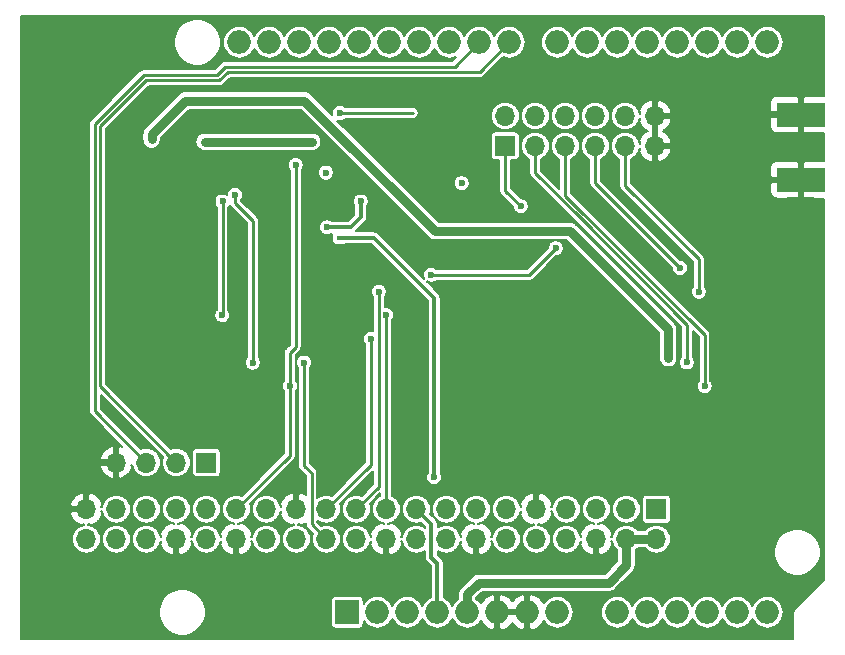
<source format=gbl>
G04 #@! TF.GenerationSoftware,KiCad,Pcbnew,(5.1.2)-2*
G04 #@! TF.CreationDate,2020-02-19T10:12:50-05:00*
G04 #@! TF.ProjectId,LoRaShield2,4c6f5261-5368-4696-956c-64322e6b6963,V2*
G04 #@! TF.SameCoordinates,PX437ae70PY8b896f8*
G04 #@! TF.FileFunction,Copper,L4,Bot*
G04 #@! TF.FilePolarity,Positive*
%FSLAX46Y46*%
G04 Gerber Fmt 4.6, Leading zero omitted, Abs format (unit mm)*
G04 Created by KiCad (PCBNEW (5.1.2)-2) date 2020-02-19 10:12:50*
%MOMM*%
%LPD*%
G04 APERTURE LIST*
%ADD10O,2.000000X2.000000*%
%ADD11R,2.000000X2.000000*%
%ADD12R,4.064000X2.000000*%
%ADD13R,1.700000X1.700000*%
%ADD14O,1.700000X1.700000*%
%ADD15R,0.600000X0.400000*%
%ADD16C,0.600000*%
%ADD17C,0.800000*%
%ADD18C,0.350000*%
%ADD19C,0.250000*%
%ADD20C,0.150000*%
G04 APERTURE END LIST*
D10*
X18936000Y50928000D03*
X21476000Y50928000D03*
D11*
X28076000Y2668000D03*
D10*
X58556000Y50928000D03*
X30616000Y2668000D03*
X56016000Y50928000D03*
X33156000Y2668000D03*
X53476000Y50928000D03*
X35696000Y2668000D03*
X50936000Y50928000D03*
X38236000Y2668000D03*
X48396000Y50928000D03*
X40776000Y2668000D03*
X45856000Y50928000D03*
X43316000Y2668000D03*
X41796000Y50928000D03*
X45856000Y2668000D03*
X39256000Y50928000D03*
X50936000Y2668000D03*
X36716000Y50928000D03*
X53476000Y2668000D03*
X34176000Y50928000D03*
X56016000Y2668000D03*
X31636000Y50928000D03*
X58556000Y2668000D03*
X29096000Y50928000D03*
X61096000Y2668000D03*
X26556000Y50928000D03*
X63636000Y2668000D03*
X24016000Y50928000D03*
X63636000Y50928000D03*
X61096000Y50928000D03*
D12*
X66500000Y39288000D03*
X66500000Y44812000D03*
D13*
X54242000Y11400000D03*
D14*
X54242000Y8860000D03*
X51702000Y11400000D03*
X51702000Y8860000D03*
X49162000Y11400000D03*
X49162000Y8860000D03*
X46622000Y11400000D03*
X46622000Y8860000D03*
X44082000Y11400000D03*
X44082000Y8860000D03*
X41542000Y11400000D03*
X41542000Y8860000D03*
X39002000Y11400000D03*
X39002000Y8860000D03*
X36462000Y11400000D03*
X36462000Y8860000D03*
X33922000Y11400000D03*
X33922000Y8860000D03*
X31382000Y11400000D03*
X31382000Y8860000D03*
X28842000Y11400000D03*
X28842000Y8860000D03*
X26302000Y11400000D03*
X26302000Y8860000D03*
X23762000Y11400000D03*
X23762000Y8860000D03*
X21222000Y11400000D03*
X21222000Y8860000D03*
X18682000Y11400000D03*
X18682000Y8860000D03*
X16142000Y11400000D03*
X16142000Y8860000D03*
X13602000Y11400000D03*
X13602000Y8860000D03*
X11062000Y11400000D03*
X11062000Y8860000D03*
X8522000Y11400000D03*
X8522000Y8860000D03*
X5982000Y11400000D03*
X5982000Y8860000D03*
D13*
X41450000Y42150000D03*
D14*
X41450000Y44690000D03*
X43990000Y42150000D03*
X43990000Y44690000D03*
X46530000Y42150000D03*
X46530000Y44690000D03*
X49070000Y42150000D03*
X49070000Y44690000D03*
X51610000Y42150000D03*
X51610000Y44690000D03*
X54150000Y42150000D03*
X54150000Y44690000D03*
D15*
X27440000Y35260000D03*
X27440000Y34360000D03*
D14*
X8520000Y15350000D03*
X11060000Y15350000D03*
X13600000Y15350000D03*
D13*
X16140000Y15350000D03*
D16*
X37750000Y39000000D03*
X55250000Y24190000D03*
X11500000Y42700000D03*
X52500000Y27500000D03*
X42500000Y27500000D03*
X5000000Y50000000D03*
X10000000Y50000000D03*
X2500000Y47500000D03*
X2500000Y42500000D03*
X2500000Y32500000D03*
X2500000Y27500000D03*
X2500000Y22500000D03*
X2500000Y17500000D03*
X2500000Y12500000D03*
X2500000Y5000000D03*
X10000000Y2500000D03*
X17500000Y2500000D03*
X22500000Y2500000D03*
X52500000Y5000000D03*
X57500000Y5000000D03*
X62500000Y5000000D03*
X62500000Y10000000D03*
X60000000Y15000000D03*
X67500000Y15000000D03*
X67500000Y17500000D03*
X67500000Y20000000D03*
X67500000Y22500000D03*
X67500000Y25000000D03*
X67500000Y27500000D03*
X67500000Y30000000D03*
X67500000Y32500000D03*
X67500000Y35000000D03*
X65000000Y37500000D03*
X62500000Y40000000D03*
X57500000Y40000000D03*
X57500000Y37500000D03*
X57500000Y35000000D03*
X60000000Y35000000D03*
X61500000Y33500000D03*
X62500000Y45000000D03*
X62500000Y47500000D03*
X60000000Y45000000D03*
X57500000Y42500000D03*
X67500000Y47500000D03*
X67500000Y52500000D03*
X25000000Y37500000D03*
X22500000Y37500000D03*
X17500000Y22500000D03*
X20000000Y20000000D03*
X22500000Y17500000D03*
X22500000Y22500000D03*
X35000000Y32500000D03*
X37500000Y27500000D03*
X37500000Y22500000D03*
X37500000Y17500000D03*
X42500000Y17500000D03*
X47500000Y17500000D03*
X52500000Y17500000D03*
X52500000Y22500000D03*
X47500000Y22500000D03*
X42500000Y22500000D03*
X47300000Y27300000D03*
X10000000Y45000000D03*
X10000000Y40000000D03*
X10000000Y35000000D03*
X10000000Y30000000D03*
X10000000Y25000000D03*
X12500000Y32500000D03*
X12500000Y27500000D03*
X12500000Y22500000D03*
X33300000Y43700000D03*
X30750000Y37500000D03*
X34000000Y39000000D03*
X38250000Y36000000D03*
X41500000Y36000000D03*
X46000000Y36000000D03*
X50250000Y36250000D03*
X52500000Y34000000D03*
X63750000Y33750000D03*
X64500000Y30000000D03*
X64500000Y27500000D03*
X64500000Y25000000D03*
X64500000Y22500000D03*
X64000000Y20000000D03*
X64500000Y15000000D03*
X64500000Y16500000D03*
X58500000Y20000000D03*
X58500000Y18500000D03*
X58500000Y17000000D03*
X58500000Y15000000D03*
X59000000Y13500000D03*
X59000000Y7500000D03*
X60500000Y11500000D03*
X60500000Y9500000D03*
X15000000Y44500000D03*
X13500000Y42500000D03*
X26500000Y46500000D03*
X23500000Y44000000D03*
X36000000Y43500000D03*
X19000000Y35000000D03*
X19000000Y31500000D03*
X33500000Y27500000D03*
X33500000Y23000000D03*
X33500000Y18500000D03*
X33000000Y14500000D03*
X23500000Y14500000D03*
X27000000Y15000000D03*
X33000000Y5750000D03*
X26500000Y5750000D03*
X16000000Y5750000D03*
X9500000Y6000000D03*
X43500000Y6500000D03*
X48500000Y6500000D03*
X48500000Y2500000D03*
X43500000Y51500000D03*
X52000000Y49500000D03*
X53000000Y47000000D03*
X29200000Y37450000D03*
X26370000Y35260000D03*
X27450000Y44950000D03*
X30745000Y29815000D03*
X31375000Y27825000D03*
X17510000Y37450000D03*
X17490000Y27810000D03*
X30080000Y25810000D03*
X24415000Y23815000D03*
X20065000Y23815000D03*
X18570000Y38010000D03*
X23700000Y40550000D03*
X23215000Y21815000D03*
X42750000Y37050000D03*
X35170000Y31250000D03*
X45710000Y33480000D03*
X56810000Y23820000D03*
X56250000Y31830000D03*
X26250000Y39900000D03*
X57830000Y29820000D03*
X58325000Y21815000D03*
X25100000Y42500000D03*
X16000000Y42500000D03*
X35419919Y14100000D03*
D17*
X38236000Y4186000D02*
X39200000Y5150000D01*
X39200000Y5150000D02*
X50200000Y5150000D01*
X50200000Y5150000D02*
X51702000Y6652000D01*
X51702000Y6652000D02*
X51702000Y8860000D01*
X38236000Y2668000D02*
X38236000Y4186000D01*
X51702000Y8860000D02*
X54242000Y8860000D01*
X55250000Y24190000D02*
X55250000Y26630000D01*
X55250000Y26630000D02*
X46930000Y34950000D01*
X11500000Y43124264D02*
X14375736Y46000000D01*
X11500000Y42700000D02*
X11500000Y43124264D01*
X14375736Y46000000D02*
X24450000Y46000000D01*
X35500000Y34950000D02*
X42500000Y34950000D01*
X24450000Y46000000D02*
X35500000Y34950000D01*
X46930000Y34950000D02*
X42500000Y34950000D01*
X42500000Y34950000D02*
X41990000Y34950000D01*
D18*
X29200000Y37450000D02*
X29200000Y36600000D01*
X27440000Y35260000D02*
X26370000Y35260000D01*
X27440000Y35260000D02*
X28360000Y35260000D01*
X29200000Y36100000D02*
X29200000Y36600000D01*
X28360000Y35260000D02*
X29200000Y36100000D01*
D19*
X33628000Y44950000D02*
X27450000Y44950000D01*
X58556000Y50928000D02*
X58556000Y50056000D01*
X30745000Y13303000D02*
X28842000Y11400000D01*
X30745000Y29815000D02*
X30745000Y13303000D01*
X31382000Y14418000D02*
X31382000Y11400000D01*
X31382000Y14418000D02*
X31382000Y27818000D01*
X31382000Y27818000D02*
X31375000Y27825000D01*
X17510000Y37450000D02*
X17510000Y27830000D01*
X17510000Y27830000D02*
X17490000Y27810000D01*
X30080000Y15178000D02*
X26302000Y11400000D01*
X30080000Y25810000D02*
X30080000Y15178000D01*
X26302000Y8860000D02*
X25050000Y10112000D01*
X25050000Y10112000D02*
X25050000Y14440000D01*
X25050000Y14440000D02*
X24400000Y15090000D01*
X24400000Y15090000D02*
X24400000Y23810000D01*
X20065000Y23815000D02*
X20065000Y35075000D01*
X20065000Y35820002D02*
X18570000Y37315002D01*
X20065000Y35075000D02*
X20065000Y35820002D01*
X18570000Y37315002D02*
X18570000Y38010000D01*
X23215000Y15933000D02*
X18682000Y11400000D01*
X23215000Y21815000D02*
X23215000Y15933000D01*
X23215000Y24645000D02*
X23215000Y21815000D01*
X23700000Y40550000D02*
X23700000Y25130000D01*
X23700000Y25130000D02*
X23215000Y24645000D01*
X41450000Y38350000D02*
X42750000Y37050000D01*
X41450000Y42150000D02*
X41450000Y38350000D01*
X35170000Y31250000D02*
X43480000Y31250000D01*
X43480000Y31250000D02*
X45710000Y33480000D01*
X43990000Y40060000D02*
X43990000Y42150000D01*
X43990000Y39853590D02*
X47660000Y36183590D01*
X43990000Y40060000D02*
X43990000Y39853590D01*
X47660000Y36183590D02*
X56810000Y27033590D01*
X56810000Y27033590D02*
X56810000Y23820000D01*
X49070000Y39010000D02*
X49070000Y39370000D01*
X56250000Y31830000D02*
X49070000Y39010000D01*
X49070000Y42150000D02*
X49070000Y39370000D01*
X51610000Y38790000D02*
X51610000Y42150000D01*
X57830000Y29820000D02*
X57830000Y32570000D01*
X57830000Y32570000D02*
X51610000Y38790000D01*
X58325000Y21815000D02*
X58325000Y26155000D01*
X46530000Y37950000D02*
X46530000Y42150000D01*
X58325000Y26155000D02*
X46530000Y37950000D01*
D17*
X25100000Y42500000D02*
X16000000Y42500000D01*
D18*
X35200000Y10122000D02*
X35200000Y7300000D01*
X33922000Y11400000D02*
X35200000Y10122000D01*
X35200000Y7300000D02*
X35696000Y6804000D01*
X35696000Y6804000D02*
X35696000Y2668000D01*
X35419919Y29290081D02*
X35419919Y14100000D01*
X27440000Y34360000D02*
X30350000Y34360000D01*
X30350000Y34360000D02*
X35419919Y29290081D01*
D19*
X37188000Y48860000D02*
X17760000Y48860000D01*
X39256000Y50928000D02*
X37188000Y48860000D01*
X17760000Y48860000D02*
X17050000Y48150000D01*
X17050000Y48150000D02*
X10850000Y48150000D01*
X10850000Y48150000D02*
X6700000Y44000000D01*
X6700000Y19710000D02*
X11060000Y15350000D01*
X6700000Y44000000D02*
X6700000Y19710000D01*
X39277990Y48409990D02*
X41796000Y50928000D01*
X7150010Y21799990D02*
X7150010Y43813600D01*
X13600000Y15350000D02*
X7150010Y21799990D01*
X7150010Y43813600D02*
X11036400Y47699990D01*
X11036400Y47699990D02*
X17236401Y47699991D01*
X17236401Y47699991D02*
X17946400Y48409990D01*
X17946400Y48409990D02*
X39277990Y48409990D01*
D20*
G36*
X68400001Y46397603D02*
G01*
X66824750Y46395000D01*
X66679000Y46249250D01*
X66679000Y44991000D01*
X66699000Y44991000D01*
X66699000Y44633000D01*
X66679000Y44633000D01*
X66679000Y43374750D01*
X66824750Y43229000D01*
X68400001Y43226397D01*
X68400001Y40873603D01*
X66824750Y40871000D01*
X66679000Y40725250D01*
X66679000Y39467000D01*
X66699000Y39467000D01*
X66699000Y39109000D01*
X66679000Y39109000D01*
X66679000Y37850750D01*
X66824750Y37705000D01*
X68400001Y37702397D01*
X68400000Y5386396D01*
X65997429Y2983824D01*
X65980264Y2969737D01*
X65966177Y2952572D01*
X65966172Y2952567D01*
X65924029Y2901216D01*
X65882243Y2823040D01*
X65856512Y2738215D01*
X65847824Y2650000D01*
X65850001Y2627896D01*
X65850000Y450000D01*
X450000Y450000D01*
X450000Y2862521D01*
X12131000Y2862521D01*
X12131000Y2473479D01*
X12206898Y2091914D01*
X12355778Y1732487D01*
X12571917Y1409011D01*
X12847011Y1133917D01*
X13170487Y917778D01*
X13529914Y768898D01*
X13911479Y693000D01*
X14300521Y693000D01*
X14682086Y768898D01*
X15041513Y917778D01*
X15364989Y1133917D01*
X15640083Y1409011D01*
X15856222Y1732487D01*
X16005102Y2091914D01*
X16081000Y2473479D01*
X16081000Y2862521D01*
X16005102Y3244086D01*
X15856222Y3603513D01*
X15640083Y3926989D01*
X15364989Y4202083D01*
X15041513Y4418222D01*
X14682086Y4567102D01*
X14300521Y4643000D01*
X13911479Y4643000D01*
X13529914Y4567102D01*
X13170487Y4418222D01*
X12847011Y4202083D01*
X12571917Y3926989D01*
X12355778Y3603513D01*
X12206898Y3244086D01*
X12131000Y2862521D01*
X450000Y2862521D01*
X450000Y11000788D01*
X4605723Y11000788D01*
X4710050Y10739960D01*
X4863258Y10504497D01*
X5059458Y10303448D01*
X5291111Y10144539D01*
X5549315Y10033877D01*
X5582789Y10023730D01*
X5802998Y10125255D01*
X5802998Y10073297D01*
X5741858Y10067275D01*
X5510945Y9997228D01*
X5298134Y9883478D01*
X5111603Y9730397D01*
X4958522Y9543866D01*
X4844772Y9331055D01*
X4774725Y9100142D01*
X4751073Y8860000D01*
X4774725Y8619858D01*
X4844772Y8388945D01*
X4958522Y8176134D01*
X5111603Y7989603D01*
X5298134Y7836522D01*
X5510945Y7722772D01*
X5741858Y7652725D01*
X5921822Y7635000D01*
X6042178Y7635000D01*
X6222142Y7652725D01*
X6453055Y7722772D01*
X6665866Y7836522D01*
X6852397Y7989603D01*
X7005478Y8176134D01*
X7119228Y8388945D01*
X7189275Y8619858D01*
X7212927Y8860000D01*
X7291073Y8860000D01*
X7314725Y8619858D01*
X7384772Y8388945D01*
X7498522Y8176134D01*
X7651603Y7989603D01*
X7838134Y7836522D01*
X8050945Y7722772D01*
X8281858Y7652725D01*
X8461822Y7635000D01*
X8582178Y7635000D01*
X8762142Y7652725D01*
X8993055Y7722772D01*
X9205866Y7836522D01*
X9392397Y7989603D01*
X9545478Y8176134D01*
X9659228Y8388945D01*
X9729275Y8619858D01*
X9752927Y8860000D01*
X9831073Y8860000D01*
X9854725Y8619858D01*
X9924772Y8388945D01*
X10038522Y8176134D01*
X10191603Y7989603D01*
X10378134Y7836522D01*
X10590945Y7722772D01*
X10821858Y7652725D01*
X11001822Y7635000D01*
X11122178Y7635000D01*
X11302142Y7652725D01*
X11533055Y7722772D01*
X11745866Y7836522D01*
X11932397Y7989603D01*
X12085478Y8176134D01*
X12199228Y8388945D01*
X12269275Y8619858D01*
X12275297Y8680998D01*
X12325966Y8680998D01*
X12225723Y8460788D01*
X12330050Y8199960D01*
X12483258Y7964497D01*
X12679458Y7763448D01*
X12911111Y7604539D01*
X13169315Y7493877D01*
X13202789Y7483730D01*
X13423000Y7585256D01*
X13423000Y8681000D01*
X13403000Y8681000D01*
X13403000Y9039000D01*
X13423000Y9039000D01*
X13423000Y9059000D01*
X13781000Y9059000D01*
X13781000Y9039000D01*
X13801000Y9039000D01*
X13801000Y8681000D01*
X13781000Y8681000D01*
X13781000Y7585256D01*
X14001211Y7483730D01*
X14034685Y7493877D01*
X14292889Y7604539D01*
X14524542Y7763448D01*
X14720742Y7964497D01*
X14873950Y8199960D01*
X14978277Y8460788D01*
X14878034Y8680998D01*
X14928703Y8680998D01*
X14934725Y8619858D01*
X15004772Y8388945D01*
X15118522Y8176134D01*
X15271603Y7989603D01*
X15458134Y7836522D01*
X15670945Y7722772D01*
X15901858Y7652725D01*
X16081822Y7635000D01*
X16202178Y7635000D01*
X16382142Y7652725D01*
X16613055Y7722772D01*
X16825866Y7836522D01*
X17012397Y7989603D01*
X17165478Y8176134D01*
X17279228Y8388945D01*
X17349275Y8619858D01*
X17355297Y8680998D01*
X17405966Y8680998D01*
X17305723Y8460788D01*
X17410050Y8199960D01*
X17563258Y7964497D01*
X17759458Y7763448D01*
X17991111Y7604539D01*
X18249315Y7493877D01*
X18282789Y7483730D01*
X18503000Y7585256D01*
X18503000Y8681000D01*
X18483000Y8681000D01*
X18483000Y9039000D01*
X18503000Y9039000D01*
X18503000Y9059000D01*
X18861000Y9059000D01*
X18861000Y9039000D01*
X18881000Y9039000D01*
X18881000Y8681000D01*
X18861000Y8681000D01*
X18861000Y7585256D01*
X19081211Y7483730D01*
X19114685Y7493877D01*
X19372889Y7604539D01*
X19604542Y7763448D01*
X19800742Y7964497D01*
X19953950Y8199960D01*
X20058277Y8460788D01*
X19958034Y8680998D01*
X20008703Y8680998D01*
X20014725Y8619858D01*
X20084772Y8388945D01*
X20198522Y8176134D01*
X20351603Y7989603D01*
X20538134Y7836522D01*
X20750945Y7722772D01*
X20981858Y7652725D01*
X21161822Y7635000D01*
X21282178Y7635000D01*
X21462142Y7652725D01*
X21693055Y7722772D01*
X21905866Y7836522D01*
X22092397Y7989603D01*
X22245478Y8176134D01*
X22359228Y8388945D01*
X22429275Y8619858D01*
X22452927Y8860000D01*
X22429275Y9100142D01*
X22359228Y9331055D01*
X22245478Y9543866D01*
X22092397Y9730397D01*
X21905866Y9883478D01*
X21693055Y9997228D01*
X21462142Y10067275D01*
X21282178Y10085000D01*
X21161822Y10085000D01*
X20981858Y10067275D01*
X20750945Y9997228D01*
X20538134Y9883478D01*
X20351603Y9730397D01*
X20198522Y9543866D01*
X20084772Y9331055D01*
X20014725Y9100142D01*
X20008703Y9039002D01*
X19958034Y9039002D01*
X20058277Y9259212D01*
X19953950Y9520040D01*
X19800742Y9755503D01*
X19604542Y9956552D01*
X19372889Y10115461D01*
X19114685Y10226123D01*
X19081211Y10236270D01*
X18861002Y10134745D01*
X18861002Y10186703D01*
X18922142Y10192725D01*
X19153055Y10262772D01*
X19365866Y10376522D01*
X19552397Y10529603D01*
X19705478Y10716134D01*
X19819228Y10928945D01*
X19889275Y11159858D01*
X19912927Y11400000D01*
X19991073Y11400000D01*
X20014725Y11159858D01*
X20084772Y10928945D01*
X20198522Y10716134D01*
X20351603Y10529603D01*
X20538134Y10376522D01*
X20750945Y10262772D01*
X20981858Y10192725D01*
X21161822Y10175000D01*
X21282178Y10175000D01*
X21462142Y10192725D01*
X21693055Y10262772D01*
X21905866Y10376522D01*
X22092397Y10529603D01*
X22245478Y10716134D01*
X22359228Y10928945D01*
X22429275Y11159858D01*
X22435297Y11220998D01*
X22485966Y11220998D01*
X22385723Y11000788D01*
X22490050Y10739960D01*
X22643258Y10504497D01*
X22839458Y10303448D01*
X23071111Y10144539D01*
X23329315Y10033877D01*
X23362789Y10023730D01*
X23582998Y10125255D01*
X23582998Y10073297D01*
X23521858Y10067275D01*
X23290945Y9997228D01*
X23078134Y9883478D01*
X22891603Y9730397D01*
X22738522Y9543866D01*
X22624772Y9331055D01*
X22554725Y9100142D01*
X22531073Y8860000D01*
X22554725Y8619858D01*
X22624772Y8388945D01*
X22738522Y8176134D01*
X22891603Y7989603D01*
X23078134Y7836522D01*
X23290945Y7722772D01*
X23521858Y7652725D01*
X23701822Y7635000D01*
X23822178Y7635000D01*
X24002142Y7652725D01*
X24233055Y7722772D01*
X24445866Y7836522D01*
X24632397Y7989603D01*
X24785478Y8176134D01*
X24899228Y8388945D01*
X24969275Y8619858D01*
X24992927Y8860000D01*
X24969275Y9100142D01*
X24899228Y9331055D01*
X24785478Y9543866D01*
X24632397Y9730397D01*
X24445866Y9883478D01*
X24233055Y9997228D01*
X24002142Y10067275D01*
X23941002Y10073297D01*
X23941002Y10125255D01*
X24161211Y10023730D01*
X24194685Y10033877D01*
X24452889Y10144539D01*
X24550000Y10211155D01*
X24550000Y10136560D01*
X24547581Y10112000D01*
X24550000Y10087441D01*
X24557235Y10013984D01*
X24585825Y9919734D01*
X24632254Y9832871D01*
X24694736Y9756736D01*
X24713824Y9741071D01*
X25155245Y9299649D01*
X25094725Y9100142D01*
X25071073Y8860000D01*
X25094725Y8619858D01*
X25164772Y8388945D01*
X25278522Y8176134D01*
X25431603Y7989603D01*
X25618134Y7836522D01*
X25830945Y7722772D01*
X26061858Y7652725D01*
X26241822Y7635000D01*
X26362178Y7635000D01*
X26542142Y7652725D01*
X26773055Y7722772D01*
X26985866Y7836522D01*
X27172397Y7989603D01*
X27325478Y8176134D01*
X27439228Y8388945D01*
X27509275Y8619858D01*
X27532927Y8860000D01*
X27509275Y9100142D01*
X27439228Y9331055D01*
X27325478Y9543866D01*
X27172397Y9730397D01*
X26985866Y9883478D01*
X26773055Y9997228D01*
X26542142Y10067275D01*
X26362178Y10085000D01*
X26241822Y10085000D01*
X26061858Y10067275D01*
X25862351Y10006755D01*
X25550000Y10319105D01*
X25550000Y10432438D01*
X25618134Y10376522D01*
X25830945Y10262772D01*
X26061858Y10192725D01*
X26241822Y10175000D01*
X26362178Y10175000D01*
X26542142Y10192725D01*
X26773055Y10262772D01*
X26985866Y10376522D01*
X27172397Y10529603D01*
X27325478Y10716134D01*
X27439228Y10928945D01*
X27509275Y11159858D01*
X27532927Y11400000D01*
X27509275Y11640142D01*
X27448755Y11839649D01*
X30245001Y14635894D01*
X30245001Y13510108D01*
X29281649Y12546755D01*
X29082142Y12607275D01*
X28902178Y12625000D01*
X28781822Y12625000D01*
X28601858Y12607275D01*
X28370945Y12537228D01*
X28158134Y12423478D01*
X27971603Y12270397D01*
X27818522Y12083866D01*
X27704772Y11871055D01*
X27634725Y11640142D01*
X27611073Y11400000D01*
X27634725Y11159858D01*
X27704772Y10928945D01*
X27818522Y10716134D01*
X27971603Y10529603D01*
X28158134Y10376522D01*
X28370945Y10262772D01*
X28601858Y10192725D01*
X28781822Y10175000D01*
X28902178Y10175000D01*
X29082142Y10192725D01*
X29313055Y10262772D01*
X29525866Y10376522D01*
X29712397Y10529603D01*
X29865478Y10716134D01*
X29979228Y10928945D01*
X30049275Y11159858D01*
X30072927Y11400000D01*
X30049275Y11640142D01*
X29988755Y11839649D01*
X30882001Y12732894D01*
X30882001Y12521757D01*
X30698134Y12423478D01*
X30511603Y12270397D01*
X30358522Y12083866D01*
X30244772Y11871055D01*
X30174725Y11640142D01*
X30151073Y11400000D01*
X30174725Y11159858D01*
X30244772Y10928945D01*
X30358522Y10716134D01*
X30511603Y10529603D01*
X30698134Y10376522D01*
X30910945Y10262772D01*
X31141858Y10192725D01*
X31202998Y10186703D01*
X31202998Y10134745D01*
X30982789Y10236270D01*
X30949315Y10226123D01*
X30691111Y10115461D01*
X30459458Y9956552D01*
X30263258Y9755503D01*
X30110050Y9520040D01*
X30005723Y9259212D01*
X30105966Y9039002D01*
X30055297Y9039002D01*
X30049275Y9100142D01*
X29979228Y9331055D01*
X29865478Y9543866D01*
X29712397Y9730397D01*
X29525866Y9883478D01*
X29313055Y9997228D01*
X29082142Y10067275D01*
X28902178Y10085000D01*
X28781822Y10085000D01*
X28601858Y10067275D01*
X28370945Y9997228D01*
X28158134Y9883478D01*
X27971603Y9730397D01*
X27818522Y9543866D01*
X27704772Y9331055D01*
X27634725Y9100142D01*
X27611073Y8860000D01*
X27634725Y8619858D01*
X27704772Y8388945D01*
X27818522Y8176134D01*
X27971603Y7989603D01*
X28158134Y7836522D01*
X28370945Y7722772D01*
X28601858Y7652725D01*
X28781822Y7635000D01*
X28902178Y7635000D01*
X29082142Y7652725D01*
X29313055Y7722772D01*
X29525866Y7836522D01*
X29712397Y7989603D01*
X29865478Y8176134D01*
X29979228Y8388945D01*
X30049275Y8619858D01*
X30055297Y8680998D01*
X30105966Y8680998D01*
X30005723Y8460788D01*
X30110050Y8199960D01*
X30263258Y7964497D01*
X30459458Y7763448D01*
X30691111Y7604539D01*
X30949315Y7493877D01*
X30982789Y7483730D01*
X31203000Y7585256D01*
X31203000Y8681000D01*
X31183000Y8681000D01*
X31183000Y9039000D01*
X31203000Y9039000D01*
X31203000Y9059000D01*
X31561000Y9059000D01*
X31561000Y9039000D01*
X31581000Y9039000D01*
X31581000Y8681000D01*
X31561000Y8681000D01*
X31561000Y7585256D01*
X31781211Y7483730D01*
X31814685Y7493877D01*
X32072889Y7604539D01*
X32304542Y7763448D01*
X32500742Y7964497D01*
X32653950Y8199960D01*
X32758277Y8460788D01*
X32658034Y8680998D01*
X32708703Y8680998D01*
X32714725Y8619858D01*
X32784772Y8388945D01*
X32898522Y8176134D01*
X33051603Y7989603D01*
X33238134Y7836522D01*
X33450945Y7722772D01*
X33681858Y7652725D01*
X33861822Y7635000D01*
X33982178Y7635000D01*
X34162142Y7652725D01*
X34393055Y7722772D01*
X34605866Y7836522D01*
X34650001Y7872742D01*
X34650001Y7327018D01*
X34647340Y7300000D01*
X34650001Y7272982D01*
X34657959Y7192181D01*
X34664107Y7171914D01*
X34689409Y7088506D01*
X34740479Y6992958D01*
X34791987Y6930196D01*
X34791993Y6930190D01*
X34809211Y6909210D01*
X34830191Y6891992D01*
X35146000Y6576182D01*
X35146001Y3933115D01*
X34928395Y3816802D01*
X34719024Y3644976D01*
X34547198Y3435605D01*
X34426000Y3208861D01*
X34304802Y3435605D01*
X34132976Y3644976D01*
X33923605Y3816802D01*
X33684736Y3944481D01*
X33425547Y4023105D01*
X33223549Y4043000D01*
X33088451Y4043000D01*
X32886453Y4023105D01*
X32627264Y3944481D01*
X32388395Y3816802D01*
X32179024Y3644976D01*
X32007198Y3435605D01*
X31886000Y3208861D01*
X31764802Y3435605D01*
X31592976Y3644976D01*
X31383605Y3816802D01*
X31144736Y3944481D01*
X30885547Y4023105D01*
X30683549Y4043000D01*
X30548451Y4043000D01*
X30346453Y4023105D01*
X30087264Y3944481D01*
X29848395Y3816802D01*
X29639024Y3644976D01*
X29467198Y3435605D01*
X29452814Y3408695D01*
X29452814Y3668000D01*
X29445574Y3741513D01*
X29424131Y3812200D01*
X29389309Y3877347D01*
X29342448Y3934448D01*
X29285347Y3981309D01*
X29220200Y4016131D01*
X29149513Y4037574D01*
X29076000Y4044814D01*
X27076000Y4044814D01*
X27002487Y4037574D01*
X26931800Y4016131D01*
X26866653Y3981309D01*
X26809552Y3934448D01*
X26762691Y3877347D01*
X26727869Y3812200D01*
X26706426Y3741513D01*
X26699186Y3668000D01*
X26699186Y1668000D01*
X26706426Y1594487D01*
X26727869Y1523800D01*
X26762691Y1458653D01*
X26809552Y1401552D01*
X26866653Y1354691D01*
X26931800Y1319869D01*
X27002487Y1298426D01*
X27076000Y1291186D01*
X29076000Y1291186D01*
X29149513Y1298426D01*
X29220200Y1319869D01*
X29285347Y1354691D01*
X29342448Y1401552D01*
X29389309Y1458653D01*
X29424131Y1523800D01*
X29445574Y1594487D01*
X29452814Y1668000D01*
X29452814Y1927305D01*
X29467198Y1900395D01*
X29639024Y1691024D01*
X29848395Y1519198D01*
X30087264Y1391519D01*
X30346453Y1312895D01*
X30548451Y1293000D01*
X30683549Y1293000D01*
X30885547Y1312895D01*
X31144736Y1391519D01*
X31383605Y1519198D01*
X31592976Y1691024D01*
X31764802Y1900395D01*
X31886000Y2127139D01*
X32007198Y1900395D01*
X32179024Y1691024D01*
X32388395Y1519198D01*
X32627264Y1391519D01*
X32886453Y1312895D01*
X33088451Y1293000D01*
X33223549Y1293000D01*
X33425547Y1312895D01*
X33684736Y1391519D01*
X33923605Y1519198D01*
X34132976Y1691024D01*
X34304802Y1900395D01*
X34426000Y2127139D01*
X34547198Y1900395D01*
X34719024Y1691024D01*
X34928395Y1519198D01*
X35167264Y1391519D01*
X35426453Y1312895D01*
X35628451Y1293000D01*
X35763549Y1293000D01*
X35965547Y1312895D01*
X36224736Y1391519D01*
X36463605Y1519198D01*
X36672976Y1691024D01*
X36844802Y1900395D01*
X36966000Y2127139D01*
X37087198Y1900395D01*
X37259024Y1691024D01*
X37468395Y1519198D01*
X37707264Y1391519D01*
X37966453Y1312895D01*
X38168451Y1293000D01*
X38303549Y1293000D01*
X38505547Y1312895D01*
X38764736Y1391519D01*
X39003605Y1519198D01*
X39212976Y1691024D01*
X39384802Y1900395D01*
X39390544Y1911138D01*
X39528449Y1693563D01*
X39742524Y1468901D01*
X39996315Y1290320D01*
X40280068Y1164683D01*
X40353156Y1142519D01*
X40597000Y1241940D01*
X40597000Y2489000D01*
X40955000Y2489000D01*
X40955000Y1241940D01*
X41198844Y1142519D01*
X41271932Y1164683D01*
X41555685Y1290320D01*
X41809476Y1468901D01*
X42023551Y1693563D01*
X42046000Y1728981D01*
X42068449Y1693563D01*
X42282524Y1468901D01*
X42536315Y1290320D01*
X42820068Y1164683D01*
X42893156Y1142519D01*
X43137000Y1241940D01*
X43137000Y2489000D01*
X40955000Y2489000D01*
X40597000Y2489000D01*
X40577000Y2489000D01*
X40577000Y2847000D01*
X40597000Y2847000D01*
X40597000Y4094060D01*
X40955000Y4094060D01*
X40955000Y2847000D01*
X43137000Y2847000D01*
X43137000Y4094060D01*
X43495000Y4094060D01*
X43495000Y2847000D01*
X43515000Y2847000D01*
X43515000Y2489000D01*
X43495000Y2489000D01*
X43495000Y1241940D01*
X43738844Y1142519D01*
X43811932Y1164683D01*
X44095685Y1290320D01*
X44349476Y1468901D01*
X44563551Y1693563D01*
X44701456Y1911138D01*
X44707198Y1900395D01*
X44879024Y1691024D01*
X45088395Y1519198D01*
X45327264Y1391519D01*
X45586453Y1312895D01*
X45788451Y1293000D01*
X45923549Y1293000D01*
X46125547Y1312895D01*
X46384736Y1391519D01*
X46623605Y1519198D01*
X46832976Y1691024D01*
X47004802Y1900395D01*
X47132481Y2139264D01*
X47211105Y2398453D01*
X47237653Y2668000D01*
X49554347Y2668000D01*
X49580895Y2398453D01*
X49659519Y2139264D01*
X49787198Y1900395D01*
X49959024Y1691024D01*
X50168395Y1519198D01*
X50407264Y1391519D01*
X50666453Y1312895D01*
X50868451Y1293000D01*
X51003549Y1293000D01*
X51205547Y1312895D01*
X51464736Y1391519D01*
X51703605Y1519198D01*
X51912976Y1691024D01*
X52084802Y1900395D01*
X52206000Y2127139D01*
X52327198Y1900395D01*
X52499024Y1691024D01*
X52708395Y1519198D01*
X52947264Y1391519D01*
X53206453Y1312895D01*
X53408451Y1293000D01*
X53543549Y1293000D01*
X53745547Y1312895D01*
X54004736Y1391519D01*
X54243605Y1519198D01*
X54452976Y1691024D01*
X54624802Y1900395D01*
X54746000Y2127139D01*
X54867198Y1900395D01*
X55039024Y1691024D01*
X55248395Y1519198D01*
X55487264Y1391519D01*
X55746453Y1312895D01*
X55948451Y1293000D01*
X56083549Y1293000D01*
X56285547Y1312895D01*
X56544736Y1391519D01*
X56783605Y1519198D01*
X56992976Y1691024D01*
X57164802Y1900395D01*
X57286000Y2127139D01*
X57407198Y1900395D01*
X57579024Y1691024D01*
X57788395Y1519198D01*
X58027264Y1391519D01*
X58286453Y1312895D01*
X58488451Y1293000D01*
X58623549Y1293000D01*
X58825547Y1312895D01*
X59084736Y1391519D01*
X59323605Y1519198D01*
X59532976Y1691024D01*
X59704802Y1900395D01*
X59826000Y2127139D01*
X59947198Y1900395D01*
X60119024Y1691024D01*
X60328395Y1519198D01*
X60567264Y1391519D01*
X60826453Y1312895D01*
X61028451Y1293000D01*
X61163549Y1293000D01*
X61365547Y1312895D01*
X61624736Y1391519D01*
X61863605Y1519198D01*
X62072976Y1691024D01*
X62244802Y1900395D01*
X62366000Y2127139D01*
X62487198Y1900395D01*
X62659024Y1691024D01*
X62868395Y1519198D01*
X63107264Y1391519D01*
X63366453Y1312895D01*
X63568451Y1293000D01*
X63703549Y1293000D01*
X63905547Y1312895D01*
X64164736Y1391519D01*
X64403605Y1519198D01*
X64612976Y1691024D01*
X64784802Y1900395D01*
X64912481Y2139264D01*
X64991105Y2398453D01*
X65017653Y2668000D01*
X64991105Y2937547D01*
X64912481Y3196736D01*
X64784802Y3435605D01*
X64612976Y3644976D01*
X64403605Y3816802D01*
X64164736Y3944481D01*
X63905547Y4023105D01*
X63703549Y4043000D01*
X63568451Y4043000D01*
X63366453Y4023105D01*
X63107264Y3944481D01*
X62868395Y3816802D01*
X62659024Y3644976D01*
X62487198Y3435605D01*
X62366000Y3208861D01*
X62244802Y3435605D01*
X62072976Y3644976D01*
X61863605Y3816802D01*
X61624736Y3944481D01*
X61365547Y4023105D01*
X61163549Y4043000D01*
X61028451Y4043000D01*
X60826453Y4023105D01*
X60567264Y3944481D01*
X60328395Y3816802D01*
X60119024Y3644976D01*
X59947198Y3435605D01*
X59826000Y3208861D01*
X59704802Y3435605D01*
X59532976Y3644976D01*
X59323605Y3816802D01*
X59084736Y3944481D01*
X58825547Y4023105D01*
X58623549Y4043000D01*
X58488451Y4043000D01*
X58286453Y4023105D01*
X58027264Y3944481D01*
X57788395Y3816802D01*
X57579024Y3644976D01*
X57407198Y3435605D01*
X57286000Y3208861D01*
X57164802Y3435605D01*
X56992976Y3644976D01*
X56783605Y3816802D01*
X56544736Y3944481D01*
X56285547Y4023105D01*
X56083549Y4043000D01*
X55948451Y4043000D01*
X55746453Y4023105D01*
X55487264Y3944481D01*
X55248395Y3816802D01*
X55039024Y3644976D01*
X54867198Y3435605D01*
X54746000Y3208861D01*
X54624802Y3435605D01*
X54452976Y3644976D01*
X54243605Y3816802D01*
X54004736Y3944481D01*
X53745547Y4023105D01*
X53543549Y4043000D01*
X53408451Y4043000D01*
X53206453Y4023105D01*
X52947264Y3944481D01*
X52708395Y3816802D01*
X52499024Y3644976D01*
X52327198Y3435605D01*
X52206000Y3208861D01*
X52084802Y3435605D01*
X51912976Y3644976D01*
X51703605Y3816802D01*
X51464736Y3944481D01*
X51205547Y4023105D01*
X51003549Y4043000D01*
X50868451Y4043000D01*
X50666453Y4023105D01*
X50407264Y3944481D01*
X50168395Y3816802D01*
X49959024Y3644976D01*
X49787198Y3435605D01*
X49659519Y3196736D01*
X49580895Y2937547D01*
X49554347Y2668000D01*
X47237653Y2668000D01*
X47211105Y2937547D01*
X47132481Y3196736D01*
X47004802Y3435605D01*
X46832976Y3644976D01*
X46623605Y3816802D01*
X46384736Y3944481D01*
X46125547Y4023105D01*
X45923549Y4043000D01*
X45788451Y4043000D01*
X45586453Y4023105D01*
X45327264Y3944481D01*
X45088395Y3816802D01*
X44879024Y3644976D01*
X44707198Y3435605D01*
X44701456Y3424862D01*
X44563551Y3642437D01*
X44349476Y3867099D01*
X44095685Y4045680D01*
X43811932Y4171317D01*
X43738844Y4193481D01*
X43495000Y4094060D01*
X43137000Y4094060D01*
X42893156Y4193481D01*
X42820068Y4171317D01*
X42536315Y4045680D01*
X42282524Y3867099D01*
X42068449Y3642437D01*
X42046000Y3607019D01*
X42023551Y3642437D01*
X41809476Y3867099D01*
X41555685Y4045680D01*
X41271932Y4171317D01*
X41198844Y4193481D01*
X40955000Y4094060D01*
X40597000Y4094060D01*
X40353156Y4193481D01*
X40280068Y4171317D01*
X39996315Y4045680D01*
X39742524Y3867099D01*
X39528449Y3642437D01*
X39390544Y3424862D01*
X39384802Y3435605D01*
X39212976Y3644976D01*
X39011000Y3810733D01*
X39011000Y3864986D01*
X39521015Y4375000D01*
X50161937Y4375000D01*
X50200000Y4371251D01*
X50238063Y4375000D01*
X50238065Y4375000D01*
X50351926Y4386214D01*
X50498014Y4430530D01*
X50632650Y4502494D01*
X50750659Y4599341D01*
X50774932Y4628918D01*
X52223088Y6077073D01*
X52252659Y6101341D01*
X52314658Y6176888D01*
X52349506Y6219349D01*
X52421469Y6353985D01*
X52421470Y6353986D01*
X52465786Y6500074D01*
X52477000Y6613935D01*
X52477000Y6613937D01*
X52480749Y6652000D01*
X52477000Y6690063D01*
X52477000Y7911313D01*
X52572397Y7989603D01*
X52650687Y8085000D01*
X53293313Y8085000D01*
X53371603Y7989603D01*
X53558134Y7836522D01*
X53770945Y7722772D01*
X54001858Y7652725D01*
X54181822Y7635000D01*
X54302178Y7635000D01*
X54482142Y7652725D01*
X54713055Y7722772D01*
X54925866Y7836522D01*
X55055027Y7942521D01*
X64201000Y7942521D01*
X64201000Y7553479D01*
X64276898Y7171914D01*
X64425778Y6812487D01*
X64641917Y6489011D01*
X64917011Y6213917D01*
X65240487Y5997778D01*
X65599914Y5848898D01*
X65981479Y5773000D01*
X66370521Y5773000D01*
X66752086Y5848898D01*
X67111513Y5997778D01*
X67434989Y6213917D01*
X67710083Y6489011D01*
X67926222Y6812487D01*
X68075102Y7171914D01*
X68151000Y7553479D01*
X68151000Y7942521D01*
X68075102Y8324086D01*
X67926222Y8683513D01*
X67710083Y9006989D01*
X67434989Y9282083D01*
X67111513Y9498222D01*
X66752086Y9647102D01*
X66370521Y9723000D01*
X65981479Y9723000D01*
X65599914Y9647102D01*
X65240487Y9498222D01*
X64917011Y9282083D01*
X64641917Y9006989D01*
X64425778Y8683513D01*
X64276898Y8324086D01*
X64201000Y7942521D01*
X55055027Y7942521D01*
X55112397Y7989603D01*
X55265478Y8176134D01*
X55379228Y8388945D01*
X55449275Y8619858D01*
X55472927Y8860000D01*
X55449275Y9100142D01*
X55379228Y9331055D01*
X55265478Y9543866D01*
X55112397Y9730397D01*
X54925866Y9883478D01*
X54713055Y9997228D01*
X54482142Y10067275D01*
X54302178Y10085000D01*
X54181822Y10085000D01*
X54001858Y10067275D01*
X53770945Y9997228D01*
X53558134Y9883478D01*
X53371603Y9730397D01*
X53293313Y9635000D01*
X52650687Y9635000D01*
X52572397Y9730397D01*
X52385866Y9883478D01*
X52173055Y9997228D01*
X51942142Y10067275D01*
X51762178Y10085000D01*
X51641822Y10085000D01*
X51461858Y10067275D01*
X51230945Y9997228D01*
X51018134Y9883478D01*
X50831603Y9730397D01*
X50678522Y9543866D01*
X50564772Y9331055D01*
X50494725Y9100142D01*
X50488703Y9039002D01*
X50438034Y9039002D01*
X50538277Y9259212D01*
X50433950Y9520040D01*
X50280742Y9755503D01*
X50084542Y9956552D01*
X49852889Y10115461D01*
X49594685Y10226123D01*
X49561211Y10236270D01*
X49341002Y10134745D01*
X49341002Y10186703D01*
X49402142Y10192725D01*
X49633055Y10262772D01*
X49845866Y10376522D01*
X50032397Y10529603D01*
X50185478Y10716134D01*
X50299228Y10928945D01*
X50369275Y11159858D01*
X50392927Y11400000D01*
X50471073Y11400000D01*
X50494725Y11159858D01*
X50564772Y10928945D01*
X50678522Y10716134D01*
X50831603Y10529603D01*
X51018134Y10376522D01*
X51230945Y10262772D01*
X51461858Y10192725D01*
X51641822Y10175000D01*
X51762178Y10175000D01*
X51942142Y10192725D01*
X52173055Y10262772D01*
X52385866Y10376522D01*
X52572397Y10529603D01*
X52725478Y10716134D01*
X52839228Y10928945D01*
X52909275Y11159858D01*
X52932927Y11400000D01*
X52909275Y11640142D01*
X52839228Y11871055D01*
X52725478Y12083866D01*
X52589137Y12250000D01*
X53015186Y12250000D01*
X53015186Y10550000D01*
X53022426Y10476487D01*
X53043869Y10405800D01*
X53078691Y10340653D01*
X53125552Y10283552D01*
X53182653Y10236691D01*
X53247800Y10201869D01*
X53318487Y10180426D01*
X53392000Y10173186D01*
X55092000Y10173186D01*
X55165513Y10180426D01*
X55236200Y10201869D01*
X55301347Y10236691D01*
X55358448Y10283552D01*
X55405309Y10340653D01*
X55440131Y10405800D01*
X55461574Y10476487D01*
X55468814Y10550000D01*
X55468814Y12250000D01*
X55461574Y12323513D01*
X55440131Y12394200D01*
X55405309Y12459347D01*
X55358448Y12516448D01*
X55301347Y12563309D01*
X55236200Y12598131D01*
X55165513Y12619574D01*
X55092000Y12626814D01*
X53392000Y12626814D01*
X53318487Y12619574D01*
X53247800Y12598131D01*
X53182653Y12563309D01*
X53125552Y12516448D01*
X53078691Y12459347D01*
X53043869Y12394200D01*
X53022426Y12323513D01*
X53015186Y12250000D01*
X52589137Y12250000D01*
X52572397Y12270397D01*
X52385866Y12423478D01*
X52173055Y12537228D01*
X51942142Y12607275D01*
X51762178Y12625000D01*
X51641822Y12625000D01*
X51461858Y12607275D01*
X51230945Y12537228D01*
X51018134Y12423478D01*
X50831603Y12270397D01*
X50678522Y12083866D01*
X50564772Y11871055D01*
X50494725Y11640142D01*
X50471073Y11400000D01*
X50392927Y11400000D01*
X50369275Y11640142D01*
X50299228Y11871055D01*
X50185478Y12083866D01*
X50032397Y12270397D01*
X49845866Y12423478D01*
X49633055Y12537228D01*
X49402142Y12607275D01*
X49222178Y12625000D01*
X49101822Y12625000D01*
X48921858Y12607275D01*
X48690945Y12537228D01*
X48478134Y12423478D01*
X48291603Y12270397D01*
X48138522Y12083866D01*
X48024772Y11871055D01*
X47954725Y11640142D01*
X47931073Y11400000D01*
X47954725Y11159858D01*
X48024772Y10928945D01*
X48138522Y10716134D01*
X48291603Y10529603D01*
X48478134Y10376522D01*
X48690945Y10262772D01*
X48921858Y10192725D01*
X48982998Y10186703D01*
X48982998Y10134745D01*
X48762789Y10236270D01*
X48729315Y10226123D01*
X48471111Y10115461D01*
X48239458Y9956552D01*
X48043258Y9755503D01*
X47890050Y9520040D01*
X47785723Y9259212D01*
X47885966Y9039002D01*
X47835297Y9039002D01*
X47829275Y9100142D01*
X47759228Y9331055D01*
X47645478Y9543866D01*
X47492397Y9730397D01*
X47305866Y9883478D01*
X47093055Y9997228D01*
X46862142Y10067275D01*
X46682178Y10085000D01*
X46561822Y10085000D01*
X46381858Y10067275D01*
X46150945Y9997228D01*
X45938134Y9883478D01*
X45751603Y9730397D01*
X45598522Y9543866D01*
X45484772Y9331055D01*
X45414725Y9100142D01*
X45391073Y8860000D01*
X45414725Y8619858D01*
X45484772Y8388945D01*
X45598522Y8176134D01*
X45751603Y7989603D01*
X45938134Y7836522D01*
X46150945Y7722772D01*
X46381858Y7652725D01*
X46561822Y7635000D01*
X46682178Y7635000D01*
X46862142Y7652725D01*
X47093055Y7722772D01*
X47305866Y7836522D01*
X47492397Y7989603D01*
X47645478Y8176134D01*
X47759228Y8388945D01*
X47829275Y8619858D01*
X47835297Y8680998D01*
X47885966Y8680998D01*
X47785723Y8460788D01*
X47890050Y8199960D01*
X48043258Y7964497D01*
X48239458Y7763448D01*
X48471111Y7604539D01*
X48729315Y7493877D01*
X48762789Y7483730D01*
X48983000Y7585256D01*
X48983000Y8681000D01*
X48963000Y8681000D01*
X48963000Y9039000D01*
X48983000Y9039000D01*
X48983000Y9059000D01*
X49341000Y9059000D01*
X49341000Y9039000D01*
X49361000Y9039000D01*
X49361000Y8681000D01*
X49341000Y8681000D01*
X49341000Y7585256D01*
X49561211Y7483730D01*
X49594685Y7493877D01*
X49852889Y7604539D01*
X50084542Y7763448D01*
X50280742Y7964497D01*
X50433950Y8199960D01*
X50538277Y8460788D01*
X50438034Y8680998D01*
X50488703Y8680998D01*
X50494725Y8619858D01*
X50564772Y8388945D01*
X50678522Y8176134D01*
X50831603Y7989603D01*
X50927001Y7911313D01*
X50927000Y6973015D01*
X49878986Y5925000D01*
X39238063Y5925000D01*
X39200000Y5928749D01*
X39161937Y5925000D01*
X39161935Y5925000D01*
X39048074Y5913786D01*
X38901986Y5869470D01*
X38839313Y5835971D01*
X38767349Y5797506D01*
X38737489Y5773000D01*
X38649341Y5700659D01*
X38625072Y5671087D01*
X37714914Y4760928D01*
X37685342Y4736659D01*
X37630956Y4670389D01*
X37588494Y4618650D01*
X37516531Y4484014D01*
X37472215Y4337926D01*
X37457251Y4186000D01*
X37461001Y4147928D01*
X37461001Y3810734D01*
X37259024Y3644976D01*
X37087198Y3435605D01*
X36966000Y3208861D01*
X36844802Y3435605D01*
X36672976Y3644976D01*
X36463605Y3816802D01*
X36246000Y3933115D01*
X36246000Y6776992D01*
X36248660Y6804000D01*
X36246000Y6831008D01*
X36246000Y6831018D01*
X36238042Y6911819D01*
X36206592Y7015494D01*
X36155521Y7111042D01*
X36104013Y7173805D01*
X36104008Y7173810D01*
X36086790Y7194790D01*
X36065809Y7212009D01*
X35750000Y7527817D01*
X35750000Y7859611D01*
X35778134Y7836522D01*
X35990945Y7722772D01*
X36221858Y7652725D01*
X36401822Y7635000D01*
X36522178Y7635000D01*
X36702142Y7652725D01*
X36933055Y7722772D01*
X37145866Y7836522D01*
X37332397Y7989603D01*
X37485478Y8176134D01*
X37599228Y8388945D01*
X37669275Y8619858D01*
X37675297Y8680998D01*
X37725966Y8680998D01*
X37625723Y8460788D01*
X37730050Y8199960D01*
X37883258Y7964497D01*
X38079458Y7763448D01*
X38311111Y7604539D01*
X38569315Y7493877D01*
X38602789Y7483730D01*
X38823000Y7585256D01*
X38823000Y8681000D01*
X38803000Y8681000D01*
X38803000Y9039000D01*
X38823000Y9039000D01*
X38823000Y9059000D01*
X39181000Y9059000D01*
X39181000Y9039000D01*
X39201000Y9039000D01*
X39201000Y8681000D01*
X39181000Y8681000D01*
X39181000Y7585256D01*
X39401211Y7483730D01*
X39434685Y7493877D01*
X39692889Y7604539D01*
X39924542Y7763448D01*
X40120742Y7964497D01*
X40273950Y8199960D01*
X40378277Y8460788D01*
X40278034Y8680998D01*
X40328703Y8680998D01*
X40334725Y8619858D01*
X40404772Y8388945D01*
X40518522Y8176134D01*
X40671603Y7989603D01*
X40858134Y7836522D01*
X41070945Y7722772D01*
X41301858Y7652725D01*
X41481822Y7635000D01*
X41602178Y7635000D01*
X41782142Y7652725D01*
X42013055Y7722772D01*
X42225866Y7836522D01*
X42412397Y7989603D01*
X42565478Y8176134D01*
X42679228Y8388945D01*
X42749275Y8619858D01*
X42772927Y8860000D01*
X42749275Y9100142D01*
X42679228Y9331055D01*
X42565478Y9543866D01*
X42412397Y9730397D01*
X42225866Y9883478D01*
X42013055Y9997228D01*
X41782142Y10067275D01*
X41602178Y10085000D01*
X41481822Y10085000D01*
X41301858Y10067275D01*
X41070945Y9997228D01*
X40858134Y9883478D01*
X40671603Y9730397D01*
X40518522Y9543866D01*
X40404772Y9331055D01*
X40334725Y9100142D01*
X40328703Y9039002D01*
X40278034Y9039002D01*
X40378277Y9259212D01*
X40273950Y9520040D01*
X40120742Y9755503D01*
X39924542Y9956552D01*
X39692889Y10115461D01*
X39434685Y10226123D01*
X39401211Y10236270D01*
X39181002Y10134745D01*
X39181002Y10186703D01*
X39242142Y10192725D01*
X39473055Y10262772D01*
X39685866Y10376522D01*
X39872397Y10529603D01*
X40025478Y10716134D01*
X40139228Y10928945D01*
X40209275Y11159858D01*
X40232927Y11400000D01*
X40311073Y11400000D01*
X40334725Y11159858D01*
X40404772Y10928945D01*
X40518522Y10716134D01*
X40671603Y10529603D01*
X40858134Y10376522D01*
X41070945Y10262772D01*
X41301858Y10192725D01*
X41481822Y10175000D01*
X41602178Y10175000D01*
X41782142Y10192725D01*
X42013055Y10262772D01*
X42225866Y10376522D01*
X42412397Y10529603D01*
X42565478Y10716134D01*
X42679228Y10928945D01*
X42749275Y11159858D01*
X42755297Y11220998D01*
X42805966Y11220998D01*
X42705723Y11000788D01*
X42810050Y10739960D01*
X42963258Y10504497D01*
X43159458Y10303448D01*
X43391111Y10144539D01*
X43649315Y10033877D01*
X43682789Y10023730D01*
X43902998Y10125255D01*
X43902998Y10073297D01*
X43841858Y10067275D01*
X43610945Y9997228D01*
X43398134Y9883478D01*
X43211603Y9730397D01*
X43058522Y9543866D01*
X42944772Y9331055D01*
X42874725Y9100142D01*
X42851073Y8860000D01*
X42874725Y8619858D01*
X42944772Y8388945D01*
X43058522Y8176134D01*
X43211603Y7989603D01*
X43398134Y7836522D01*
X43610945Y7722772D01*
X43841858Y7652725D01*
X44021822Y7635000D01*
X44142178Y7635000D01*
X44322142Y7652725D01*
X44553055Y7722772D01*
X44765866Y7836522D01*
X44952397Y7989603D01*
X45105478Y8176134D01*
X45219228Y8388945D01*
X45289275Y8619858D01*
X45312927Y8860000D01*
X45289275Y9100142D01*
X45219228Y9331055D01*
X45105478Y9543866D01*
X44952397Y9730397D01*
X44765866Y9883478D01*
X44553055Y9997228D01*
X44322142Y10067275D01*
X44261002Y10073297D01*
X44261002Y10125255D01*
X44481211Y10023730D01*
X44514685Y10033877D01*
X44772889Y10144539D01*
X45004542Y10303448D01*
X45200742Y10504497D01*
X45353950Y10739960D01*
X45458277Y11000788D01*
X45358034Y11220998D01*
X45408703Y11220998D01*
X45414725Y11159858D01*
X45484772Y10928945D01*
X45598522Y10716134D01*
X45751603Y10529603D01*
X45938134Y10376522D01*
X46150945Y10262772D01*
X46381858Y10192725D01*
X46561822Y10175000D01*
X46682178Y10175000D01*
X46862142Y10192725D01*
X47093055Y10262772D01*
X47305866Y10376522D01*
X47492397Y10529603D01*
X47645478Y10716134D01*
X47759228Y10928945D01*
X47829275Y11159858D01*
X47852927Y11400000D01*
X47829275Y11640142D01*
X47759228Y11871055D01*
X47645478Y12083866D01*
X47492397Y12270397D01*
X47305866Y12423478D01*
X47093055Y12537228D01*
X46862142Y12607275D01*
X46682178Y12625000D01*
X46561822Y12625000D01*
X46381858Y12607275D01*
X46150945Y12537228D01*
X45938134Y12423478D01*
X45751603Y12270397D01*
X45598522Y12083866D01*
X45484772Y11871055D01*
X45414725Y11640142D01*
X45408703Y11579002D01*
X45358034Y11579002D01*
X45458277Y11799212D01*
X45353950Y12060040D01*
X45200742Y12295503D01*
X45004542Y12496552D01*
X44772889Y12655461D01*
X44514685Y12766123D01*
X44481211Y12776270D01*
X44261000Y12674744D01*
X44261000Y11579000D01*
X44281000Y11579000D01*
X44281000Y11221000D01*
X44261000Y11221000D01*
X44261000Y11201000D01*
X43903000Y11201000D01*
X43903000Y11221000D01*
X43883000Y11221000D01*
X43883000Y11579000D01*
X43903000Y11579000D01*
X43903000Y12674744D01*
X43682789Y12776270D01*
X43649315Y12766123D01*
X43391111Y12655461D01*
X43159458Y12496552D01*
X42963258Y12295503D01*
X42810050Y12060040D01*
X42705723Y11799212D01*
X42805966Y11579002D01*
X42755297Y11579002D01*
X42749275Y11640142D01*
X42679228Y11871055D01*
X42565478Y12083866D01*
X42412397Y12270397D01*
X42225866Y12423478D01*
X42013055Y12537228D01*
X41782142Y12607275D01*
X41602178Y12625000D01*
X41481822Y12625000D01*
X41301858Y12607275D01*
X41070945Y12537228D01*
X40858134Y12423478D01*
X40671603Y12270397D01*
X40518522Y12083866D01*
X40404772Y11871055D01*
X40334725Y11640142D01*
X40311073Y11400000D01*
X40232927Y11400000D01*
X40209275Y11640142D01*
X40139228Y11871055D01*
X40025478Y12083866D01*
X39872397Y12270397D01*
X39685866Y12423478D01*
X39473055Y12537228D01*
X39242142Y12607275D01*
X39062178Y12625000D01*
X38941822Y12625000D01*
X38761858Y12607275D01*
X38530945Y12537228D01*
X38318134Y12423478D01*
X38131603Y12270397D01*
X37978522Y12083866D01*
X37864772Y11871055D01*
X37794725Y11640142D01*
X37771073Y11400000D01*
X37794725Y11159858D01*
X37864772Y10928945D01*
X37978522Y10716134D01*
X38131603Y10529603D01*
X38318134Y10376522D01*
X38530945Y10262772D01*
X38761858Y10192725D01*
X38822998Y10186703D01*
X38822998Y10134745D01*
X38602789Y10236270D01*
X38569315Y10226123D01*
X38311111Y10115461D01*
X38079458Y9956552D01*
X37883258Y9755503D01*
X37730050Y9520040D01*
X37625723Y9259212D01*
X37725966Y9039002D01*
X37675297Y9039002D01*
X37669275Y9100142D01*
X37599228Y9331055D01*
X37485478Y9543866D01*
X37332397Y9730397D01*
X37145866Y9883478D01*
X36933055Y9997228D01*
X36702142Y10067275D01*
X36522178Y10085000D01*
X36401822Y10085000D01*
X36221858Y10067275D01*
X35990945Y9997228D01*
X35778134Y9883478D01*
X35750000Y9860389D01*
X35750000Y10094992D01*
X35752660Y10122000D01*
X35750000Y10149008D01*
X35750000Y10149018D01*
X35742042Y10229819D01*
X35710592Y10333494D01*
X35659521Y10429042D01*
X35608013Y10491805D01*
X35608008Y10491810D01*
X35590790Y10512790D01*
X35569810Y10530008D01*
X35085213Y11014605D01*
X35129275Y11159858D01*
X35152927Y11400000D01*
X35231073Y11400000D01*
X35254725Y11159858D01*
X35324772Y10928945D01*
X35438522Y10716134D01*
X35591603Y10529603D01*
X35778134Y10376522D01*
X35990945Y10262772D01*
X36221858Y10192725D01*
X36401822Y10175000D01*
X36522178Y10175000D01*
X36702142Y10192725D01*
X36933055Y10262772D01*
X37145866Y10376522D01*
X37332397Y10529603D01*
X37485478Y10716134D01*
X37599228Y10928945D01*
X37669275Y11159858D01*
X37692927Y11400000D01*
X37669275Y11640142D01*
X37599228Y11871055D01*
X37485478Y12083866D01*
X37332397Y12270397D01*
X37145866Y12423478D01*
X36933055Y12537228D01*
X36702142Y12607275D01*
X36522178Y12625000D01*
X36401822Y12625000D01*
X36221858Y12607275D01*
X35990945Y12537228D01*
X35778134Y12423478D01*
X35591603Y12270397D01*
X35438522Y12083866D01*
X35324772Y11871055D01*
X35254725Y11640142D01*
X35231073Y11400000D01*
X35152927Y11400000D01*
X35129275Y11640142D01*
X35059228Y11871055D01*
X34945478Y12083866D01*
X34792397Y12270397D01*
X34605866Y12423478D01*
X34393055Y12537228D01*
X34162142Y12607275D01*
X33982178Y12625000D01*
X33861822Y12625000D01*
X33681858Y12607275D01*
X33450945Y12537228D01*
X33238134Y12423478D01*
X33051603Y12270397D01*
X32898522Y12083866D01*
X32784772Y11871055D01*
X32714725Y11640142D01*
X32691073Y11400000D01*
X32714725Y11159858D01*
X32784772Y10928945D01*
X32898522Y10716134D01*
X33051603Y10529603D01*
X33238134Y10376522D01*
X33450945Y10262772D01*
X33681858Y10192725D01*
X33861822Y10175000D01*
X33982178Y10175000D01*
X34162142Y10192725D01*
X34307395Y10236787D01*
X34650000Y9894182D01*
X34650000Y9847258D01*
X34605866Y9883478D01*
X34393055Y9997228D01*
X34162142Y10067275D01*
X33982178Y10085000D01*
X33861822Y10085000D01*
X33681858Y10067275D01*
X33450945Y9997228D01*
X33238134Y9883478D01*
X33051603Y9730397D01*
X32898522Y9543866D01*
X32784772Y9331055D01*
X32714725Y9100142D01*
X32708703Y9039002D01*
X32658034Y9039002D01*
X32758277Y9259212D01*
X32653950Y9520040D01*
X32500742Y9755503D01*
X32304542Y9956552D01*
X32072889Y10115461D01*
X31814685Y10226123D01*
X31781211Y10236270D01*
X31561002Y10134745D01*
X31561002Y10186703D01*
X31622142Y10192725D01*
X31853055Y10262772D01*
X32065866Y10376522D01*
X32252397Y10529603D01*
X32405478Y10716134D01*
X32519228Y10928945D01*
X32589275Y11159858D01*
X32612927Y11400000D01*
X32589275Y11640142D01*
X32519228Y11871055D01*
X32405478Y12083866D01*
X32252397Y12270397D01*
X32065866Y12423478D01*
X31882000Y12521757D01*
X31882000Y27377406D01*
X31899307Y27394713D01*
X31973177Y27505268D01*
X32024060Y27628110D01*
X32050000Y27758518D01*
X32050000Y27891482D01*
X32024060Y28021890D01*
X31973177Y28144732D01*
X31899307Y28255287D01*
X31805287Y28349307D01*
X31694732Y28423177D01*
X31571890Y28474060D01*
X31441482Y28500000D01*
X31308518Y28500000D01*
X31245000Y28487365D01*
X31245000Y29360406D01*
X31269307Y29384713D01*
X31343177Y29495268D01*
X31394060Y29618110D01*
X31420000Y29748518D01*
X31420000Y29881482D01*
X31394060Y30011890D01*
X31343177Y30134732D01*
X31269307Y30245287D01*
X31175287Y30339307D01*
X31064732Y30413177D01*
X30941890Y30464060D01*
X30811482Y30490000D01*
X30678518Y30490000D01*
X30548110Y30464060D01*
X30425268Y30413177D01*
X30314713Y30339307D01*
X30220693Y30245287D01*
X30146823Y30134732D01*
X30095940Y30011890D01*
X30070000Y29881482D01*
X30070000Y29748518D01*
X30095940Y29618110D01*
X30146823Y29495268D01*
X30220693Y29384713D01*
X30245000Y29360406D01*
X30245000Y26465403D01*
X30146482Y26485000D01*
X30013518Y26485000D01*
X29883110Y26459060D01*
X29760268Y26408177D01*
X29649713Y26334307D01*
X29555693Y26240287D01*
X29481823Y26129732D01*
X29430940Y26006890D01*
X29405000Y25876482D01*
X29405000Y25743518D01*
X29430940Y25613110D01*
X29481823Y25490268D01*
X29555693Y25379713D01*
X29580000Y25355406D01*
X29580001Y15385108D01*
X26741649Y12546755D01*
X26542142Y12607275D01*
X26362178Y12625000D01*
X26241822Y12625000D01*
X26061858Y12607275D01*
X25830945Y12537228D01*
X25618134Y12423478D01*
X25550000Y12367562D01*
X25550000Y14415440D01*
X25552419Y14440000D01*
X25542765Y14538017D01*
X25527730Y14587581D01*
X25514175Y14632267D01*
X25467746Y14719129D01*
X25405264Y14795264D01*
X25386186Y14810920D01*
X24900000Y15297105D01*
X24900000Y23345406D01*
X24939307Y23384713D01*
X25013177Y23495268D01*
X25064060Y23618110D01*
X25090000Y23748518D01*
X25090000Y23881482D01*
X25064060Y24011890D01*
X25013177Y24134732D01*
X24939307Y24245287D01*
X24845287Y24339307D01*
X24734732Y24413177D01*
X24611890Y24464060D01*
X24481482Y24490000D01*
X24348518Y24490000D01*
X24218110Y24464060D01*
X24095268Y24413177D01*
X23984713Y24339307D01*
X23890693Y24245287D01*
X23816823Y24134732D01*
X23765940Y24011890D01*
X23740000Y23881482D01*
X23740000Y23748518D01*
X23765940Y23618110D01*
X23816823Y23495268D01*
X23890693Y23384713D01*
X23900001Y23375405D01*
X23900000Y15114560D01*
X23897581Y15090000D01*
X23900000Y15065441D01*
X23907235Y14991984D01*
X23935825Y14897734D01*
X23982254Y14810871D01*
X24044736Y14734736D01*
X24063824Y14719071D01*
X24550001Y14232893D01*
X24550001Y12588845D01*
X24452889Y12655461D01*
X24194685Y12766123D01*
X24161211Y12776270D01*
X23941000Y12674744D01*
X23941000Y11579000D01*
X23961000Y11579000D01*
X23961000Y11221000D01*
X23941000Y11221000D01*
X23941000Y11201000D01*
X23583000Y11201000D01*
X23583000Y11221000D01*
X23563000Y11221000D01*
X23563000Y11579000D01*
X23583000Y11579000D01*
X23583000Y12674744D01*
X23362789Y12776270D01*
X23329315Y12766123D01*
X23071111Y12655461D01*
X22839458Y12496552D01*
X22643258Y12295503D01*
X22490050Y12060040D01*
X22385723Y11799212D01*
X22485966Y11579002D01*
X22435297Y11579002D01*
X22429275Y11640142D01*
X22359228Y11871055D01*
X22245478Y12083866D01*
X22092397Y12270397D01*
X21905866Y12423478D01*
X21693055Y12537228D01*
X21462142Y12607275D01*
X21282178Y12625000D01*
X21161822Y12625000D01*
X20981858Y12607275D01*
X20750945Y12537228D01*
X20538134Y12423478D01*
X20351603Y12270397D01*
X20198522Y12083866D01*
X20084772Y11871055D01*
X20014725Y11640142D01*
X19991073Y11400000D01*
X19912927Y11400000D01*
X19889275Y11640142D01*
X19828755Y11839650D01*
X23551181Y15562075D01*
X23570264Y15577736D01*
X23632746Y15653871D01*
X23679175Y15740733D01*
X23707765Y15834983D01*
X23715000Y15908440D01*
X23715000Y15908441D01*
X23717419Y15932999D01*
X23715000Y15957557D01*
X23715000Y21360406D01*
X23739307Y21384713D01*
X23813177Y21495268D01*
X23864060Y21618110D01*
X23890000Y21748518D01*
X23890000Y21881482D01*
X23864060Y22011890D01*
X23813177Y22134732D01*
X23739307Y22245287D01*
X23715000Y22269594D01*
X23715000Y24437894D01*
X24036186Y24759079D01*
X24055264Y24774736D01*
X24117746Y24850871D01*
X24164175Y24937733D01*
X24192765Y25031983D01*
X24200000Y25105440D01*
X24202419Y25130000D01*
X24200000Y25154560D01*
X24200000Y35326482D01*
X25695000Y35326482D01*
X25695000Y35193518D01*
X25720940Y35063110D01*
X25771823Y34940268D01*
X25845693Y34829713D01*
X25939713Y34735693D01*
X26050268Y34661823D01*
X26173110Y34610940D01*
X26303518Y34585000D01*
X26436482Y34585000D01*
X26566890Y34610940D01*
X26689732Y34661823D01*
X26761834Y34710000D01*
X26794969Y34710000D01*
X26791869Y34704200D01*
X26770426Y34633513D01*
X26763186Y34560000D01*
X26763186Y34160000D01*
X26770426Y34086487D01*
X26791869Y34015800D01*
X26826691Y33950653D01*
X26873552Y33893552D01*
X26930653Y33846691D01*
X26995800Y33811869D01*
X27066487Y33790426D01*
X27140000Y33783186D01*
X27740000Y33783186D01*
X27813513Y33790426D01*
X27878039Y33810000D01*
X30122183Y33810000D01*
X34869919Y29062263D01*
X34869920Y14491836D01*
X34821742Y14419732D01*
X34770859Y14296890D01*
X34744919Y14166482D01*
X34744919Y14033518D01*
X34770859Y13903110D01*
X34821742Y13780268D01*
X34895612Y13669713D01*
X34989632Y13575693D01*
X35100187Y13501823D01*
X35223029Y13450940D01*
X35353437Y13425000D01*
X35486401Y13425000D01*
X35616809Y13450940D01*
X35739651Y13501823D01*
X35850206Y13575693D01*
X35944226Y13669713D01*
X36018096Y13780268D01*
X36068979Y13903110D01*
X36094919Y14033518D01*
X36094919Y14166482D01*
X36068979Y14296890D01*
X36018096Y14419732D01*
X35969919Y14491834D01*
X35969919Y29263074D01*
X35972579Y29290082D01*
X35969919Y29317090D01*
X35969919Y29317099D01*
X35961961Y29397900D01*
X35930511Y29501575D01*
X35879440Y29597123D01*
X35854318Y29627734D01*
X35827932Y29659886D01*
X35827927Y29659891D01*
X35810709Y29680871D01*
X35789729Y29698089D01*
X34807254Y30680564D01*
X34850268Y30651823D01*
X34973110Y30600940D01*
X35103518Y30575000D01*
X35236482Y30575000D01*
X35366890Y30600940D01*
X35489732Y30651823D01*
X35600287Y30725693D01*
X35624594Y30750000D01*
X43455440Y30750000D01*
X43480000Y30747581D01*
X43504560Y30750000D01*
X43578017Y30757235D01*
X43672267Y30785825D01*
X43759129Y30832254D01*
X43835264Y30894736D01*
X43850929Y30913824D01*
X45742107Y32805000D01*
X45776482Y32805000D01*
X45906890Y32830940D01*
X46029732Y32881823D01*
X46140287Y32955693D01*
X46234307Y33049713D01*
X46308177Y33160268D01*
X46359060Y33283110D01*
X46385000Y33413518D01*
X46385000Y33546482D01*
X46359060Y33676890D01*
X46308177Y33799732D01*
X46234307Y33910287D01*
X46140287Y34004307D01*
X46029732Y34078177D01*
X45906890Y34129060D01*
X45776482Y34155000D01*
X45643518Y34155000D01*
X45513110Y34129060D01*
X45390268Y34078177D01*
X45279713Y34004307D01*
X45185693Y33910287D01*
X45111823Y33799732D01*
X45060940Y33676890D01*
X45035000Y33546482D01*
X45035000Y33512107D01*
X43272895Y31750000D01*
X35624594Y31750000D01*
X35600287Y31774307D01*
X35489732Y31848177D01*
X35366890Y31899060D01*
X35236482Y31925000D01*
X35103518Y31925000D01*
X34973110Y31899060D01*
X34850268Y31848177D01*
X34739713Y31774307D01*
X34645693Y31680287D01*
X34571823Y31569732D01*
X34520940Y31446890D01*
X34495000Y31316482D01*
X34495000Y31183518D01*
X34520940Y31053110D01*
X34571823Y30930268D01*
X34600564Y30887254D01*
X30758013Y34729804D01*
X30740790Y34750790D01*
X30718179Y34769347D01*
X30657042Y34819521D01*
X30637974Y34829713D01*
X30561494Y34870592D01*
X30457819Y34902042D01*
X30377018Y34910000D01*
X30377008Y34910000D01*
X30350000Y34912660D01*
X30322992Y34910000D01*
X28787817Y34910000D01*
X29569810Y35691992D01*
X29590790Y35709210D01*
X29608008Y35730190D01*
X29608013Y35730195D01*
X29659520Y35792957D01*
X29670057Y35812670D01*
X29710592Y35888506D01*
X29742042Y35992181D01*
X29750000Y36072982D01*
X29750000Y36072991D01*
X29752660Y36099999D01*
X29750000Y36127007D01*
X29750000Y37058166D01*
X29798177Y37130268D01*
X29849060Y37253110D01*
X29875000Y37383518D01*
X29875000Y37516482D01*
X29849060Y37646890D01*
X29798177Y37769732D01*
X29724307Y37880287D01*
X29630287Y37974307D01*
X29519732Y38048177D01*
X29396890Y38099060D01*
X29266482Y38125000D01*
X29133518Y38125000D01*
X29003110Y38099060D01*
X28880268Y38048177D01*
X28769713Y37974307D01*
X28675693Y37880287D01*
X28601823Y37769732D01*
X28550940Y37646890D01*
X28525000Y37516482D01*
X28525000Y37383518D01*
X28550940Y37253110D01*
X28601823Y37130268D01*
X28650000Y37058166D01*
X28650000Y36327818D01*
X28132183Y35810000D01*
X27878039Y35810000D01*
X27813513Y35829574D01*
X27740000Y35836814D01*
X27140000Y35836814D01*
X27066487Y35829574D01*
X27001961Y35810000D01*
X26761834Y35810000D01*
X26689732Y35858177D01*
X26566890Y35909060D01*
X26436482Y35935000D01*
X26303518Y35935000D01*
X26173110Y35909060D01*
X26050268Y35858177D01*
X25939713Y35784307D01*
X25845693Y35690287D01*
X25771823Y35579732D01*
X25720940Y35456890D01*
X25695000Y35326482D01*
X24200000Y35326482D01*
X24200000Y39966482D01*
X25575000Y39966482D01*
X25575000Y39833518D01*
X25600940Y39703110D01*
X25651823Y39580268D01*
X25725693Y39469713D01*
X25819713Y39375693D01*
X25930268Y39301823D01*
X26053110Y39250940D01*
X26183518Y39225000D01*
X26316482Y39225000D01*
X26446890Y39250940D01*
X26569732Y39301823D01*
X26680287Y39375693D01*
X26774307Y39469713D01*
X26848177Y39580268D01*
X26899060Y39703110D01*
X26925000Y39833518D01*
X26925000Y39966482D01*
X26899060Y40096890D01*
X26848177Y40219732D01*
X26774307Y40330287D01*
X26680287Y40424307D01*
X26569732Y40498177D01*
X26446890Y40549060D01*
X26316482Y40575000D01*
X26183518Y40575000D01*
X26053110Y40549060D01*
X25930268Y40498177D01*
X25819713Y40424307D01*
X25725693Y40330287D01*
X25651823Y40219732D01*
X25600940Y40096890D01*
X25575000Y39966482D01*
X24200000Y39966482D01*
X24200000Y40095406D01*
X24224307Y40119713D01*
X24298177Y40230268D01*
X24349060Y40353110D01*
X24375000Y40483518D01*
X24375000Y40616482D01*
X24349060Y40746890D01*
X24298177Y40869732D01*
X24224307Y40980287D01*
X24130287Y41074307D01*
X24019732Y41148177D01*
X23896890Y41199060D01*
X23766482Y41225000D01*
X23633518Y41225000D01*
X23503110Y41199060D01*
X23380268Y41148177D01*
X23269713Y41074307D01*
X23175693Y40980287D01*
X23101823Y40869732D01*
X23050940Y40746890D01*
X23025000Y40616482D01*
X23025000Y40483518D01*
X23050940Y40353110D01*
X23101823Y40230268D01*
X23175693Y40119713D01*
X23200000Y40095406D01*
X23200001Y25337107D01*
X22878823Y25015929D01*
X22859736Y25000264D01*
X22797254Y24924129D01*
X22750825Y24837266D01*
X22737644Y24793813D01*
X22722235Y24743017D01*
X22712581Y24645000D01*
X22715000Y24620440D01*
X22715001Y22269595D01*
X22690693Y22245287D01*
X22616823Y22134732D01*
X22565940Y22011890D01*
X22540000Y21881482D01*
X22540000Y21748518D01*
X22565940Y21618110D01*
X22616823Y21495268D01*
X22690693Y21384713D01*
X22715000Y21360406D01*
X22715001Y16140107D01*
X19121650Y12546755D01*
X18922142Y12607275D01*
X18742178Y12625000D01*
X18621822Y12625000D01*
X18441858Y12607275D01*
X18210945Y12537228D01*
X17998134Y12423478D01*
X17811603Y12270397D01*
X17658522Y12083866D01*
X17544772Y11871055D01*
X17474725Y11640142D01*
X17451073Y11400000D01*
X17474725Y11159858D01*
X17544772Y10928945D01*
X17658522Y10716134D01*
X17811603Y10529603D01*
X17998134Y10376522D01*
X18210945Y10262772D01*
X18441858Y10192725D01*
X18502998Y10186703D01*
X18502998Y10134745D01*
X18282789Y10236270D01*
X18249315Y10226123D01*
X17991111Y10115461D01*
X17759458Y9956552D01*
X17563258Y9755503D01*
X17410050Y9520040D01*
X17305723Y9259212D01*
X17405966Y9039002D01*
X17355297Y9039002D01*
X17349275Y9100142D01*
X17279228Y9331055D01*
X17165478Y9543866D01*
X17012397Y9730397D01*
X16825866Y9883478D01*
X16613055Y9997228D01*
X16382142Y10067275D01*
X16202178Y10085000D01*
X16081822Y10085000D01*
X15901858Y10067275D01*
X15670945Y9997228D01*
X15458134Y9883478D01*
X15271603Y9730397D01*
X15118522Y9543866D01*
X15004772Y9331055D01*
X14934725Y9100142D01*
X14928703Y9039002D01*
X14878034Y9039002D01*
X14978277Y9259212D01*
X14873950Y9520040D01*
X14720742Y9755503D01*
X14524542Y9956552D01*
X14292889Y10115461D01*
X14034685Y10226123D01*
X14001211Y10236270D01*
X13781002Y10134745D01*
X13781002Y10186703D01*
X13842142Y10192725D01*
X14073055Y10262772D01*
X14285866Y10376522D01*
X14472397Y10529603D01*
X14625478Y10716134D01*
X14739228Y10928945D01*
X14809275Y11159858D01*
X14832927Y11400000D01*
X14911073Y11400000D01*
X14934725Y11159858D01*
X15004772Y10928945D01*
X15118522Y10716134D01*
X15271603Y10529603D01*
X15458134Y10376522D01*
X15670945Y10262772D01*
X15901858Y10192725D01*
X16081822Y10175000D01*
X16202178Y10175000D01*
X16382142Y10192725D01*
X16613055Y10262772D01*
X16825866Y10376522D01*
X17012397Y10529603D01*
X17165478Y10716134D01*
X17279228Y10928945D01*
X17349275Y11159858D01*
X17372927Y11400000D01*
X17349275Y11640142D01*
X17279228Y11871055D01*
X17165478Y12083866D01*
X17012397Y12270397D01*
X16825866Y12423478D01*
X16613055Y12537228D01*
X16382142Y12607275D01*
X16202178Y12625000D01*
X16081822Y12625000D01*
X15901858Y12607275D01*
X15670945Y12537228D01*
X15458134Y12423478D01*
X15271603Y12270397D01*
X15118522Y12083866D01*
X15004772Y11871055D01*
X14934725Y11640142D01*
X14911073Y11400000D01*
X14832927Y11400000D01*
X14809275Y11640142D01*
X14739228Y11871055D01*
X14625478Y12083866D01*
X14472397Y12270397D01*
X14285866Y12423478D01*
X14073055Y12537228D01*
X13842142Y12607275D01*
X13662178Y12625000D01*
X13541822Y12625000D01*
X13361858Y12607275D01*
X13130945Y12537228D01*
X12918134Y12423478D01*
X12731603Y12270397D01*
X12578522Y12083866D01*
X12464772Y11871055D01*
X12394725Y11640142D01*
X12371073Y11400000D01*
X12394725Y11159858D01*
X12464772Y10928945D01*
X12578522Y10716134D01*
X12731603Y10529603D01*
X12918134Y10376522D01*
X13130945Y10262772D01*
X13361858Y10192725D01*
X13422998Y10186703D01*
X13422998Y10134745D01*
X13202789Y10236270D01*
X13169315Y10226123D01*
X12911111Y10115461D01*
X12679458Y9956552D01*
X12483258Y9755503D01*
X12330050Y9520040D01*
X12225723Y9259212D01*
X12325966Y9039002D01*
X12275297Y9039002D01*
X12269275Y9100142D01*
X12199228Y9331055D01*
X12085478Y9543866D01*
X11932397Y9730397D01*
X11745866Y9883478D01*
X11533055Y9997228D01*
X11302142Y10067275D01*
X11122178Y10085000D01*
X11001822Y10085000D01*
X10821858Y10067275D01*
X10590945Y9997228D01*
X10378134Y9883478D01*
X10191603Y9730397D01*
X10038522Y9543866D01*
X9924772Y9331055D01*
X9854725Y9100142D01*
X9831073Y8860000D01*
X9752927Y8860000D01*
X9729275Y9100142D01*
X9659228Y9331055D01*
X9545478Y9543866D01*
X9392397Y9730397D01*
X9205866Y9883478D01*
X8993055Y9997228D01*
X8762142Y10067275D01*
X8582178Y10085000D01*
X8461822Y10085000D01*
X8281858Y10067275D01*
X8050945Y9997228D01*
X7838134Y9883478D01*
X7651603Y9730397D01*
X7498522Y9543866D01*
X7384772Y9331055D01*
X7314725Y9100142D01*
X7291073Y8860000D01*
X7212927Y8860000D01*
X7189275Y9100142D01*
X7119228Y9331055D01*
X7005478Y9543866D01*
X6852397Y9730397D01*
X6665866Y9883478D01*
X6453055Y9997228D01*
X6222142Y10067275D01*
X6161002Y10073297D01*
X6161002Y10125255D01*
X6381211Y10023730D01*
X6414685Y10033877D01*
X6672889Y10144539D01*
X6904542Y10303448D01*
X7100742Y10504497D01*
X7253950Y10739960D01*
X7358277Y11000788D01*
X7258034Y11220998D01*
X7308703Y11220998D01*
X7314725Y11159858D01*
X7384772Y10928945D01*
X7498522Y10716134D01*
X7651603Y10529603D01*
X7838134Y10376522D01*
X8050945Y10262772D01*
X8281858Y10192725D01*
X8461822Y10175000D01*
X8582178Y10175000D01*
X8762142Y10192725D01*
X8993055Y10262772D01*
X9205866Y10376522D01*
X9392397Y10529603D01*
X9545478Y10716134D01*
X9659228Y10928945D01*
X9729275Y11159858D01*
X9752927Y11400000D01*
X9831073Y11400000D01*
X9854725Y11159858D01*
X9924772Y10928945D01*
X10038522Y10716134D01*
X10191603Y10529603D01*
X10378134Y10376522D01*
X10590945Y10262772D01*
X10821858Y10192725D01*
X11001822Y10175000D01*
X11122178Y10175000D01*
X11302142Y10192725D01*
X11533055Y10262772D01*
X11745866Y10376522D01*
X11932397Y10529603D01*
X12085478Y10716134D01*
X12199228Y10928945D01*
X12269275Y11159858D01*
X12292927Y11400000D01*
X12269275Y11640142D01*
X12199228Y11871055D01*
X12085478Y12083866D01*
X11932397Y12270397D01*
X11745866Y12423478D01*
X11533055Y12537228D01*
X11302142Y12607275D01*
X11122178Y12625000D01*
X11001822Y12625000D01*
X10821858Y12607275D01*
X10590945Y12537228D01*
X10378134Y12423478D01*
X10191603Y12270397D01*
X10038522Y12083866D01*
X9924772Y11871055D01*
X9854725Y11640142D01*
X9831073Y11400000D01*
X9752927Y11400000D01*
X9729275Y11640142D01*
X9659228Y11871055D01*
X9545478Y12083866D01*
X9392397Y12270397D01*
X9205866Y12423478D01*
X8993055Y12537228D01*
X8762142Y12607275D01*
X8582178Y12625000D01*
X8461822Y12625000D01*
X8281858Y12607275D01*
X8050945Y12537228D01*
X7838134Y12423478D01*
X7651603Y12270397D01*
X7498522Y12083866D01*
X7384772Y11871055D01*
X7314725Y11640142D01*
X7308703Y11579002D01*
X7258034Y11579002D01*
X7358277Y11799212D01*
X7253950Y12060040D01*
X7100742Y12295503D01*
X6904542Y12496552D01*
X6672889Y12655461D01*
X6414685Y12766123D01*
X6381211Y12776270D01*
X6161000Y12674744D01*
X6161000Y11579000D01*
X6181000Y11579000D01*
X6181000Y11221000D01*
X6161000Y11221000D01*
X6161000Y11201000D01*
X5803000Y11201000D01*
X5803000Y11221000D01*
X4705967Y11221000D01*
X4605723Y11000788D01*
X450000Y11000788D01*
X450000Y11799212D01*
X4605723Y11799212D01*
X4705967Y11579000D01*
X5803000Y11579000D01*
X5803000Y12674744D01*
X5582789Y12776270D01*
X5549315Y12766123D01*
X5291111Y12655461D01*
X5059458Y12496552D01*
X4863258Y12295503D01*
X4710050Y12060040D01*
X4605723Y11799212D01*
X450000Y11799212D01*
X450000Y14950788D01*
X7143723Y14950788D01*
X7248050Y14689960D01*
X7401258Y14454497D01*
X7597458Y14253448D01*
X7829111Y14094539D01*
X8087315Y13983877D01*
X8120789Y13973730D01*
X8341000Y14075256D01*
X8341000Y15171000D01*
X7243967Y15171000D01*
X7143723Y14950788D01*
X450000Y14950788D01*
X450000Y15749212D01*
X7143723Y15749212D01*
X7243967Y15529000D01*
X8341000Y15529000D01*
X8341000Y16624744D01*
X8120789Y16726270D01*
X8087315Y16716123D01*
X7829111Y16605461D01*
X7597458Y16446552D01*
X7401258Y16245503D01*
X7248050Y16010040D01*
X7143723Y15749212D01*
X450000Y15749212D01*
X450000Y44000000D01*
X6197581Y44000000D01*
X6200000Y43975440D01*
X6200001Y19734570D01*
X6197581Y19710000D01*
X6207235Y19611983D01*
X6235826Y19517733D01*
X6282255Y19430871D01*
X6344737Y19354736D01*
X6363819Y19339075D01*
X9012337Y16690557D01*
X8952685Y16716123D01*
X8919211Y16726270D01*
X8699000Y16624744D01*
X8699000Y15529000D01*
X8719000Y15529000D01*
X8719000Y15171000D01*
X8699000Y15171000D01*
X8699000Y14075256D01*
X8919211Y13973730D01*
X8952685Y13983877D01*
X9210889Y14094539D01*
X9442542Y14253448D01*
X9638742Y14454497D01*
X9791950Y14689960D01*
X9896277Y14950788D01*
X9796034Y15170998D01*
X9846703Y15170998D01*
X9852725Y15109858D01*
X9922772Y14878945D01*
X10036522Y14666134D01*
X10189603Y14479603D01*
X10376134Y14326522D01*
X10588945Y14212772D01*
X10819858Y14142725D01*
X10999822Y14125000D01*
X11120178Y14125000D01*
X11300142Y14142725D01*
X11531055Y14212772D01*
X11743866Y14326522D01*
X11930397Y14479603D01*
X12083478Y14666134D01*
X12197228Y14878945D01*
X12267275Y15109858D01*
X12290927Y15350000D01*
X12267275Y15590142D01*
X12197228Y15821055D01*
X12083478Y16033866D01*
X11930397Y16220397D01*
X11743866Y16373478D01*
X11531055Y16487228D01*
X11300142Y16557275D01*
X11120178Y16575000D01*
X10999822Y16575000D01*
X10819858Y16557275D01*
X10620351Y16496755D01*
X7200000Y19917105D01*
X7200000Y21042895D01*
X12453245Y15789648D01*
X12392725Y15590142D01*
X12369073Y15350000D01*
X12392725Y15109858D01*
X12462772Y14878945D01*
X12576522Y14666134D01*
X12729603Y14479603D01*
X12916134Y14326522D01*
X13128945Y14212772D01*
X13359858Y14142725D01*
X13539822Y14125000D01*
X13660178Y14125000D01*
X13840142Y14142725D01*
X14071055Y14212772D01*
X14283866Y14326522D01*
X14470397Y14479603D01*
X14623478Y14666134D01*
X14737228Y14878945D01*
X14807275Y15109858D01*
X14830927Y15350000D01*
X14807275Y15590142D01*
X14737228Y15821055D01*
X14623478Y16033866D01*
X14487137Y16200000D01*
X14913186Y16200000D01*
X14913186Y14500000D01*
X14920426Y14426487D01*
X14941869Y14355800D01*
X14976691Y14290653D01*
X15023552Y14233552D01*
X15080653Y14186691D01*
X15145800Y14151869D01*
X15216487Y14130426D01*
X15290000Y14123186D01*
X16990000Y14123186D01*
X17063513Y14130426D01*
X17134200Y14151869D01*
X17199347Y14186691D01*
X17256448Y14233552D01*
X17303309Y14290653D01*
X17338131Y14355800D01*
X17359574Y14426487D01*
X17366814Y14500000D01*
X17366814Y16200000D01*
X17359574Y16273513D01*
X17338131Y16344200D01*
X17303309Y16409347D01*
X17256448Y16466448D01*
X17199347Y16513309D01*
X17134200Y16548131D01*
X17063513Y16569574D01*
X16990000Y16576814D01*
X15290000Y16576814D01*
X15216487Y16569574D01*
X15145800Y16548131D01*
X15080653Y16513309D01*
X15023552Y16466448D01*
X14976691Y16409347D01*
X14941869Y16344200D01*
X14920426Y16273513D01*
X14913186Y16200000D01*
X14487137Y16200000D01*
X14470397Y16220397D01*
X14283866Y16373478D01*
X14071055Y16487228D01*
X13840142Y16557275D01*
X13660178Y16575000D01*
X13539822Y16575000D01*
X13359858Y16557275D01*
X13160352Y16496755D01*
X7650010Y22007095D01*
X7650010Y27876482D01*
X16815000Y27876482D01*
X16815000Y27743518D01*
X16840940Y27613110D01*
X16891823Y27490268D01*
X16965693Y27379713D01*
X17059713Y27285693D01*
X17170268Y27211823D01*
X17293110Y27160940D01*
X17423518Y27135000D01*
X17556482Y27135000D01*
X17686890Y27160940D01*
X17809732Y27211823D01*
X17920287Y27285693D01*
X18014307Y27379713D01*
X18088177Y27490268D01*
X18139060Y27613110D01*
X18165000Y27743518D01*
X18165000Y27876482D01*
X18139060Y28006890D01*
X18088177Y28129732D01*
X18014307Y28240287D01*
X18010000Y28244594D01*
X18010000Y36995406D01*
X18034307Y37019713D01*
X18104988Y37125495D01*
X18105825Y37122736D01*
X18152254Y37035873D01*
X18214736Y36959738D01*
X18233824Y36944073D01*
X19565001Y35612895D01*
X19565000Y35050441D01*
X19565001Y35050431D01*
X19565000Y24269594D01*
X19540693Y24245287D01*
X19466823Y24134732D01*
X19415940Y24011890D01*
X19390000Y23881482D01*
X19390000Y23748518D01*
X19415940Y23618110D01*
X19466823Y23495268D01*
X19540693Y23384713D01*
X19634713Y23290693D01*
X19745268Y23216823D01*
X19868110Y23165940D01*
X19998518Y23140000D01*
X20131482Y23140000D01*
X20261890Y23165940D01*
X20384732Y23216823D01*
X20495287Y23290693D01*
X20589307Y23384713D01*
X20663177Y23495268D01*
X20714060Y23618110D01*
X20740000Y23748518D01*
X20740000Y23881482D01*
X20714060Y24011890D01*
X20663177Y24134732D01*
X20589307Y24245287D01*
X20565000Y24269594D01*
X20565000Y35795453D01*
X20567418Y35820003D01*
X20565000Y35844553D01*
X20565000Y35844562D01*
X20557765Y35918019D01*
X20529175Y36012269D01*
X20482746Y36099131D01*
X20420264Y36175266D01*
X20401187Y36190922D01*
X19070000Y37522107D01*
X19070000Y37555406D01*
X19094307Y37579713D01*
X19168177Y37690268D01*
X19219060Y37813110D01*
X19245000Y37943518D01*
X19245000Y38076482D01*
X19219060Y38206890D01*
X19168177Y38329732D01*
X19094307Y38440287D01*
X19000287Y38534307D01*
X18889732Y38608177D01*
X18766890Y38659060D01*
X18636482Y38685000D01*
X18503518Y38685000D01*
X18373110Y38659060D01*
X18250268Y38608177D01*
X18139713Y38534307D01*
X18045693Y38440287D01*
X17971823Y38329732D01*
X17920940Y38206890D01*
X17895000Y38076482D01*
X17895000Y38004567D01*
X17829732Y38048177D01*
X17706890Y38099060D01*
X17576482Y38125000D01*
X17443518Y38125000D01*
X17313110Y38099060D01*
X17190268Y38048177D01*
X17079713Y37974307D01*
X16985693Y37880287D01*
X16911823Y37769732D01*
X16860940Y37646890D01*
X16835000Y37516482D01*
X16835000Y37383518D01*
X16860940Y37253110D01*
X16911823Y37130268D01*
X16985693Y37019713D01*
X17010000Y36995406D01*
X17010001Y28284595D01*
X16965693Y28240287D01*
X16891823Y28129732D01*
X16840940Y28006890D01*
X16815000Y27876482D01*
X7650010Y27876482D01*
X7650010Y43124264D01*
X10721251Y43124264D01*
X10725000Y43086201D01*
X10725000Y42661936D01*
X10736214Y42548075D01*
X10780530Y42401987D01*
X10852494Y42267351D01*
X10949341Y42149341D01*
X11067350Y42052494D01*
X11201986Y41980530D01*
X11348074Y41936214D01*
X11500000Y41921251D01*
X11651925Y41936214D01*
X11798013Y41980530D01*
X11932649Y42052494D01*
X12050659Y42149341D01*
X12147506Y42267350D01*
X12219470Y42401986D01*
X12249202Y42500000D01*
X15221251Y42500000D01*
X15236214Y42348074D01*
X15280530Y42201986D01*
X15352494Y42067350D01*
X15449341Y41949341D01*
X15567350Y41852494D01*
X15701986Y41780530D01*
X15848074Y41736214D01*
X15961935Y41725000D01*
X25138065Y41725000D01*
X25251926Y41736214D01*
X25398014Y41780530D01*
X25532650Y41852494D01*
X25650659Y41949341D01*
X25747506Y42067350D01*
X25819470Y42201986D01*
X25863786Y42348074D01*
X25878749Y42500000D01*
X25863786Y42651926D01*
X25819470Y42798014D01*
X25747506Y42932650D01*
X25650659Y43050659D01*
X25532650Y43147506D01*
X25398014Y43219470D01*
X25251926Y43263786D01*
X25138065Y43275000D01*
X15961935Y43275000D01*
X15848074Y43263786D01*
X15701986Y43219470D01*
X15567350Y43147506D01*
X15449341Y43050659D01*
X15352494Y42932650D01*
X15280530Y42798014D01*
X15236214Y42651926D01*
X15221251Y42500000D01*
X12249202Y42500000D01*
X12263786Y42548074D01*
X12275000Y42661935D01*
X12275000Y42803250D01*
X14696751Y45225000D01*
X24128986Y45225000D01*
X34925072Y34428913D01*
X34949341Y34399341D01*
X35024888Y34337342D01*
X35067349Y34302494D01*
X35139313Y34264029D01*
X35201986Y34230530D01*
X35348074Y34186214D01*
X35461935Y34175000D01*
X35461937Y34175000D01*
X35500000Y34171251D01*
X35538063Y34175000D01*
X46608986Y34175000D01*
X54475001Y26308984D01*
X54475000Y24151936D01*
X54486214Y24038075D01*
X54530530Y23891987D01*
X54602494Y23757351D01*
X54699341Y23639341D01*
X54817350Y23542494D01*
X54951986Y23470530D01*
X55098074Y23426214D01*
X55250000Y23411251D01*
X55401925Y23426214D01*
X55548013Y23470530D01*
X55682649Y23542494D01*
X55800659Y23639341D01*
X55897506Y23757350D01*
X55969470Y23891986D01*
X56013786Y24038074D01*
X56025000Y24151935D01*
X56025000Y26591937D01*
X56028749Y26630000D01*
X56023989Y26678327D01*
X56013786Y26781926D01*
X55969470Y26928014D01*
X55935971Y26990687D01*
X55897506Y27062651D01*
X55862658Y27105112D01*
X55800659Y27180659D01*
X55771087Y27204928D01*
X47504933Y35471082D01*
X47480659Y35500659D01*
X47362650Y35597506D01*
X47228014Y35669470D01*
X47081926Y35713786D01*
X46968065Y35725000D01*
X46968063Y35725000D01*
X46930000Y35728749D01*
X46891937Y35725000D01*
X35821015Y35725000D01*
X32479533Y39066482D01*
X37075000Y39066482D01*
X37075000Y38933518D01*
X37100940Y38803110D01*
X37151823Y38680268D01*
X37225693Y38569713D01*
X37319713Y38475693D01*
X37430268Y38401823D01*
X37553110Y38350940D01*
X37683518Y38325000D01*
X37816482Y38325000D01*
X37946890Y38350940D01*
X38069732Y38401823D01*
X38180287Y38475693D01*
X38274307Y38569713D01*
X38348177Y38680268D01*
X38399060Y38803110D01*
X38425000Y38933518D01*
X38425000Y39066482D01*
X38399060Y39196890D01*
X38348177Y39319732D01*
X38274307Y39430287D01*
X38180287Y39524307D01*
X38069732Y39598177D01*
X37946890Y39649060D01*
X37816482Y39675000D01*
X37683518Y39675000D01*
X37553110Y39649060D01*
X37430268Y39598177D01*
X37319713Y39524307D01*
X37225693Y39430287D01*
X37151823Y39319732D01*
X37100940Y39196890D01*
X37075000Y39066482D01*
X32479533Y39066482D01*
X28546015Y43000000D01*
X40223186Y43000000D01*
X40223186Y41300000D01*
X40230426Y41226487D01*
X40251869Y41155800D01*
X40286691Y41090653D01*
X40333552Y41033552D01*
X40390653Y40986691D01*
X40455800Y40951869D01*
X40526487Y40930426D01*
X40600000Y40923186D01*
X40950000Y40923186D01*
X40950001Y38374570D01*
X40947581Y38350000D01*
X40957235Y38251983D01*
X40980979Y38173712D01*
X40985826Y38157733D01*
X41032255Y38070871D01*
X41094737Y37994736D01*
X41113819Y37979076D01*
X42075000Y37017894D01*
X42075000Y36983518D01*
X42100940Y36853110D01*
X42151823Y36730268D01*
X42225693Y36619713D01*
X42319713Y36525693D01*
X42430268Y36451823D01*
X42553110Y36400940D01*
X42683518Y36375000D01*
X42816482Y36375000D01*
X42946890Y36400940D01*
X43069732Y36451823D01*
X43180287Y36525693D01*
X43274307Y36619713D01*
X43348177Y36730268D01*
X43399060Y36853110D01*
X43425000Y36983518D01*
X43425000Y37116482D01*
X43399060Y37246890D01*
X43348177Y37369732D01*
X43274307Y37480287D01*
X43180287Y37574307D01*
X43069732Y37648177D01*
X42946890Y37699060D01*
X42816482Y37725000D01*
X42782106Y37725000D01*
X41950000Y38557105D01*
X41950000Y40923186D01*
X42300000Y40923186D01*
X42373513Y40930426D01*
X42444200Y40951869D01*
X42509347Y40986691D01*
X42566448Y41033552D01*
X42613309Y41090653D01*
X42648131Y41155800D01*
X42669574Y41226487D01*
X42676814Y41300000D01*
X42676814Y42150000D01*
X42759073Y42150000D01*
X42782725Y41909858D01*
X42852772Y41678945D01*
X42966522Y41466134D01*
X43119603Y41279603D01*
X43306134Y41126522D01*
X43490000Y41028243D01*
X43490000Y39878150D01*
X43487581Y39853590D01*
X43490000Y39829031D01*
X43490000Y39829030D01*
X43497235Y39755573D01*
X43525825Y39661323D01*
X43572255Y39574461D01*
X43634737Y39498326D01*
X43653819Y39482666D01*
X47323813Y35812670D01*
X47323824Y35812661D01*
X56310000Y26826484D01*
X56310001Y24274595D01*
X56285693Y24250287D01*
X56211823Y24139732D01*
X56160940Y24016890D01*
X56135000Y23886482D01*
X56135000Y23753518D01*
X56160940Y23623110D01*
X56211823Y23500268D01*
X56285693Y23389713D01*
X56379713Y23295693D01*
X56490268Y23221823D01*
X56613110Y23170940D01*
X56743518Y23145000D01*
X56876482Y23145000D01*
X57006890Y23170940D01*
X57129732Y23221823D01*
X57240287Y23295693D01*
X57334307Y23389713D01*
X57408177Y23500268D01*
X57459060Y23623110D01*
X57485000Y23753518D01*
X57485000Y23886482D01*
X57459060Y24016890D01*
X57408177Y24139732D01*
X57334307Y24250287D01*
X57310000Y24274594D01*
X57310000Y26462894D01*
X57825001Y25947893D01*
X57825000Y22269594D01*
X57800693Y22245287D01*
X57726823Y22134732D01*
X57675940Y22011890D01*
X57650000Y21881482D01*
X57650000Y21748518D01*
X57675940Y21618110D01*
X57726823Y21495268D01*
X57800693Y21384713D01*
X57894713Y21290693D01*
X58005268Y21216823D01*
X58128110Y21165940D01*
X58258518Y21140000D01*
X58391482Y21140000D01*
X58521890Y21165940D01*
X58644732Y21216823D01*
X58755287Y21290693D01*
X58849307Y21384713D01*
X58923177Y21495268D01*
X58974060Y21618110D01*
X59000000Y21748518D01*
X59000000Y21881482D01*
X58974060Y22011890D01*
X58923177Y22134732D01*
X58849307Y22245287D01*
X58825000Y22269594D01*
X58825000Y26130440D01*
X58827419Y26155000D01*
X58817765Y26253017D01*
X58802674Y26302765D01*
X58789175Y26347267D01*
X58742746Y26434129D01*
X58680264Y26510264D01*
X58661181Y26525925D01*
X47030000Y38157105D01*
X47030000Y41028243D01*
X47213866Y41126522D01*
X47400397Y41279603D01*
X47553478Y41466134D01*
X47667228Y41678945D01*
X47737275Y41909858D01*
X47760927Y42150000D01*
X47839073Y42150000D01*
X47862725Y41909858D01*
X47932772Y41678945D01*
X48046522Y41466134D01*
X48199603Y41279603D01*
X48386134Y41126522D01*
X48570000Y41028243D01*
X48570001Y39394570D01*
X48570000Y39394560D01*
X48570000Y39034560D01*
X48567581Y39010000D01*
X48570000Y38985441D01*
X48577235Y38911984D01*
X48605825Y38817734D01*
X48652254Y38730871D01*
X48714736Y38654736D01*
X48733824Y38639071D01*
X55575000Y31797893D01*
X55575000Y31763518D01*
X55600940Y31633110D01*
X55651823Y31510268D01*
X55725693Y31399713D01*
X55819713Y31305693D01*
X55930268Y31231823D01*
X56053110Y31180940D01*
X56183518Y31155000D01*
X56316482Y31155000D01*
X56446890Y31180940D01*
X56569732Y31231823D01*
X56680287Y31305693D01*
X56774307Y31399713D01*
X56848177Y31510268D01*
X56899060Y31633110D01*
X56925000Y31763518D01*
X56925000Y31896482D01*
X56899060Y32026890D01*
X56848177Y32149732D01*
X56774307Y32260287D01*
X56680287Y32354307D01*
X56569732Y32428177D01*
X56446890Y32479060D01*
X56316482Y32505000D01*
X56282107Y32505000D01*
X49570000Y39217105D01*
X49570000Y41028243D01*
X49753866Y41126522D01*
X49940397Y41279603D01*
X50093478Y41466134D01*
X50207228Y41678945D01*
X50277275Y41909858D01*
X50300927Y42150000D01*
X50277275Y42390142D01*
X50207228Y42621055D01*
X50093478Y42833866D01*
X49940397Y43020397D01*
X49753866Y43173478D01*
X49541055Y43287228D01*
X49310142Y43357275D01*
X49130178Y43375000D01*
X49009822Y43375000D01*
X48829858Y43357275D01*
X48598945Y43287228D01*
X48386134Y43173478D01*
X48199603Y43020397D01*
X48046522Y42833866D01*
X47932772Y42621055D01*
X47862725Y42390142D01*
X47839073Y42150000D01*
X47760927Y42150000D01*
X47737275Y42390142D01*
X47667228Y42621055D01*
X47553478Y42833866D01*
X47400397Y43020397D01*
X47213866Y43173478D01*
X47001055Y43287228D01*
X46770142Y43357275D01*
X46590178Y43375000D01*
X46469822Y43375000D01*
X46289858Y43357275D01*
X46058945Y43287228D01*
X45846134Y43173478D01*
X45659603Y43020397D01*
X45506522Y42833866D01*
X45392772Y42621055D01*
X45322725Y42390142D01*
X45299073Y42150000D01*
X45322725Y41909858D01*
X45392772Y41678945D01*
X45506522Y41466134D01*
X45659603Y41279603D01*
X45846134Y41126522D01*
X46030001Y41028243D01*
X46030000Y38520696D01*
X44490000Y40060695D01*
X44490000Y41028243D01*
X44673866Y41126522D01*
X44860397Y41279603D01*
X45013478Y41466134D01*
X45127228Y41678945D01*
X45197275Y41909858D01*
X45220927Y42150000D01*
X45197275Y42390142D01*
X45127228Y42621055D01*
X45013478Y42833866D01*
X44860397Y43020397D01*
X44673866Y43173478D01*
X44461055Y43287228D01*
X44230142Y43357275D01*
X44050178Y43375000D01*
X43929822Y43375000D01*
X43749858Y43357275D01*
X43518945Y43287228D01*
X43306134Y43173478D01*
X43119603Y43020397D01*
X42966522Y42833866D01*
X42852772Y42621055D01*
X42782725Y42390142D01*
X42759073Y42150000D01*
X42676814Y42150000D01*
X42676814Y43000000D01*
X42669574Y43073513D01*
X42648131Y43144200D01*
X42613309Y43209347D01*
X42566448Y43266448D01*
X42509347Y43313309D01*
X42444200Y43348131D01*
X42373513Y43369574D01*
X42300000Y43376814D01*
X40600000Y43376814D01*
X40526487Y43369574D01*
X40455800Y43348131D01*
X40390653Y43313309D01*
X40333552Y43266448D01*
X40286691Y43209347D01*
X40251869Y43144200D01*
X40230426Y43073513D01*
X40223186Y43000000D01*
X28546015Y43000000D01*
X27239392Y44306622D01*
X27253110Y44300940D01*
X27383518Y44275000D01*
X27516482Y44275000D01*
X27646890Y44300940D01*
X27769732Y44351823D01*
X27880287Y44425693D01*
X27904594Y44450000D01*
X33652560Y44450000D01*
X33726017Y44457235D01*
X33820267Y44485825D01*
X33907129Y44532254D01*
X33983264Y44594736D01*
X34045746Y44670871D01*
X34055970Y44690000D01*
X40219073Y44690000D01*
X40242725Y44449858D01*
X40312772Y44218945D01*
X40426522Y44006134D01*
X40579603Y43819603D01*
X40766134Y43666522D01*
X40978945Y43552772D01*
X41209858Y43482725D01*
X41389822Y43465000D01*
X41510178Y43465000D01*
X41690142Y43482725D01*
X41921055Y43552772D01*
X42133866Y43666522D01*
X42320397Y43819603D01*
X42473478Y44006134D01*
X42587228Y44218945D01*
X42657275Y44449858D01*
X42680927Y44690000D01*
X42759073Y44690000D01*
X42782725Y44449858D01*
X42852772Y44218945D01*
X42966522Y44006134D01*
X43119603Y43819603D01*
X43306134Y43666522D01*
X43518945Y43552772D01*
X43749858Y43482725D01*
X43929822Y43465000D01*
X44050178Y43465000D01*
X44230142Y43482725D01*
X44461055Y43552772D01*
X44673866Y43666522D01*
X44860397Y43819603D01*
X45013478Y44006134D01*
X45127228Y44218945D01*
X45197275Y44449858D01*
X45220927Y44690000D01*
X45299073Y44690000D01*
X45322725Y44449858D01*
X45392772Y44218945D01*
X45506522Y44006134D01*
X45659603Y43819603D01*
X45846134Y43666522D01*
X46058945Y43552772D01*
X46289858Y43482725D01*
X46469822Y43465000D01*
X46590178Y43465000D01*
X46770142Y43482725D01*
X47001055Y43552772D01*
X47213866Y43666522D01*
X47400397Y43819603D01*
X47553478Y44006134D01*
X47667228Y44218945D01*
X47737275Y44449858D01*
X47760927Y44690000D01*
X47839073Y44690000D01*
X47862725Y44449858D01*
X47932772Y44218945D01*
X48046522Y44006134D01*
X48199603Y43819603D01*
X48386134Y43666522D01*
X48598945Y43552772D01*
X48829858Y43482725D01*
X49009822Y43465000D01*
X49130178Y43465000D01*
X49310142Y43482725D01*
X49541055Y43552772D01*
X49753866Y43666522D01*
X49940397Y43819603D01*
X50093478Y44006134D01*
X50207228Y44218945D01*
X50277275Y44449858D01*
X50300927Y44690000D01*
X50379073Y44690000D01*
X50402725Y44449858D01*
X50472772Y44218945D01*
X50586522Y44006134D01*
X50739603Y43819603D01*
X50926134Y43666522D01*
X51138945Y43552772D01*
X51369858Y43482725D01*
X51549822Y43465000D01*
X51670178Y43465000D01*
X51850142Y43482725D01*
X52081055Y43552772D01*
X52293866Y43666522D01*
X52480397Y43819603D01*
X52633478Y44006134D01*
X52747228Y44218945D01*
X52817275Y44449858D01*
X52823297Y44510998D01*
X52873966Y44510998D01*
X52773723Y44290788D01*
X52878050Y44029960D01*
X53031258Y43794497D01*
X53227458Y43593448D01*
X53459111Y43434539D01*
X53493034Y43420000D01*
X53459111Y43405461D01*
X53227458Y43246552D01*
X53031258Y43045503D01*
X52878050Y42810040D01*
X52773723Y42549212D01*
X52873966Y42329002D01*
X52823297Y42329002D01*
X52817275Y42390142D01*
X52747228Y42621055D01*
X52633478Y42833866D01*
X52480397Y43020397D01*
X52293866Y43173478D01*
X52081055Y43287228D01*
X51850142Y43357275D01*
X51670178Y43375000D01*
X51549822Y43375000D01*
X51369858Y43357275D01*
X51138945Y43287228D01*
X50926134Y43173478D01*
X50739603Y43020397D01*
X50586522Y42833866D01*
X50472772Y42621055D01*
X50402725Y42390142D01*
X50379073Y42150000D01*
X50402725Y41909858D01*
X50472772Y41678945D01*
X50586522Y41466134D01*
X50739603Y41279603D01*
X50926134Y41126522D01*
X51110001Y41028243D01*
X51110000Y38814560D01*
X51107581Y38790000D01*
X51117235Y38691983D01*
X51120789Y38680268D01*
X51145825Y38597734D01*
X51192254Y38510871D01*
X51254736Y38434736D01*
X51273824Y38419071D01*
X57330001Y32362892D01*
X57330000Y30274594D01*
X57305693Y30250287D01*
X57231823Y30139732D01*
X57180940Y30016890D01*
X57155000Y29886482D01*
X57155000Y29753518D01*
X57180940Y29623110D01*
X57231823Y29500268D01*
X57305693Y29389713D01*
X57399713Y29295693D01*
X57510268Y29221823D01*
X57633110Y29170940D01*
X57763518Y29145000D01*
X57896482Y29145000D01*
X58026890Y29170940D01*
X58149732Y29221823D01*
X58260287Y29295693D01*
X58354307Y29389713D01*
X58428177Y29500268D01*
X58479060Y29623110D01*
X58505000Y29753518D01*
X58505000Y29886482D01*
X58479060Y30016890D01*
X58428177Y30139732D01*
X58354307Y30250287D01*
X58330000Y30274594D01*
X58330000Y32545451D01*
X58332418Y32570001D01*
X58330000Y32594551D01*
X58330000Y32594560D01*
X58322765Y32668017D01*
X58294175Y32762267D01*
X58247746Y32849129D01*
X58185264Y32925264D01*
X58166187Y32940920D01*
X52819106Y38288000D01*
X63882179Y38288000D01*
X63893435Y38173712D01*
X63926772Y38063816D01*
X63980908Y37962535D01*
X64053762Y37873762D01*
X64142535Y37800908D01*
X64243816Y37746772D01*
X64353712Y37713435D01*
X64468000Y37702179D01*
X66175250Y37705000D01*
X66321000Y37850750D01*
X66321000Y39109000D01*
X64030750Y39109000D01*
X63885000Y38963250D01*
X63882179Y38288000D01*
X52819106Y38288000D01*
X52110000Y38997105D01*
X52110000Y40288000D01*
X63882179Y40288000D01*
X63885000Y39612750D01*
X64030750Y39467000D01*
X66321000Y39467000D01*
X66321000Y40725250D01*
X66175250Y40871000D01*
X64468000Y40873821D01*
X64353712Y40862565D01*
X64243816Y40829228D01*
X64142535Y40775092D01*
X64053762Y40702238D01*
X63980908Y40613465D01*
X63926772Y40512184D01*
X63893435Y40402288D01*
X63882179Y40288000D01*
X52110000Y40288000D01*
X52110000Y41028243D01*
X52293866Y41126522D01*
X52480397Y41279603D01*
X52633478Y41466134D01*
X52747228Y41678945D01*
X52817275Y41909858D01*
X52823297Y41970998D01*
X52873966Y41970998D01*
X52773723Y41750788D01*
X52878050Y41489960D01*
X53031258Y41254497D01*
X53227458Y41053448D01*
X53459111Y40894539D01*
X53717315Y40783877D01*
X53750789Y40773730D01*
X53971000Y40875256D01*
X53971000Y41971000D01*
X54329000Y41971000D01*
X54329000Y40875256D01*
X54549211Y40773730D01*
X54582685Y40783877D01*
X54840889Y40894539D01*
X55072542Y41053448D01*
X55268742Y41254497D01*
X55421950Y41489960D01*
X55526277Y41750788D01*
X55426033Y41971000D01*
X54329000Y41971000D01*
X53971000Y41971000D01*
X53951000Y41971000D01*
X53951000Y42329000D01*
X53971000Y42329000D01*
X53971000Y44511000D01*
X54329000Y44511000D01*
X54329000Y42329000D01*
X55426033Y42329000D01*
X55526277Y42549212D01*
X55421950Y42810040D01*
X55268742Y43045503D01*
X55072542Y43246552D01*
X54840889Y43405461D01*
X54806966Y43420000D01*
X54840889Y43434539D01*
X55072542Y43593448D01*
X55268742Y43794497D01*
X55280130Y43812000D01*
X63882179Y43812000D01*
X63893435Y43697712D01*
X63926772Y43587816D01*
X63980908Y43486535D01*
X64053762Y43397762D01*
X64142535Y43324908D01*
X64243816Y43270772D01*
X64353712Y43237435D01*
X64468000Y43226179D01*
X66175250Y43229000D01*
X66321000Y43374750D01*
X66321000Y44633000D01*
X64030750Y44633000D01*
X63885000Y44487250D01*
X63882179Y43812000D01*
X55280130Y43812000D01*
X55421950Y44029960D01*
X55526277Y44290788D01*
X55426033Y44511000D01*
X54329000Y44511000D01*
X53971000Y44511000D01*
X53951000Y44511000D01*
X53951000Y44869000D01*
X53971000Y44869000D01*
X53971000Y45964744D01*
X54329000Y45964744D01*
X54329000Y44869000D01*
X55426033Y44869000D01*
X55526277Y45089212D01*
X55421950Y45350040D01*
X55268742Y45585503D01*
X55072542Y45786552D01*
X55035445Y45812000D01*
X63882179Y45812000D01*
X63885000Y45136750D01*
X64030750Y44991000D01*
X66321000Y44991000D01*
X66321000Y46249250D01*
X66175250Y46395000D01*
X64468000Y46397821D01*
X64353712Y46386565D01*
X64243816Y46353228D01*
X64142535Y46299092D01*
X64053762Y46226238D01*
X63980908Y46137465D01*
X63926772Y46036184D01*
X63893435Y45926288D01*
X63882179Y45812000D01*
X55035445Y45812000D01*
X54840889Y45945461D01*
X54582685Y46056123D01*
X54549211Y46066270D01*
X54329000Y45964744D01*
X53971000Y45964744D01*
X53750789Y46066270D01*
X53717315Y46056123D01*
X53459111Y45945461D01*
X53227458Y45786552D01*
X53031258Y45585503D01*
X52878050Y45350040D01*
X52773723Y45089212D01*
X52873966Y44869002D01*
X52823297Y44869002D01*
X52817275Y44930142D01*
X52747228Y45161055D01*
X52633478Y45373866D01*
X52480397Y45560397D01*
X52293866Y45713478D01*
X52081055Y45827228D01*
X51850142Y45897275D01*
X51670178Y45915000D01*
X51549822Y45915000D01*
X51369858Y45897275D01*
X51138945Y45827228D01*
X50926134Y45713478D01*
X50739603Y45560397D01*
X50586522Y45373866D01*
X50472772Y45161055D01*
X50402725Y44930142D01*
X50379073Y44690000D01*
X50300927Y44690000D01*
X50277275Y44930142D01*
X50207228Y45161055D01*
X50093478Y45373866D01*
X49940397Y45560397D01*
X49753866Y45713478D01*
X49541055Y45827228D01*
X49310142Y45897275D01*
X49130178Y45915000D01*
X49009822Y45915000D01*
X48829858Y45897275D01*
X48598945Y45827228D01*
X48386134Y45713478D01*
X48199603Y45560397D01*
X48046522Y45373866D01*
X47932772Y45161055D01*
X47862725Y44930142D01*
X47839073Y44690000D01*
X47760927Y44690000D01*
X47737275Y44930142D01*
X47667228Y45161055D01*
X47553478Y45373866D01*
X47400397Y45560397D01*
X47213866Y45713478D01*
X47001055Y45827228D01*
X46770142Y45897275D01*
X46590178Y45915000D01*
X46469822Y45915000D01*
X46289858Y45897275D01*
X46058945Y45827228D01*
X45846134Y45713478D01*
X45659603Y45560397D01*
X45506522Y45373866D01*
X45392772Y45161055D01*
X45322725Y44930142D01*
X45299073Y44690000D01*
X45220927Y44690000D01*
X45197275Y44930142D01*
X45127228Y45161055D01*
X45013478Y45373866D01*
X44860397Y45560397D01*
X44673866Y45713478D01*
X44461055Y45827228D01*
X44230142Y45897275D01*
X44050178Y45915000D01*
X43929822Y45915000D01*
X43749858Y45897275D01*
X43518945Y45827228D01*
X43306134Y45713478D01*
X43119603Y45560397D01*
X42966522Y45373866D01*
X42852772Y45161055D01*
X42782725Y44930142D01*
X42759073Y44690000D01*
X42680927Y44690000D01*
X42657275Y44930142D01*
X42587228Y45161055D01*
X42473478Y45373866D01*
X42320397Y45560397D01*
X42133866Y45713478D01*
X41921055Y45827228D01*
X41690142Y45897275D01*
X41510178Y45915000D01*
X41389822Y45915000D01*
X41209858Y45897275D01*
X40978945Y45827228D01*
X40766134Y45713478D01*
X40579603Y45560397D01*
X40426522Y45373866D01*
X40312772Y45161055D01*
X40242725Y44930142D01*
X40219073Y44690000D01*
X34055970Y44690000D01*
X34092175Y44757733D01*
X34120765Y44851983D01*
X34130419Y44950000D01*
X34120765Y45048017D01*
X34092175Y45142267D01*
X34045746Y45229129D01*
X33983264Y45305264D01*
X33907129Y45367746D01*
X33820267Y45414175D01*
X33726017Y45442765D01*
X33652560Y45450000D01*
X27904594Y45450000D01*
X27880287Y45474307D01*
X27769732Y45548177D01*
X27646890Y45599060D01*
X27516482Y45625000D01*
X27383518Y45625000D01*
X27253110Y45599060D01*
X27130268Y45548177D01*
X27019713Y45474307D01*
X26925693Y45380287D01*
X26851823Y45269732D01*
X26800940Y45146890D01*
X26775000Y45016482D01*
X26775000Y44883518D01*
X26800940Y44753110D01*
X26806622Y44739392D01*
X25024933Y46521081D01*
X25000659Y46550659D01*
X24882650Y46647506D01*
X24748014Y46719470D01*
X24601926Y46763786D01*
X24488065Y46775000D01*
X24488063Y46775000D01*
X24450000Y46778749D01*
X24411937Y46775000D01*
X14413799Y46775000D01*
X14375736Y46778749D01*
X14337673Y46775000D01*
X14337671Y46775000D01*
X14223810Y46763786D01*
X14077722Y46719470D01*
X14015049Y46685971D01*
X13943085Y46647506D01*
X13900624Y46612658D01*
X13825077Y46550659D01*
X13800808Y46521087D01*
X10978914Y43699192D01*
X10949342Y43674923D01*
X10852494Y43556914D01*
X10780530Y43422278D01*
X10736214Y43276190D01*
X10730628Y43219470D01*
X10721251Y43124264D01*
X7650010Y43124264D01*
X7650010Y43606495D01*
X11243507Y47199990D01*
X17211831Y47199992D01*
X17236401Y47197572D01*
X17334418Y47207226D01*
X17428668Y47235817D01*
X17515530Y47282246D01*
X17591665Y47344728D01*
X17607325Y47363810D01*
X18153507Y47909990D01*
X39253430Y47909990D01*
X39277990Y47907571D01*
X39302550Y47909990D01*
X39376007Y47917225D01*
X39470257Y47945815D01*
X39557119Y47992244D01*
X39633254Y48054726D01*
X39648919Y48073814D01*
X41240781Y49665675D01*
X41267264Y49651519D01*
X41526453Y49572895D01*
X41728451Y49553000D01*
X41863549Y49553000D01*
X42065547Y49572895D01*
X42324736Y49651519D01*
X42563605Y49779198D01*
X42772976Y49951024D01*
X42944802Y50160395D01*
X43072481Y50399264D01*
X43151105Y50658453D01*
X43177653Y50928000D01*
X44474347Y50928000D01*
X44500895Y50658453D01*
X44579519Y50399264D01*
X44707198Y50160395D01*
X44879024Y49951024D01*
X45088395Y49779198D01*
X45327264Y49651519D01*
X45586453Y49572895D01*
X45788451Y49553000D01*
X45923549Y49553000D01*
X46125547Y49572895D01*
X46384736Y49651519D01*
X46623605Y49779198D01*
X46832976Y49951024D01*
X47004802Y50160395D01*
X47126000Y50387139D01*
X47247198Y50160395D01*
X47419024Y49951024D01*
X47628395Y49779198D01*
X47867264Y49651519D01*
X48126453Y49572895D01*
X48328451Y49553000D01*
X48463549Y49553000D01*
X48665547Y49572895D01*
X48924736Y49651519D01*
X49163605Y49779198D01*
X49372976Y49951024D01*
X49544802Y50160395D01*
X49666000Y50387139D01*
X49787198Y50160395D01*
X49959024Y49951024D01*
X50168395Y49779198D01*
X50407264Y49651519D01*
X50666453Y49572895D01*
X50868451Y49553000D01*
X51003549Y49553000D01*
X51205547Y49572895D01*
X51464736Y49651519D01*
X51703605Y49779198D01*
X51912976Y49951024D01*
X52084802Y50160395D01*
X52206000Y50387139D01*
X52327198Y50160395D01*
X52499024Y49951024D01*
X52708395Y49779198D01*
X52947264Y49651519D01*
X53206453Y49572895D01*
X53408451Y49553000D01*
X53543549Y49553000D01*
X53745547Y49572895D01*
X54004736Y49651519D01*
X54243605Y49779198D01*
X54452976Y49951024D01*
X54624802Y50160395D01*
X54746000Y50387139D01*
X54867198Y50160395D01*
X55039024Y49951024D01*
X55248395Y49779198D01*
X55487264Y49651519D01*
X55746453Y49572895D01*
X55948451Y49553000D01*
X56083549Y49553000D01*
X56285547Y49572895D01*
X56544736Y49651519D01*
X56783605Y49779198D01*
X56992976Y49951024D01*
X57164802Y50160395D01*
X57286000Y50387139D01*
X57407198Y50160395D01*
X57579024Y49951024D01*
X57788395Y49779198D01*
X58027264Y49651519D01*
X58286453Y49572895D01*
X58488451Y49553000D01*
X58623549Y49553000D01*
X58825547Y49572895D01*
X59084736Y49651519D01*
X59323605Y49779198D01*
X59532976Y49951024D01*
X59704802Y50160395D01*
X59826000Y50387139D01*
X59947198Y50160395D01*
X60119024Y49951024D01*
X60328395Y49779198D01*
X60567264Y49651519D01*
X60826453Y49572895D01*
X61028451Y49553000D01*
X61163549Y49553000D01*
X61365547Y49572895D01*
X61624736Y49651519D01*
X61863605Y49779198D01*
X62072976Y49951024D01*
X62244802Y50160395D01*
X62366000Y50387139D01*
X62487198Y50160395D01*
X62659024Y49951024D01*
X62868395Y49779198D01*
X63107264Y49651519D01*
X63366453Y49572895D01*
X63568451Y49553000D01*
X63703549Y49553000D01*
X63905547Y49572895D01*
X64164736Y49651519D01*
X64403605Y49779198D01*
X64612976Y49951024D01*
X64784802Y50160395D01*
X64912481Y50399264D01*
X64991105Y50658453D01*
X65017653Y50928000D01*
X64991105Y51197547D01*
X64912481Y51456736D01*
X64784802Y51695605D01*
X64612976Y51904976D01*
X64403605Y52076802D01*
X64164736Y52204481D01*
X63905547Y52283105D01*
X63703549Y52303000D01*
X63568451Y52303000D01*
X63366453Y52283105D01*
X63107264Y52204481D01*
X62868395Y52076802D01*
X62659024Y51904976D01*
X62487198Y51695605D01*
X62366000Y51468861D01*
X62244802Y51695605D01*
X62072976Y51904976D01*
X61863605Y52076802D01*
X61624736Y52204481D01*
X61365547Y52283105D01*
X61163549Y52303000D01*
X61028451Y52303000D01*
X60826453Y52283105D01*
X60567264Y52204481D01*
X60328395Y52076802D01*
X60119024Y51904976D01*
X59947198Y51695605D01*
X59826000Y51468861D01*
X59704802Y51695605D01*
X59532976Y51904976D01*
X59323605Y52076802D01*
X59084736Y52204481D01*
X58825547Y52283105D01*
X58623549Y52303000D01*
X58488451Y52303000D01*
X58286453Y52283105D01*
X58027264Y52204481D01*
X57788395Y52076802D01*
X57579024Y51904976D01*
X57407198Y51695605D01*
X57286000Y51468861D01*
X57164802Y51695605D01*
X56992976Y51904976D01*
X56783605Y52076802D01*
X56544736Y52204481D01*
X56285547Y52283105D01*
X56083549Y52303000D01*
X55948451Y52303000D01*
X55746453Y52283105D01*
X55487264Y52204481D01*
X55248395Y52076802D01*
X55039024Y51904976D01*
X54867198Y51695605D01*
X54746000Y51468861D01*
X54624802Y51695605D01*
X54452976Y51904976D01*
X54243605Y52076802D01*
X54004736Y52204481D01*
X53745547Y52283105D01*
X53543549Y52303000D01*
X53408451Y52303000D01*
X53206453Y52283105D01*
X52947264Y52204481D01*
X52708395Y52076802D01*
X52499024Y51904976D01*
X52327198Y51695605D01*
X52206000Y51468861D01*
X52084802Y51695605D01*
X51912976Y51904976D01*
X51703605Y52076802D01*
X51464736Y52204481D01*
X51205547Y52283105D01*
X51003549Y52303000D01*
X50868451Y52303000D01*
X50666453Y52283105D01*
X50407264Y52204481D01*
X50168395Y52076802D01*
X49959024Y51904976D01*
X49787198Y51695605D01*
X49666000Y51468861D01*
X49544802Y51695605D01*
X49372976Y51904976D01*
X49163605Y52076802D01*
X48924736Y52204481D01*
X48665547Y52283105D01*
X48463549Y52303000D01*
X48328451Y52303000D01*
X48126453Y52283105D01*
X47867264Y52204481D01*
X47628395Y52076802D01*
X47419024Y51904976D01*
X47247198Y51695605D01*
X47126000Y51468861D01*
X47004802Y51695605D01*
X46832976Y51904976D01*
X46623605Y52076802D01*
X46384736Y52204481D01*
X46125547Y52283105D01*
X45923549Y52303000D01*
X45788451Y52303000D01*
X45586453Y52283105D01*
X45327264Y52204481D01*
X45088395Y52076802D01*
X44879024Y51904976D01*
X44707198Y51695605D01*
X44579519Y51456736D01*
X44500895Y51197547D01*
X44474347Y50928000D01*
X43177653Y50928000D01*
X43151105Y51197547D01*
X43072481Y51456736D01*
X42944802Y51695605D01*
X42772976Y51904976D01*
X42563605Y52076802D01*
X42324736Y52204481D01*
X42065547Y52283105D01*
X41863549Y52303000D01*
X41728451Y52303000D01*
X41526453Y52283105D01*
X41267264Y52204481D01*
X41028395Y52076802D01*
X40819024Y51904976D01*
X40647198Y51695605D01*
X40526000Y51468861D01*
X40404802Y51695605D01*
X40232976Y51904976D01*
X40023605Y52076802D01*
X39784736Y52204481D01*
X39525547Y52283105D01*
X39323549Y52303000D01*
X39188451Y52303000D01*
X38986453Y52283105D01*
X38727264Y52204481D01*
X38488395Y52076802D01*
X38279024Y51904976D01*
X38107198Y51695605D01*
X37986000Y51468861D01*
X37864802Y51695605D01*
X37692976Y51904976D01*
X37483605Y52076802D01*
X37244736Y52204481D01*
X36985547Y52283105D01*
X36783549Y52303000D01*
X36648451Y52303000D01*
X36446453Y52283105D01*
X36187264Y52204481D01*
X35948395Y52076802D01*
X35739024Y51904976D01*
X35567198Y51695605D01*
X35446000Y51468861D01*
X35324802Y51695605D01*
X35152976Y51904976D01*
X34943605Y52076802D01*
X34704736Y52204481D01*
X34445547Y52283105D01*
X34243549Y52303000D01*
X34108451Y52303000D01*
X33906453Y52283105D01*
X33647264Y52204481D01*
X33408395Y52076802D01*
X33199024Y51904976D01*
X33027198Y51695605D01*
X32906000Y51468861D01*
X32784802Y51695605D01*
X32612976Y51904976D01*
X32403605Y52076802D01*
X32164736Y52204481D01*
X31905547Y52283105D01*
X31703549Y52303000D01*
X31568451Y52303000D01*
X31366453Y52283105D01*
X31107264Y52204481D01*
X30868395Y52076802D01*
X30659024Y51904976D01*
X30487198Y51695605D01*
X30366000Y51468861D01*
X30244802Y51695605D01*
X30072976Y51904976D01*
X29863605Y52076802D01*
X29624736Y52204481D01*
X29365547Y52283105D01*
X29163549Y52303000D01*
X29028451Y52303000D01*
X28826453Y52283105D01*
X28567264Y52204481D01*
X28328395Y52076802D01*
X28119024Y51904976D01*
X27947198Y51695605D01*
X27826000Y51468861D01*
X27704802Y51695605D01*
X27532976Y51904976D01*
X27323605Y52076802D01*
X27084736Y52204481D01*
X26825547Y52283105D01*
X26623549Y52303000D01*
X26488451Y52303000D01*
X26286453Y52283105D01*
X26027264Y52204481D01*
X25788395Y52076802D01*
X25579024Y51904976D01*
X25407198Y51695605D01*
X25286000Y51468861D01*
X25164802Y51695605D01*
X24992976Y51904976D01*
X24783605Y52076802D01*
X24544736Y52204481D01*
X24285547Y52283105D01*
X24083549Y52303000D01*
X23948451Y52303000D01*
X23746453Y52283105D01*
X23487264Y52204481D01*
X23248395Y52076802D01*
X23039024Y51904976D01*
X22867198Y51695605D01*
X22746000Y51468861D01*
X22624802Y51695605D01*
X22452976Y51904976D01*
X22243605Y52076802D01*
X22004736Y52204481D01*
X21745547Y52283105D01*
X21543549Y52303000D01*
X21408451Y52303000D01*
X21206453Y52283105D01*
X20947264Y52204481D01*
X20708395Y52076802D01*
X20499024Y51904976D01*
X20327198Y51695605D01*
X20206000Y51468861D01*
X20084802Y51695605D01*
X19912976Y51904976D01*
X19703605Y52076802D01*
X19464736Y52204481D01*
X19205547Y52283105D01*
X19003549Y52303000D01*
X18868451Y52303000D01*
X18666453Y52283105D01*
X18407264Y52204481D01*
X18168395Y52076802D01*
X17959024Y51904976D01*
X17787198Y51695605D01*
X17659519Y51456736D01*
X17580895Y51197547D01*
X17554347Y50928000D01*
X17580895Y50658453D01*
X17659519Y50399264D01*
X17787198Y50160395D01*
X17959024Y49951024D01*
X18168395Y49779198D01*
X18407264Y49651519D01*
X18666453Y49572895D01*
X18868451Y49553000D01*
X19003549Y49553000D01*
X19205547Y49572895D01*
X19464736Y49651519D01*
X19703605Y49779198D01*
X19912976Y49951024D01*
X20084802Y50160395D01*
X20206000Y50387139D01*
X20327198Y50160395D01*
X20499024Y49951024D01*
X20708395Y49779198D01*
X20947264Y49651519D01*
X21206453Y49572895D01*
X21408451Y49553000D01*
X21543549Y49553000D01*
X21745547Y49572895D01*
X22004736Y49651519D01*
X22243605Y49779198D01*
X22452976Y49951024D01*
X22624802Y50160395D01*
X22746000Y50387139D01*
X22867198Y50160395D01*
X23039024Y49951024D01*
X23248395Y49779198D01*
X23487264Y49651519D01*
X23746453Y49572895D01*
X23948451Y49553000D01*
X24083549Y49553000D01*
X24285547Y49572895D01*
X24544736Y49651519D01*
X24783605Y49779198D01*
X24992976Y49951024D01*
X25164802Y50160395D01*
X25286000Y50387139D01*
X25407198Y50160395D01*
X25579024Y49951024D01*
X25788395Y49779198D01*
X26027264Y49651519D01*
X26286453Y49572895D01*
X26488451Y49553000D01*
X26623549Y49553000D01*
X26825547Y49572895D01*
X27084736Y49651519D01*
X27323605Y49779198D01*
X27532976Y49951024D01*
X27704802Y50160395D01*
X27826000Y50387139D01*
X27947198Y50160395D01*
X28119024Y49951024D01*
X28328395Y49779198D01*
X28567264Y49651519D01*
X28826453Y49572895D01*
X29028451Y49553000D01*
X29163549Y49553000D01*
X29365547Y49572895D01*
X29624736Y49651519D01*
X29863605Y49779198D01*
X30072976Y49951024D01*
X30244802Y50160395D01*
X30366000Y50387139D01*
X30487198Y50160395D01*
X30659024Y49951024D01*
X30868395Y49779198D01*
X31107264Y49651519D01*
X31366453Y49572895D01*
X31568451Y49553000D01*
X31703549Y49553000D01*
X31905547Y49572895D01*
X32164736Y49651519D01*
X32403605Y49779198D01*
X32612976Y49951024D01*
X32784802Y50160395D01*
X32906000Y50387139D01*
X33027198Y50160395D01*
X33199024Y49951024D01*
X33408395Y49779198D01*
X33647264Y49651519D01*
X33906453Y49572895D01*
X34108451Y49553000D01*
X34243549Y49553000D01*
X34445547Y49572895D01*
X34704736Y49651519D01*
X34943605Y49779198D01*
X35152976Y49951024D01*
X35324802Y50160395D01*
X35446000Y50387139D01*
X35567198Y50160395D01*
X35739024Y49951024D01*
X35948395Y49779198D01*
X36187264Y49651519D01*
X36446453Y49572895D01*
X36648451Y49553000D01*
X36783549Y49553000D01*
X36985547Y49572895D01*
X37244736Y49651519D01*
X37304196Y49683301D01*
X36980895Y49360000D01*
X17784560Y49360000D01*
X17760000Y49362419D01*
X17735440Y49360000D01*
X17661983Y49352765D01*
X17567733Y49324175D01*
X17480871Y49277746D01*
X17404736Y49215264D01*
X17389080Y49196187D01*
X16842895Y48650000D01*
X10874549Y48650000D01*
X10849999Y48652418D01*
X10825449Y48650000D01*
X10825440Y48650000D01*
X10751983Y48642765D01*
X10657733Y48614175D01*
X10570871Y48567746D01*
X10494736Y48505264D01*
X10479080Y48486187D01*
X6363824Y44370929D01*
X6344736Y44355264D01*
X6282254Y44279129D01*
X6235825Y44192266D01*
X6222939Y44149786D01*
X6207235Y44098017D01*
X6197581Y44000000D01*
X450000Y44000000D01*
X450000Y51122521D01*
X13401000Y51122521D01*
X13401000Y50733479D01*
X13476898Y50351914D01*
X13625778Y49992487D01*
X13841917Y49669011D01*
X14117011Y49393917D01*
X14440487Y49177778D01*
X14799914Y49028898D01*
X15181479Y48953000D01*
X15570521Y48953000D01*
X15952086Y49028898D01*
X16311513Y49177778D01*
X16634989Y49393917D01*
X16910083Y49669011D01*
X17126222Y49992487D01*
X17275102Y50351914D01*
X17351000Y50733479D01*
X17351000Y51122521D01*
X17275102Y51504086D01*
X17126222Y51863513D01*
X16910083Y52186989D01*
X16634989Y52462083D01*
X16311513Y52678222D01*
X15952086Y52827102D01*
X15570521Y52903000D01*
X15181479Y52903000D01*
X14799914Y52827102D01*
X14440487Y52678222D01*
X14117011Y52462083D01*
X13841917Y52186989D01*
X13625778Y51863513D01*
X13476898Y51504086D01*
X13401000Y51122521D01*
X450000Y51122521D01*
X450000Y53150000D01*
X68400001Y53150000D01*
X68400001Y46397603D01*
X68400001Y46397603D01*
G37*
X68400001Y46397603D02*
X66824750Y46395000D01*
X66679000Y46249250D01*
X66679000Y44991000D01*
X66699000Y44991000D01*
X66699000Y44633000D01*
X66679000Y44633000D01*
X66679000Y43374750D01*
X66824750Y43229000D01*
X68400001Y43226397D01*
X68400001Y40873603D01*
X66824750Y40871000D01*
X66679000Y40725250D01*
X66679000Y39467000D01*
X66699000Y39467000D01*
X66699000Y39109000D01*
X66679000Y39109000D01*
X66679000Y37850750D01*
X66824750Y37705000D01*
X68400001Y37702397D01*
X68400000Y5386396D01*
X65997429Y2983824D01*
X65980264Y2969737D01*
X65966177Y2952572D01*
X65966172Y2952567D01*
X65924029Y2901216D01*
X65882243Y2823040D01*
X65856512Y2738215D01*
X65847824Y2650000D01*
X65850001Y2627896D01*
X65850000Y450000D01*
X450000Y450000D01*
X450000Y2862521D01*
X12131000Y2862521D01*
X12131000Y2473479D01*
X12206898Y2091914D01*
X12355778Y1732487D01*
X12571917Y1409011D01*
X12847011Y1133917D01*
X13170487Y917778D01*
X13529914Y768898D01*
X13911479Y693000D01*
X14300521Y693000D01*
X14682086Y768898D01*
X15041513Y917778D01*
X15364989Y1133917D01*
X15640083Y1409011D01*
X15856222Y1732487D01*
X16005102Y2091914D01*
X16081000Y2473479D01*
X16081000Y2862521D01*
X16005102Y3244086D01*
X15856222Y3603513D01*
X15640083Y3926989D01*
X15364989Y4202083D01*
X15041513Y4418222D01*
X14682086Y4567102D01*
X14300521Y4643000D01*
X13911479Y4643000D01*
X13529914Y4567102D01*
X13170487Y4418222D01*
X12847011Y4202083D01*
X12571917Y3926989D01*
X12355778Y3603513D01*
X12206898Y3244086D01*
X12131000Y2862521D01*
X450000Y2862521D01*
X450000Y11000788D01*
X4605723Y11000788D01*
X4710050Y10739960D01*
X4863258Y10504497D01*
X5059458Y10303448D01*
X5291111Y10144539D01*
X5549315Y10033877D01*
X5582789Y10023730D01*
X5802998Y10125255D01*
X5802998Y10073297D01*
X5741858Y10067275D01*
X5510945Y9997228D01*
X5298134Y9883478D01*
X5111603Y9730397D01*
X4958522Y9543866D01*
X4844772Y9331055D01*
X4774725Y9100142D01*
X4751073Y8860000D01*
X4774725Y8619858D01*
X4844772Y8388945D01*
X4958522Y8176134D01*
X5111603Y7989603D01*
X5298134Y7836522D01*
X5510945Y7722772D01*
X5741858Y7652725D01*
X5921822Y7635000D01*
X6042178Y7635000D01*
X6222142Y7652725D01*
X6453055Y7722772D01*
X6665866Y7836522D01*
X6852397Y7989603D01*
X7005478Y8176134D01*
X7119228Y8388945D01*
X7189275Y8619858D01*
X7212927Y8860000D01*
X7291073Y8860000D01*
X7314725Y8619858D01*
X7384772Y8388945D01*
X7498522Y8176134D01*
X7651603Y7989603D01*
X7838134Y7836522D01*
X8050945Y7722772D01*
X8281858Y7652725D01*
X8461822Y7635000D01*
X8582178Y7635000D01*
X8762142Y7652725D01*
X8993055Y7722772D01*
X9205866Y7836522D01*
X9392397Y7989603D01*
X9545478Y8176134D01*
X9659228Y8388945D01*
X9729275Y8619858D01*
X9752927Y8860000D01*
X9831073Y8860000D01*
X9854725Y8619858D01*
X9924772Y8388945D01*
X10038522Y8176134D01*
X10191603Y7989603D01*
X10378134Y7836522D01*
X10590945Y7722772D01*
X10821858Y7652725D01*
X11001822Y7635000D01*
X11122178Y7635000D01*
X11302142Y7652725D01*
X11533055Y7722772D01*
X11745866Y7836522D01*
X11932397Y7989603D01*
X12085478Y8176134D01*
X12199228Y8388945D01*
X12269275Y8619858D01*
X12275297Y8680998D01*
X12325966Y8680998D01*
X12225723Y8460788D01*
X12330050Y8199960D01*
X12483258Y7964497D01*
X12679458Y7763448D01*
X12911111Y7604539D01*
X13169315Y7493877D01*
X13202789Y7483730D01*
X13423000Y7585256D01*
X13423000Y8681000D01*
X13403000Y8681000D01*
X13403000Y9039000D01*
X13423000Y9039000D01*
X13423000Y9059000D01*
X13781000Y9059000D01*
X13781000Y9039000D01*
X13801000Y9039000D01*
X13801000Y8681000D01*
X13781000Y8681000D01*
X13781000Y7585256D01*
X14001211Y7483730D01*
X14034685Y7493877D01*
X14292889Y7604539D01*
X14524542Y7763448D01*
X14720742Y7964497D01*
X14873950Y8199960D01*
X14978277Y8460788D01*
X14878034Y8680998D01*
X14928703Y8680998D01*
X14934725Y8619858D01*
X15004772Y8388945D01*
X15118522Y8176134D01*
X15271603Y7989603D01*
X15458134Y7836522D01*
X15670945Y7722772D01*
X15901858Y7652725D01*
X16081822Y7635000D01*
X16202178Y7635000D01*
X16382142Y7652725D01*
X16613055Y7722772D01*
X16825866Y7836522D01*
X17012397Y7989603D01*
X17165478Y8176134D01*
X17279228Y8388945D01*
X17349275Y8619858D01*
X17355297Y8680998D01*
X17405966Y8680998D01*
X17305723Y8460788D01*
X17410050Y8199960D01*
X17563258Y7964497D01*
X17759458Y7763448D01*
X17991111Y7604539D01*
X18249315Y7493877D01*
X18282789Y7483730D01*
X18503000Y7585256D01*
X18503000Y8681000D01*
X18483000Y8681000D01*
X18483000Y9039000D01*
X18503000Y9039000D01*
X18503000Y9059000D01*
X18861000Y9059000D01*
X18861000Y9039000D01*
X18881000Y9039000D01*
X18881000Y8681000D01*
X18861000Y8681000D01*
X18861000Y7585256D01*
X19081211Y7483730D01*
X19114685Y7493877D01*
X19372889Y7604539D01*
X19604542Y7763448D01*
X19800742Y7964497D01*
X19953950Y8199960D01*
X20058277Y8460788D01*
X19958034Y8680998D01*
X20008703Y8680998D01*
X20014725Y8619858D01*
X20084772Y8388945D01*
X20198522Y8176134D01*
X20351603Y7989603D01*
X20538134Y7836522D01*
X20750945Y7722772D01*
X20981858Y7652725D01*
X21161822Y7635000D01*
X21282178Y7635000D01*
X21462142Y7652725D01*
X21693055Y7722772D01*
X21905866Y7836522D01*
X22092397Y7989603D01*
X22245478Y8176134D01*
X22359228Y8388945D01*
X22429275Y8619858D01*
X22452927Y8860000D01*
X22429275Y9100142D01*
X22359228Y9331055D01*
X22245478Y9543866D01*
X22092397Y9730397D01*
X21905866Y9883478D01*
X21693055Y9997228D01*
X21462142Y10067275D01*
X21282178Y10085000D01*
X21161822Y10085000D01*
X20981858Y10067275D01*
X20750945Y9997228D01*
X20538134Y9883478D01*
X20351603Y9730397D01*
X20198522Y9543866D01*
X20084772Y9331055D01*
X20014725Y9100142D01*
X20008703Y9039002D01*
X19958034Y9039002D01*
X20058277Y9259212D01*
X19953950Y9520040D01*
X19800742Y9755503D01*
X19604542Y9956552D01*
X19372889Y10115461D01*
X19114685Y10226123D01*
X19081211Y10236270D01*
X18861002Y10134745D01*
X18861002Y10186703D01*
X18922142Y10192725D01*
X19153055Y10262772D01*
X19365866Y10376522D01*
X19552397Y10529603D01*
X19705478Y10716134D01*
X19819228Y10928945D01*
X19889275Y11159858D01*
X19912927Y11400000D01*
X19991073Y11400000D01*
X20014725Y11159858D01*
X20084772Y10928945D01*
X20198522Y10716134D01*
X20351603Y10529603D01*
X20538134Y10376522D01*
X20750945Y10262772D01*
X20981858Y10192725D01*
X21161822Y10175000D01*
X21282178Y10175000D01*
X21462142Y10192725D01*
X21693055Y10262772D01*
X21905866Y10376522D01*
X22092397Y10529603D01*
X22245478Y10716134D01*
X22359228Y10928945D01*
X22429275Y11159858D01*
X22435297Y11220998D01*
X22485966Y11220998D01*
X22385723Y11000788D01*
X22490050Y10739960D01*
X22643258Y10504497D01*
X22839458Y10303448D01*
X23071111Y10144539D01*
X23329315Y10033877D01*
X23362789Y10023730D01*
X23582998Y10125255D01*
X23582998Y10073297D01*
X23521858Y10067275D01*
X23290945Y9997228D01*
X23078134Y9883478D01*
X22891603Y9730397D01*
X22738522Y9543866D01*
X22624772Y9331055D01*
X22554725Y9100142D01*
X22531073Y8860000D01*
X22554725Y8619858D01*
X22624772Y8388945D01*
X22738522Y8176134D01*
X22891603Y7989603D01*
X23078134Y7836522D01*
X23290945Y7722772D01*
X23521858Y7652725D01*
X23701822Y7635000D01*
X23822178Y7635000D01*
X24002142Y7652725D01*
X24233055Y7722772D01*
X24445866Y7836522D01*
X24632397Y7989603D01*
X24785478Y8176134D01*
X24899228Y8388945D01*
X24969275Y8619858D01*
X24992927Y8860000D01*
X24969275Y9100142D01*
X24899228Y9331055D01*
X24785478Y9543866D01*
X24632397Y9730397D01*
X24445866Y9883478D01*
X24233055Y9997228D01*
X24002142Y10067275D01*
X23941002Y10073297D01*
X23941002Y10125255D01*
X24161211Y10023730D01*
X24194685Y10033877D01*
X24452889Y10144539D01*
X24550000Y10211155D01*
X24550000Y10136560D01*
X24547581Y10112000D01*
X24550000Y10087441D01*
X24557235Y10013984D01*
X24585825Y9919734D01*
X24632254Y9832871D01*
X24694736Y9756736D01*
X24713824Y9741071D01*
X25155245Y9299649D01*
X25094725Y9100142D01*
X25071073Y8860000D01*
X25094725Y8619858D01*
X25164772Y8388945D01*
X25278522Y8176134D01*
X25431603Y7989603D01*
X25618134Y7836522D01*
X25830945Y7722772D01*
X26061858Y7652725D01*
X26241822Y7635000D01*
X26362178Y7635000D01*
X26542142Y7652725D01*
X26773055Y7722772D01*
X26985866Y7836522D01*
X27172397Y7989603D01*
X27325478Y8176134D01*
X27439228Y8388945D01*
X27509275Y8619858D01*
X27532927Y8860000D01*
X27509275Y9100142D01*
X27439228Y9331055D01*
X27325478Y9543866D01*
X27172397Y9730397D01*
X26985866Y9883478D01*
X26773055Y9997228D01*
X26542142Y10067275D01*
X26362178Y10085000D01*
X26241822Y10085000D01*
X26061858Y10067275D01*
X25862351Y10006755D01*
X25550000Y10319105D01*
X25550000Y10432438D01*
X25618134Y10376522D01*
X25830945Y10262772D01*
X26061858Y10192725D01*
X26241822Y10175000D01*
X26362178Y10175000D01*
X26542142Y10192725D01*
X26773055Y10262772D01*
X26985866Y10376522D01*
X27172397Y10529603D01*
X27325478Y10716134D01*
X27439228Y10928945D01*
X27509275Y11159858D01*
X27532927Y11400000D01*
X27509275Y11640142D01*
X27448755Y11839649D01*
X30245001Y14635894D01*
X30245001Y13510108D01*
X29281649Y12546755D01*
X29082142Y12607275D01*
X28902178Y12625000D01*
X28781822Y12625000D01*
X28601858Y12607275D01*
X28370945Y12537228D01*
X28158134Y12423478D01*
X27971603Y12270397D01*
X27818522Y12083866D01*
X27704772Y11871055D01*
X27634725Y11640142D01*
X27611073Y11400000D01*
X27634725Y11159858D01*
X27704772Y10928945D01*
X27818522Y10716134D01*
X27971603Y10529603D01*
X28158134Y10376522D01*
X28370945Y10262772D01*
X28601858Y10192725D01*
X28781822Y10175000D01*
X28902178Y10175000D01*
X29082142Y10192725D01*
X29313055Y10262772D01*
X29525866Y10376522D01*
X29712397Y10529603D01*
X29865478Y10716134D01*
X29979228Y10928945D01*
X30049275Y11159858D01*
X30072927Y11400000D01*
X30049275Y11640142D01*
X29988755Y11839649D01*
X30882001Y12732894D01*
X30882001Y12521757D01*
X30698134Y12423478D01*
X30511603Y12270397D01*
X30358522Y12083866D01*
X30244772Y11871055D01*
X30174725Y11640142D01*
X30151073Y11400000D01*
X30174725Y11159858D01*
X30244772Y10928945D01*
X30358522Y10716134D01*
X30511603Y10529603D01*
X30698134Y10376522D01*
X30910945Y10262772D01*
X31141858Y10192725D01*
X31202998Y10186703D01*
X31202998Y10134745D01*
X30982789Y10236270D01*
X30949315Y10226123D01*
X30691111Y10115461D01*
X30459458Y9956552D01*
X30263258Y9755503D01*
X30110050Y9520040D01*
X30005723Y9259212D01*
X30105966Y9039002D01*
X30055297Y9039002D01*
X30049275Y9100142D01*
X29979228Y9331055D01*
X29865478Y9543866D01*
X29712397Y9730397D01*
X29525866Y9883478D01*
X29313055Y9997228D01*
X29082142Y10067275D01*
X28902178Y10085000D01*
X28781822Y10085000D01*
X28601858Y10067275D01*
X28370945Y9997228D01*
X28158134Y9883478D01*
X27971603Y9730397D01*
X27818522Y9543866D01*
X27704772Y9331055D01*
X27634725Y9100142D01*
X27611073Y8860000D01*
X27634725Y8619858D01*
X27704772Y8388945D01*
X27818522Y8176134D01*
X27971603Y7989603D01*
X28158134Y7836522D01*
X28370945Y7722772D01*
X28601858Y7652725D01*
X28781822Y7635000D01*
X28902178Y7635000D01*
X29082142Y7652725D01*
X29313055Y7722772D01*
X29525866Y7836522D01*
X29712397Y7989603D01*
X29865478Y8176134D01*
X29979228Y8388945D01*
X30049275Y8619858D01*
X30055297Y8680998D01*
X30105966Y8680998D01*
X30005723Y8460788D01*
X30110050Y8199960D01*
X30263258Y7964497D01*
X30459458Y7763448D01*
X30691111Y7604539D01*
X30949315Y7493877D01*
X30982789Y7483730D01*
X31203000Y7585256D01*
X31203000Y8681000D01*
X31183000Y8681000D01*
X31183000Y9039000D01*
X31203000Y9039000D01*
X31203000Y9059000D01*
X31561000Y9059000D01*
X31561000Y9039000D01*
X31581000Y9039000D01*
X31581000Y8681000D01*
X31561000Y8681000D01*
X31561000Y7585256D01*
X31781211Y7483730D01*
X31814685Y7493877D01*
X32072889Y7604539D01*
X32304542Y7763448D01*
X32500742Y7964497D01*
X32653950Y8199960D01*
X32758277Y8460788D01*
X32658034Y8680998D01*
X32708703Y8680998D01*
X32714725Y8619858D01*
X32784772Y8388945D01*
X32898522Y8176134D01*
X33051603Y7989603D01*
X33238134Y7836522D01*
X33450945Y7722772D01*
X33681858Y7652725D01*
X33861822Y7635000D01*
X33982178Y7635000D01*
X34162142Y7652725D01*
X34393055Y7722772D01*
X34605866Y7836522D01*
X34650001Y7872742D01*
X34650001Y7327018D01*
X34647340Y7300000D01*
X34650001Y7272982D01*
X34657959Y7192181D01*
X34664107Y7171914D01*
X34689409Y7088506D01*
X34740479Y6992958D01*
X34791987Y6930196D01*
X34791993Y6930190D01*
X34809211Y6909210D01*
X34830191Y6891992D01*
X35146000Y6576182D01*
X35146001Y3933115D01*
X34928395Y3816802D01*
X34719024Y3644976D01*
X34547198Y3435605D01*
X34426000Y3208861D01*
X34304802Y3435605D01*
X34132976Y3644976D01*
X33923605Y3816802D01*
X33684736Y3944481D01*
X33425547Y4023105D01*
X33223549Y4043000D01*
X33088451Y4043000D01*
X32886453Y4023105D01*
X32627264Y3944481D01*
X32388395Y3816802D01*
X32179024Y3644976D01*
X32007198Y3435605D01*
X31886000Y3208861D01*
X31764802Y3435605D01*
X31592976Y3644976D01*
X31383605Y3816802D01*
X31144736Y3944481D01*
X30885547Y4023105D01*
X30683549Y4043000D01*
X30548451Y4043000D01*
X30346453Y4023105D01*
X30087264Y3944481D01*
X29848395Y3816802D01*
X29639024Y3644976D01*
X29467198Y3435605D01*
X29452814Y3408695D01*
X29452814Y3668000D01*
X29445574Y3741513D01*
X29424131Y3812200D01*
X29389309Y3877347D01*
X29342448Y3934448D01*
X29285347Y3981309D01*
X29220200Y4016131D01*
X29149513Y4037574D01*
X29076000Y4044814D01*
X27076000Y4044814D01*
X27002487Y4037574D01*
X26931800Y4016131D01*
X26866653Y3981309D01*
X26809552Y3934448D01*
X26762691Y3877347D01*
X26727869Y3812200D01*
X26706426Y3741513D01*
X26699186Y3668000D01*
X26699186Y1668000D01*
X26706426Y1594487D01*
X26727869Y1523800D01*
X26762691Y1458653D01*
X26809552Y1401552D01*
X26866653Y1354691D01*
X26931800Y1319869D01*
X27002487Y1298426D01*
X27076000Y1291186D01*
X29076000Y1291186D01*
X29149513Y1298426D01*
X29220200Y1319869D01*
X29285347Y1354691D01*
X29342448Y1401552D01*
X29389309Y1458653D01*
X29424131Y1523800D01*
X29445574Y1594487D01*
X29452814Y1668000D01*
X29452814Y1927305D01*
X29467198Y1900395D01*
X29639024Y1691024D01*
X29848395Y1519198D01*
X30087264Y1391519D01*
X30346453Y1312895D01*
X30548451Y1293000D01*
X30683549Y1293000D01*
X30885547Y1312895D01*
X31144736Y1391519D01*
X31383605Y1519198D01*
X31592976Y1691024D01*
X31764802Y1900395D01*
X31886000Y2127139D01*
X32007198Y1900395D01*
X32179024Y1691024D01*
X32388395Y1519198D01*
X32627264Y1391519D01*
X32886453Y1312895D01*
X33088451Y1293000D01*
X33223549Y1293000D01*
X33425547Y1312895D01*
X33684736Y1391519D01*
X33923605Y1519198D01*
X34132976Y1691024D01*
X34304802Y1900395D01*
X34426000Y2127139D01*
X34547198Y1900395D01*
X34719024Y1691024D01*
X34928395Y1519198D01*
X35167264Y1391519D01*
X35426453Y1312895D01*
X35628451Y1293000D01*
X35763549Y1293000D01*
X35965547Y1312895D01*
X36224736Y1391519D01*
X36463605Y1519198D01*
X36672976Y1691024D01*
X36844802Y1900395D01*
X36966000Y2127139D01*
X37087198Y1900395D01*
X37259024Y1691024D01*
X37468395Y1519198D01*
X37707264Y1391519D01*
X37966453Y1312895D01*
X38168451Y1293000D01*
X38303549Y1293000D01*
X38505547Y1312895D01*
X38764736Y1391519D01*
X39003605Y1519198D01*
X39212976Y1691024D01*
X39384802Y1900395D01*
X39390544Y1911138D01*
X39528449Y1693563D01*
X39742524Y1468901D01*
X39996315Y1290320D01*
X40280068Y1164683D01*
X40353156Y1142519D01*
X40597000Y1241940D01*
X40597000Y2489000D01*
X40955000Y2489000D01*
X40955000Y1241940D01*
X41198844Y1142519D01*
X41271932Y1164683D01*
X41555685Y1290320D01*
X41809476Y1468901D01*
X42023551Y1693563D01*
X42046000Y1728981D01*
X42068449Y1693563D01*
X42282524Y1468901D01*
X42536315Y1290320D01*
X42820068Y1164683D01*
X42893156Y1142519D01*
X43137000Y1241940D01*
X43137000Y2489000D01*
X40955000Y2489000D01*
X40597000Y2489000D01*
X40577000Y2489000D01*
X40577000Y2847000D01*
X40597000Y2847000D01*
X40597000Y4094060D01*
X40955000Y4094060D01*
X40955000Y2847000D01*
X43137000Y2847000D01*
X43137000Y4094060D01*
X43495000Y4094060D01*
X43495000Y2847000D01*
X43515000Y2847000D01*
X43515000Y2489000D01*
X43495000Y2489000D01*
X43495000Y1241940D01*
X43738844Y1142519D01*
X43811932Y1164683D01*
X44095685Y1290320D01*
X44349476Y1468901D01*
X44563551Y1693563D01*
X44701456Y1911138D01*
X44707198Y1900395D01*
X44879024Y1691024D01*
X45088395Y1519198D01*
X45327264Y1391519D01*
X45586453Y1312895D01*
X45788451Y1293000D01*
X45923549Y1293000D01*
X46125547Y1312895D01*
X46384736Y1391519D01*
X46623605Y1519198D01*
X46832976Y1691024D01*
X47004802Y1900395D01*
X47132481Y2139264D01*
X47211105Y2398453D01*
X47237653Y2668000D01*
X49554347Y2668000D01*
X49580895Y2398453D01*
X49659519Y2139264D01*
X49787198Y1900395D01*
X49959024Y1691024D01*
X50168395Y1519198D01*
X50407264Y1391519D01*
X50666453Y1312895D01*
X50868451Y1293000D01*
X51003549Y1293000D01*
X51205547Y1312895D01*
X51464736Y1391519D01*
X51703605Y1519198D01*
X51912976Y1691024D01*
X52084802Y1900395D01*
X52206000Y2127139D01*
X52327198Y1900395D01*
X52499024Y1691024D01*
X52708395Y1519198D01*
X52947264Y1391519D01*
X53206453Y1312895D01*
X53408451Y1293000D01*
X53543549Y1293000D01*
X53745547Y1312895D01*
X54004736Y1391519D01*
X54243605Y1519198D01*
X54452976Y1691024D01*
X54624802Y1900395D01*
X54746000Y2127139D01*
X54867198Y1900395D01*
X55039024Y1691024D01*
X55248395Y1519198D01*
X55487264Y1391519D01*
X55746453Y1312895D01*
X55948451Y1293000D01*
X56083549Y1293000D01*
X56285547Y1312895D01*
X56544736Y1391519D01*
X56783605Y1519198D01*
X56992976Y1691024D01*
X57164802Y1900395D01*
X57286000Y2127139D01*
X57407198Y1900395D01*
X57579024Y1691024D01*
X57788395Y1519198D01*
X58027264Y1391519D01*
X58286453Y1312895D01*
X58488451Y1293000D01*
X58623549Y1293000D01*
X58825547Y1312895D01*
X59084736Y1391519D01*
X59323605Y1519198D01*
X59532976Y1691024D01*
X59704802Y1900395D01*
X59826000Y2127139D01*
X59947198Y1900395D01*
X60119024Y1691024D01*
X60328395Y1519198D01*
X60567264Y1391519D01*
X60826453Y1312895D01*
X61028451Y1293000D01*
X61163549Y1293000D01*
X61365547Y1312895D01*
X61624736Y1391519D01*
X61863605Y1519198D01*
X62072976Y1691024D01*
X62244802Y1900395D01*
X62366000Y2127139D01*
X62487198Y1900395D01*
X62659024Y1691024D01*
X62868395Y1519198D01*
X63107264Y1391519D01*
X63366453Y1312895D01*
X63568451Y1293000D01*
X63703549Y1293000D01*
X63905547Y1312895D01*
X64164736Y1391519D01*
X64403605Y1519198D01*
X64612976Y1691024D01*
X64784802Y1900395D01*
X64912481Y2139264D01*
X64991105Y2398453D01*
X65017653Y2668000D01*
X64991105Y2937547D01*
X64912481Y3196736D01*
X64784802Y3435605D01*
X64612976Y3644976D01*
X64403605Y3816802D01*
X64164736Y3944481D01*
X63905547Y4023105D01*
X63703549Y4043000D01*
X63568451Y4043000D01*
X63366453Y4023105D01*
X63107264Y3944481D01*
X62868395Y3816802D01*
X62659024Y3644976D01*
X62487198Y3435605D01*
X62366000Y3208861D01*
X62244802Y3435605D01*
X62072976Y3644976D01*
X61863605Y3816802D01*
X61624736Y3944481D01*
X61365547Y4023105D01*
X61163549Y4043000D01*
X61028451Y4043000D01*
X60826453Y4023105D01*
X60567264Y3944481D01*
X60328395Y3816802D01*
X60119024Y3644976D01*
X59947198Y3435605D01*
X59826000Y3208861D01*
X59704802Y3435605D01*
X59532976Y3644976D01*
X59323605Y3816802D01*
X59084736Y3944481D01*
X58825547Y4023105D01*
X58623549Y4043000D01*
X58488451Y4043000D01*
X58286453Y4023105D01*
X58027264Y3944481D01*
X57788395Y3816802D01*
X57579024Y3644976D01*
X57407198Y3435605D01*
X57286000Y3208861D01*
X57164802Y3435605D01*
X56992976Y3644976D01*
X56783605Y3816802D01*
X56544736Y3944481D01*
X56285547Y4023105D01*
X56083549Y4043000D01*
X55948451Y4043000D01*
X55746453Y4023105D01*
X55487264Y3944481D01*
X55248395Y3816802D01*
X55039024Y3644976D01*
X54867198Y3435605D01*
X54746000Y3208861D01*
X54624802Y3435605D01*
X54452976Y3644976D01*
X54243605Y3816802D01*
X54004736Y3944481D01*
X53745547Y4023105D01*
X53543549Y4043000D01*
X53408451Y4043000D01*
X53206453Y4023105D01*
X52947264Y3944481D01*
X52708395Y3816802D01*
X52499024Y3644976D01*
X52327198Y3435605D01*
X52206000Y3208861D01*
X52084802Y3435605D01*
X51912976Y3644976D01*
X51703605Y3816802D01*
X51464736Y3944481D01*
X51205547Y4023105D01*
X51003549Y4043000D01*
X50868451Y4043000D01*
X50666453Y4023105D01*
X50407264Y3944481D01*
X50168395Y3816802D01*
X49959024Y3644976D01*
X49787198Y3435605D01*
X49659519Y3196736D01*
X49580895Y2937547D01*
X49554347Y2668000D01*
X47237653Y2668000D01*
X47211105Y2937547D01*
X47132481Y3196736D01*
X47004802Y3435605D01*
X46832976Y3644976D01*
X46623605Y3816802D01*
X46384736Y3944481D01*
X46125547Y4023105D01*
X45923549Y4043000D01*
X45788451Y4043000D01*
X45586453Y4023105D01*
X45327264Y3944481D01*
X45088395Y3816802D01*
X44879024Y3644976D01*
X44707198Y3435605D01*
X44701456Y3424862D01*
X44563551Y3642437D01*
X44349476Y3867099D01*
X44095685Y4045680D01*
X43811932Y4171317D01*
X43738844Y4193481D01*
X43495000Y4094060D01*
X43137000Y4094060D01*
X42893156Y4193481D01*
X42820068Y4171317D01*
X42536315Y4045680D01*
X42282524Y3867099D01*
X42068449Y3642437D01*
X42046000Y3607019D01*
X42023551Y3642437D01*
X41809476Y3867099D01*
X41555685Y4045680D01*
X41271932Y4171317D01*
X41198844Y4193481D01*
X40955000Y4094060D01*
X40597000Y4094060D01*
X40353156Y4193481D01*
X40280068Y4171317D01*
X39996315Y4045680D01*
X39742524Y3867099D01*
X39528449Y3642437D01*
X39390544Y3424862D01*
X39384802Y3435605D01*
X39212976Y3644976D01*
X39011000Y3810733D01*
X39011000Y3864986D01*
X39521015Y4375000D01*
X50161937Y4375000D01*
X50200000Y4371251D01*
X50238063Y4375000D01*
X50238065Y4375000D01*
X50351926Y4386214D01*
X50498014Y4430530D01*
X50632650Y4502494D01*
X50750659Y4599341D01*
X50774932Y4628918D01*
X52223088Y6077073D01*
X52252659Y6101341D01*
X52314658Y6176888D01*
X52349506Y6219349D01*
X52421469Y6353985D01*
X52421470Y6353986D01*
X52465786Y6500074D01*
X52477000Y6613935D01*
X52477000Y6613937D01*
X52480749Y6652000D01*
X52477000Y6690063D01*
X52477000Y7911313D01*
X52572397Y7989603D01*
X52650687Y8085000D01*
X53293313Y8085000D01*
X53371603Y7989603D01*
X53558134Y7836522D01*
X53770945Y7722772D01*
X54001858Y7652725D01*
X54181822Y7635000D01*
X54302178Y7635000D01*
X54482142Y7652725D01*
X54713055Y7722772D01*
X54925866Y7836522D01*
X55055027Y7942521D01*
X64201000Y7942521D01*
X64201000Y7553479D01*
X64276898Y7171914D01*
X64425778Y6812487D01*
X64641917Y6489011D01*
X64917011Y6213917D01*
X65240487Y5997778D01*
X65599914Y5848898D01*
X65981479Y5773000D01*
X66370521Y5773000D01*
X66752086Y5848898D01*
X67111513Y5997778D01*
X67434989Y6213917D01*
X67710083Y6489011D01*
X67926222Y6812487D01*
X68075102Y7171914D01*
X68151000Y7553479D01*
X68151000Y7942521D01*
X68075102Y8324086D01*
X67926222Y8683513D01*
X67710083Y9006989D01*
X67434989Y9282083D01*
X67111513Y9498222D01*
X66752086Y9647102D01*
X66370521Y9723000D01*
X65981479Y9723000D01*
X65599914Y9647102D01*
X65240487Y9498222D01*
X64917011Y9282083D01*
X64641917Y9006989D01*
X64425778Y8683513D01*
X64276898Y8324086D01*
X64201000Y7942521D01*
X55055027Y7942521D01*
X55112397Y7989603D01*
X55265478Y8176134D01*
X55379228Y8388945D01*
X55449275Y8619858D01*
X55472927Y8860000D01*
X55449275Y9100142D01*
X55379228Y9331055D01*
X55265478Y9543866D01*
X55112397Y9730397D01*
X54925866Y9883478D01*
X54713055Y9997228D01*
X54482142Y10067275D01*
X54302178Y10085000D01*
X54181822Y10085000D01*
X54001858Y10067275D01*
X53770945Y9997228D01*
X53558134Y9883478D01*
X53371603Y9730397D01*
X53293313Y9635000D01*
X52650687Y9635000D01*
X52572397Y9730397D01*
X52385866Y9883478D01*
X52173055Y9997228D01*
X51942142Y10067275D01*
X51762178Y10085000D01*
X51641822Y10085000D01*
X51461858Y10067275D01*
X51230945Y9997228D01*
X51018134Y9883478D01*
X50831603Y9730397D01*
X50678522Y9543866D01*
X50564772Y9331055D01*
X50494725Y9100142D01*
X50488703Y9039002D01*
X50438034Y9039002D01*
X50538277Y9259212D01*
X50433950Y9520040D01*
X50280742Y9755503D01*
X50084542Y9956552D01*
X49852889Y10115461D01*
X49594685Y10226123D01*
X49561211Y10236270D01*
X49341002Y10134745D01*
X49341002Y10186703D01*
X49402142Y10192725D01*
X49633055Y10262772D01*
X49845866Y10376522D01*
X50032397Y10529603D01*
X50185478Y10716134D01*
X50299228Y10928945D01*
X50369275Y11159858D01*
X50392927Y11400000D01*
X50471073Y11400000D01*
X50494725Y11159858D01*
X50564772Y10928945D01*
X50678522Y10716134D01*
X50831603Y10529603D01*
X51018134Y10376522D01*
X51230945Y10262772D01*
X51461858Y10192725D01*
X51641822Y10175000D01*
X51762178Y10175000D01*
X51942142Y10192725D01*
X52173055Y10262772D01*
X52385866Y10376522D01*
X52572397Y10529603D01*
X52725478Y10716134D01*
X52839228Y10928945D01*
X52909275Y11159858D01*
X52932927Y11400000D01*
X52909275Y11640142D01*
X52839228Y11871055D01*
X52725478Y12083866D01*
X52589137Y12250000D01*
X53015186Y12250000D01*
X53015186Y10550000D01*
X53022426Y10476487D01*
X53043869Y10405800D01*
X53078691Y10340653D01*
X53125552Y10283552D01*
X53182653Y10236691D01*
X53247800Y10201869D01*
X53318487Y10180426D01*
X53392000Y10173186D01*
X55092000Y10173186D01*
X55165513Y10180426D01*
X55236200Y10201869D01*
X55301347Y10236691D01*
X55358448Y10283552D01*
X55405309Y10340653D01*
X55440131Y10405800D01*
X55461574Y10476487D01*
X55468814Y10550000D01*
X55468814Y12250000D01*
X55461574Y12323513D01*
X55440131Y12394200D01*
X55405309Y12459347D01*
X55358448Y12516448D01*
X55301347Y12563309D01*
X55236200Y12598131D01*
X55165513Y12619574D01*
X55092000Y12626814D01*
X53392000Y12626814D01*
X53318487Y12619574D01*
X53247800Y12598131D01*
X53182653Y12563309D01*
X53125552Y12516448D01*
X53078691Y12459347D01*
X53043869Y12394200D01*
X53022426Y12323513D01*
X53015186Y12250000D01*
X52589137Y12250000D01*
X52572397Y12270397D01*
X52385866Y12423478D01*
X52173055Y12537228D01*
X51942142Y12607275D01*
X51762178Y12625000D01*
X51641822Y12625000D01*
X51461858Y12607275D01*
X51230945Y12537228D01*
X51018134Y12423478D01*
X50831603Y12270397D01*
X50678522Y12083866D01*
X50564772Y11871055D01*
X50494725Y11640142D01*
X50471073Y11400000D01*
X50392927Y11400000D01*
X50369275Y11640142D01*
X50299228Y11871055D01*
X50185478Y12083866D01*
X50032397Y12270397D01*
X49845866Y12423478D01*
X49633055Y12537228D01*
X49402142Y12607275D01*
X49222178Y12625000D01*
X49101822Y12625000D01*
X48921858Y12607275D01*
X48690945Y12537228D01*
X48478134Y12423478D01*
X48291603Y12270397D01*
X48138522Y12083866D01*
X48024772Y11871055D01*
X47954725Y11640142D01*
X47931073Y11400000D01*
X47954725Y11159858D01*
X48024772Y10928945D01*
X48138522Y10716134D01*
X48291603Y10529603D01*
X48478134Y10376522D01*
X48690945Y10262772D01*
X48921858Y10192725D01*
X48982998Y10186703D01*
X48982998Y10134745D01*
X48762789Y10236270D01*
X48729315Y10226123D01*
X48471111Y10115461D01*
X48239458Y9956552D01*
X48043258Y9755503D01*
X47890050Y9520040D01*
X47785723Y9259212D01*
X47885966Y9039002D01*
X47835297Y9039002D01*
X47829275Y9100142D01*
X47759228Y9331055D01*
X47645478Y9543866D01*
X47492397Y9730397D01*
X47305866Y9883478D01*
X47093055Y9997228D01*
X46862142Y10067275D01*
X46682178Y10085000D01*
X46561822Y10085000D01*
X46381858Y10067275D01*
X46150945Y9997228D01*
X45938134Y9883478D01*
X45751603Y9730397D01*
X45598522Y9543866D01*
X45484772Y9331055D01*
X45414725Y9100142D01*
X45391073Y8860000D01*
X45414725Y8619858D01*
X45484772Y8388945D01*
X45598522Y8176134D01*
X45751603Y7989603D01*
X45938134Y7836522D01*
X46150945Y7722772D01*
X46381858Y7652725D01*
X46561822Y7635000D01*
X46682178Y7635000D01*
X46862142Y7652725D01*
X47093055Y7722772D01*
X47305866Y7836522D01*
X47492397Y7989603D01*
X47645478Y8176134D01*
X47759228Y8388945D01*
X47829275Y8619858D01*
X47835297Y8680998D01*
X47885966Y8680998D01*
X47785723Y8460788D01*
X47890050Y8199960D01*
X48043258Y7964497D01*
X48239458Y7763448D01*
X48471111Y7604539D01*
X48729315Y7493877D01*
X48762789Y7483730D01*
X48983000Y7585256D01*
X48983000Y8681000D01*
X48963000Y8681000D01*
X48963000Y9039000D01*
X48983000Y9039000D01*
X48983000Y9059000D01*
X49341000Y9059000D01*
X49341000Y9039000D01*
X49361000Y9039000D01*
X49361000Y8681000D01*
X49341000Y8681000D01*
X49341000Y7585256D01*
X49561211Y7483730D01*
X49594685Y7493877D01*
X49852889Y7604539D01*
X50084542Y7763448D01*
X50280742Y7964497D01*
X50433950Y8199960D01*
X50538277Y8460788D01*
X50438034Y8680998D01*
X50488703Y8680998D01*
X50494725Y8619858D01*
X50564772Y8388945D01*
X50678522Y8176134D01*
X50831603Y7989603D01*
X50927001Y7911313D01*
X50927000Y6973015D01*
X49878986Y5925000D01*
X39238063Y5925000D01*
X39200000Y5928749D01*
X39161937Y5925000D01*
X39161935Y5925000D01*
X39048074Y5913786D01*
X38901986Y5869470D01*
X38839313Y5835971D01*
X38767349Y5797506D01*
X38737489Y5773000D01*
X38649341Y5700659D01*
X38625072Y5671087D01*
X37714914Y4760928D01*
X37685342Y4736659D01*
X37630956Y4670389D01*
X37588494Y4618650D01*
X37516531Y4484014D01*
X37472215Y4337926D01*
X37457251Y4186000D01*
X37461001Y4147928D01*
X37461001Y3810734D01*
X37259024Y3644976D01*
X37087198Y3435605D01*
X36966000Y3208861D01*
X36844802Y3435605D01*
X36672976Y3644976D01*
X36463605Y3816802D01*
X36246000Y3933115D01*
X36246000Y6776992D01*
X36248660Y6804000D01*
X36246000Y6831008D01*
X36246000Y6831018D01*
X36238042Y6911819D01*
X36206592Y7015494D01*
X36155521Y7111042D01*
X36104013Y7173805D01*
X36104008Y7173810D01*
X36086790Y7194790D01*
X36065809Y7212009D01*
X35750000Y7527817D01*
X35750000Y7859611D01*
X35778134Y7836522D01*
X35990945Y7722772D01*
X36221858Y7652725D01*
X36401822Y7635000D01*
X36522178Y7635000D01*
X36702142Y7652725D01*
X36933055Y7722772D01*
X37145866Y7836522D01*
X37332397Y7989603D01*
X37485478Y8176134D01*
X37599228Y8388945D01*
X37669275Y8619858D01*
X37675297Y8680998D01*
X37725966Y8680998D01*
X37625723Y8460788D01*
X37730050Y8199960D01*
X37883258Y7964497D01*
X38079458Y7763448D01*
X38311111Y7604539D01*
X38569315Y7493877D01*
X38602789Y7483730D01*
X38823000Y7585256D01*
X38823000Y8681000D01*
X38803000Y8681000D01*
X38803000Y9039000D01*
X38823000Y9039000D01*
X38823000Y9059000D01*
X39181000Y9059000D01*
X39181000Y9039000D01*
X39201000Y9039000D01*
X39201000Y8681000D01*
X39181000Y8681000D01*
X39181000Y7585256D01*
X39401211Y7483730D01*
X39434685Y7493877D01*
X39692889Y7604539D01*
X39924542Y7763448D01*
X40120742Y7964497D01*
X40273950Y8199960D01*
X40378277Y8460788D01*
X40278034Y8680998D01*
X40328703Y8680998D01*
X40334725Y8619858D01*
X40404772Y8388945D01*
X40518522Y8176134D01*
X40671603Y7989603D01*
X40858134Y7836522D01*
X41070945Y7722772D01*
X41301858Y7652725D01*
X41481822Y7635000D01*
X41602178Y7635000D01*
X41782142Y7652725D01*
X42013055Y7722772D01*
X42225866Y7836522D01*
X42412397Y7989603D01*
X42565478Y8176134D01*
X42679228Y8388945D01*
X42749275Y8619858D01*
X42772927Y8860000D01*
X42749275Y9100142D01*
X42679228Y9331055D01*
X42565478Y9543866D01*
X42412397Y9730397D01*
X42225866Y9883478D01*
X42013055Y9997228D01*
X41782142Y10067275D01*
X41602178Y10085000D01*
X41481822Y10085000D01*
X41301858Y10067275D01*
X41070945Y9997228D01*
X40858134Y9883478D01*
X40671603Y9730397D01*
X40518522Y9543866D01*
X40404772Y9331055D01*
X40334725Y9100142D01*
X40328703Y9039002D01*
X40278034Y9039002D01*
X40378277Y9259212D01*
X40273950Y9520040D01*
X40120742Y9755503D01*
X39924542Y9956552D01*
X39692889Y10115461D01*
X39434685Y10226123D01*
X39401211Y10236270D01*
X39181002Y10134745D01*
X39181002Y10186703D01*
X39242142Y10192725D01*
X39473055Y10262772D01*
X39685866Y10376522D01*
X39872397Y10529603D01*
X40025478Y10716134D01*
X40139228Y10928945D01*
X40209275Y11159858D01*
X40232927Y11400000D01*
X40311073Y11400000D01*
X40334725Y11159858D01*
X40404772Y10928945D01*
X40518522Y10716134D01*
X40671603Y10529603D01*
X40858134Y10376522D01*
X41070945Y10262772D01*
X41301858Y10192725D01*
X41481822Y10175000D01*
X41602178Y10175000D01*
X41782142Y10192725D01*
X42013055Y10262772D01*
X42225866Y10376522D01*
X42412397Y10529603D01*
X42565478Y10716134D01*
X42679228Y10928945D01*
X42749275Y11159858D01*
X42755297Y11220998D01*
X42805966Y11220998D01*
X42705723Y11000788D01*
X42810050Y10739960D01*
X42963258Y10504497D01*
X43159458Y10303448D01*
X43391111Y10144539D01*
X43649315Y10033877D01*
X43682789Y10023730D01*
X43902998Y10125255D01*
X43902998Y10073297D01*
X43841858Y10067275D01*
X43610945Y9997228D01*
X43398134Y9883478D01*
X43211603Y9730397D01*
X43058522Y9543866D01*
X42944772Y9331055D01*
X42874725Y9100142D01*
X42851073Y8860000D01*
X42874725Y8619858D01*
X42944772Y8388945D01*
X43058522Y8176134D01*
X43211603Y7989603D01*
X43398134Y7836522D01*
X43610945Y7722772D01*
X43841858Y7652725D01*
X44021822Y7635000D01*
X44142178Y7635000D01*
X44322142Y7652725D01*
X44553055Y7722772D01*
X44765866Y7836522D01*
X44952397Y7989603D01*
X45105478Y8176134D01*
X45219228Y8388945D01*
X45289275Y8619858D01*
X45312927Y8860000D01*
X45289275Y9100142D01*
X45219228Y9331055D01*
X45105478Y9543866D01*
X44952397Y9730397D01*
X44765866Y9883478D01*
X44553055Y9997228D01*
X44322142Y10067275D01*
X44261002Y10073297D01*
X44261002Y10125255D01*
X44481211Y10023730D01*
X44514685Y10033877D01*
X44772889Y10144539D01*
X45004542Y10303448D01*
X45200742Y10504497D01*
X45353950Y10739960D01*
X45458277Y11000788D01*
X45358034Y11220998D01*
X45408703Y11220998D01*
X45414725Y11159858D01*
X45484772Y10928945D01*
X45598522Y10716134D01*
X45751603Y10529603D01*
X45938134Y10376522D01*
X46150945Y10262772D01*
X46381858Y10192725D01*
X46561822Y10175000D01*
X46682178Y10175000D01*
X46862142Y10192725D01*
X47093055Y10262772D01*
X47305866Y10376522D01*
X47492397Y10529603D01*
X47645478Y10716134D01*
X47759228Y10928945D01*
X47829275Y11159858D01*
X47852927Y11400000D01*
X47829275Y11640142D01*
X47759228Y11871055D01*
X47645478Y12083866D01*
X47492397Y12270397D01*
X47305866Y12423478D01*
X47093055Y12537228D01*
X46862142Y12607275D01*
X46682178Y12625000D01*
X46561822Y12625000D01*
X46381858Y12607275D01*
X46150945Y12537228D01*
X45938134Y12423478D01*
X45751603Y12270397D01*
X45598522Y12083866D01*
X45484772Y11871055D01*
X45414725Y11640142D01*
X45408703Y11579002D01*
X45358034Y11579002D01*
X45458277Y11799212D01*
X45353950Y12060040D01*
X45200742Y12295503D01*
X45004542Y12496552D01*
X44772889Y12655461D01*
X44514685Y12766123D01*
X44481211Y12776270D01*
X44261000Y12674744D01*
X44261000Y11579000D01*
X44281000Y11579000D01*
X44281000Y11221000D01*
X44261000Y11221000D01*
X44261000Y11201000D01*
X43903000Y11201000D01*
X43903000Y11221000D01*
X43883000Y11221000D01*
X43883000Y11579000D01*
X43903000Y11579000D01*
X43903000Y12674744D01*
X43682789Y12776270D01*
X43649315Y12766123D01*
X43391111Y12655461D01*
X43159458Y12496552D01*
X42963258Y12295503D01*
X42810050Y12060040D01*
X42705723Y11799212D01*
X42805966Y11579002D01*
X42755297Y11579002D01*
X42749275Y11640142D01*
X42679228Y11871055D01*
X42565478Y12083866D01*
X42412397Y12270397D01*
X42225866Y12423478D01*
X42013055Y12537228D01*
X41782142Y12607275D01*
X41602178Y12625000D01*
X41481822Y12625000D01*
X41301858Y12607275D01*
X41070945Y12537228D01*
X40858134Y12423478D01*
X40671603Y12270397D01*
X40518522Y12083866D01*
X40404772Y11871055D01*
X40334725Y11640142D01*
X40311073Y11400000D01*
X40232927Y11400000D01*
X40209275Y11640142D01*
X40139228Y11871055D01*
X40025478Y12083866D01*
X39872397Y12270397D01*
X39685866Y12423478D01*
X39473055Y12537228D01*
X39242142Y12607275D01*
X39062178Y12625000D01*
X38941822Y12625000D01*
X38761858Y12607275D01*
X38530945Y12537228D01*
X38318134Y12423478D01*
X38131603Y12270397D01*
X37978522Y12083866D01*
X37864772Y11871055D01*
X37794725Y11640142D01*
X37771073Y11400000D01*
X37794725Y11159858D01*
X37864772Y10928945D01*
X37978522Y10716134D01*
X38131603Y10529603D01*
X38318134Y10376522D01*
X38530945Y10262772D01*
X38761858Y10192725D01*
X38822998Y10186703D01*
X38822998Y10134745D01*
X38602789Y10236270D01*
X38569315Y10226123D01*
X38311111Y10115461D01*
X38079458Y9956552D01*
X37883258Y9755503D01*
X37730050Y9520040D01*
X37625723Y9259212D01*
X37725966Y9039002D01*
X37675297Y9039002D01*
X37669275Y9100142D01*
X37599228Y9331055D01*
X37485478Y9543866D01*
X37332397Y9730397D01*
X37145866Y9883478D01*
X36933055Y9997228D01*
X36702142Y10067275D01*
X36522178Y10085000D01*
X36401822Y10085000D01*
X36221858Y10067275D01*
X35990945Y9997228D01*
X35778134Y9883478D01*
X35750000Y9860389D01*
X35750000Y10094992D01*
X35752660Y10122000D01*
X35750000Y10149008D01*
X35750000Y10149018D01*
X35742042Y10229819D01*
X35710592Y10333494D01*
X35659521Y10429042D01*
X35608013Y10491805D01*
X35608008Y10491810D01*
X35590790Y10512790D01*
X35569810Y10530008D01*
X35085213Y11014605D01*
X35129275Y11159858D01*
X35152927Y11400000D01*
X35231073Y11400000D01*
X35254725Y11159858D01*
X35324772Y10928945D01*
X35438522Y10716134D01*
X35591603Y10529603D01*
X35778134Y10376522D01*
X35990945Y10262772D01*
X36221858Y10192725D01*
X36401822Y10175000D01*
X36522178Y10175000D01*
X36702142Y10192725D01*
X36933055Y10262772D01*
X37145866Y10376522D01*
X37332397Y10529603D01*
X37485478Y10716134D01*
X37599228Y10928945D01*
X37669275Y11159858D01*
X37692927Y11400000D01*
X37669275Y11640142D01*
X37599228Y11871055D01*
X37485478Y12083866D01*
X37332397Y12270397D01*
X37145866Y12423478D01*
X36933055Y12537228D01*
X36702142Y12607275D01*
X36522178Y12625000D01*
X36401822Y12625000D01*
X36221858Y12607275D01*
X35990945Y12537228D01*
X35778134Y12423478D01*
X35591603Y12270397D01*
X35438522Y12083866D01*
X35324772Y11871055D01*
X35254725Y11640142D01*
X35231073Y11400000D01*
X35152927Y11400000D01*
X35129275Y11640142D01*
X35059228Y11871055D01*
X34945478Y12083866D01*
X34792397Y12270397D01*
X34605866Y12423478D01*
X34393055Y12537228D01*
X34162142Y12607275D01*
X33982178Y12625000D01*
X33861822Y12625000D01*
X33681858Y12607275D01*
X33450945Y12537228D01*
X33238134Y12423478D01*
X33051603Y12270397D01*
X32898522Y12083866D01*
X32784772Y11871055D01*
X32714725Y11640142D01*
X32691073Y11400000D01*
X32714725Y11159858D01*
X32784772Y10928945D01*
X32898522Y10716134D01*
X33051603Y10529603D01*
X33238134Y10376522D01*
X33450945Y10262772D01*
X33681858Y10192725D01*
X33861822Y10175000D01*
X33982178Y10175000D01*
X34162142Y10192725D01*
X34307395Y10236787D01*
X34650000Y9894182D01*
X34650000Y9847258D01*
X34605866Y9883478D01*
X34393055Y9997228D01*
X34162142Y10067275D01*
X33982178Y10085000D01*
X33861822Y10085000D01*
X33681858Y10067275D01*
X33450945Y9997228D01*
X33238134Y9883478D01*
X33051603Y9730397D01*
X32898522Y9543866D01*
X32784772Y9331055D01*
X32714725Y9100142D01*
X32708703Y9039002D01*
X32658034Y9039002D01*
X32758277Y9259212D01*
X32653950Y9520040D01*
X32500742Y9755503D01*
X32304542Y9956552D01*
X32072889Y10115461D01*
X31814685Y10226123D01*
X31781211Y10236270D01*
X31561002Y10134745D01*
X31561002Y10186703D01*
X31622142Y10192725D01*
X31853055Y10262772D01*
X32065866Y10376522D01*
X32252397Y10529603D01*
X32405478Y10716134D01*
X32519228Y10928945D01*
X32589275Y11159858D01*
X32612927Y11400000D01*
X32589275Y11640142D01*
X32519228Y11871055D01*
X32405478Y12083866D01*
X32252397Y12270397D01*
X32065866Y12423478D01*
X31882000Y12521757D01*
X31882000Y27377406D01*
X31899307Y27394713D01*
X31973177Y27505268D01*
X32024060Y27628110D01*
X32050000Y27758518D01*
X32050000Y27891482D01*
X32024060Y28021890D01*
X31973177Y28144732D01*
X31899307Y28255287D01*
X31805287Y28349307D01*
X31694732Y28423177D01*
X31571890Y28474060D01*
X31441482Y28500000D01*
X31308518Y28500000D01*
X31245000Y28487365D01*
X31245000Y29360406D01*
X31269307Y29384713D01*
X31343177Y29495268D01*
X31394060Y29618110D01*
X31420000Y29748518D01*
X31420000Y29881482D01*
X31394060Y30011890D01*
X31343177Y30134732D01*
X31269307Y30245287D01*
X31175287Y30339307D01*
X31064732Y30413177D01*
X30941890Y30464060D01*
X30811482Y30490000D01*
X30678518Y30490000D01*
X30548110Y30464060D01*
X30425268Y30413177D01*
X30314713Y30339307D01*
X30220693Y30245287D01*
X30146823Y30134732D01*
X30095940Y30011890D01*
X30070000Y29881482D01*
X30070000Y29748518D01*
X30095940Y29618110D01*
X30146823Y29495268D01*
X30220693Y29384713D01*
X30245000Y29360406D01*
X30245000Y26465403D01*
X30146482Y26485000D01*
X30013518Y26485000D01*
X29883110Y26459060D01*
X29760268Y26408177D01*
X29649713Y26334307D01*
X29555693Y26240287D01*
X29481823Y26129732D01*
X29430940Y26006890D01*
X29405000Y25876482D01*
X29405000Y25743518D01*
X29430940Y25613110D01*
X29481823Y25490268D01*
X29555693Y25379713D01*
X29580000Y25355406D01*
X29580001Y15385108D01*
X26741649Y12546755D01*
X26542142Y12607275D01*
X26362178Y12625000D01*
X26241822Y12625000D01*
X26061858Y12607275D01*
X25830945Y12537228D01*
X25618134Y12423478D01*
X25550000Y12367562D01*
X25550000Y14415440D01*
X25552419Y14440000D01*
X25542765Y14538017D01*
X25527730Y14587581D01*
X25514175Y14632267D01*
X25467746Y14719129D01*
X25405264Y14795264D01*
X25386186Y14810920D01*
X24900000Y15297105D01*
X24900000Y23345406D01*
X24939307Y23384713D01*
X25013177Y23495268D01*
X25064060Y23618110D01*
X25090000Y23748518D01*
X25090000Y23881482D01*
X25064060Y24011890D01*
X25013177Y24134732D01*
X24939307Y24245287D01*
X24845287Y24339307D01*
X24734732Y24413177D01*
X24611890Y24464060D01*
X24481482Y24490000D01*
X24348518Y24490000D01*
X24218110Y24464060D01*
X24095268Y24413177D01*
X23984713Y24339307D01*
X23890693Y24245287D01*
X23816823Y24134732D01*
X23765940Y24011890D01*
X23740000Y23881482D01*
X23740000Y23748518D01*
X23765940Y23618110D01*
X23816823Y23495268D01*
X23890693Y23384713D01*
X23900001Y23375405D01*
X23900000Y15114560D01*
X23897581Y15090000D01*
X23900000Y15065441D01*
X23907235Y14991984D01*
X23935825Y14897734D01*
X23982254Y14810871D01*
X24044736Y14734736D01*
X24063824Y14719071D01*
X24550001Y14232893D01*
X24550001Y12588845D01*
X24452889Y12655461D01*
X24194685Y12766123D01*
X24161211Y12776270D01*
X23941000Y12674744D01*
X23941000Y11579000D01*
X23961000Y11579000D01*
X23961000Y11221000D01*
X23941000Y11221000D01*
X23941000Y11201000D01*
X23583000Y11201000D01*
X23583000Y11221000D01*
X23563000Y11221000D01*
X23563000Y11579000D01*
X23583000Y11579000D01*
X23583000Y12674744D01*
X23362789Y12776270D01*
X23329315Y12766123D01*
X23071111Y12655461D01*
X22839458Y12496552D01*
X22643258Y12295503D01*
X22490050Y12060040D01*
X22385723Y11799212D01*
X22485966Y11579002D01*
X22435297Y11579002D01*
X22429275Y11640142D01*
X22359228Y11871055D01*
X22245478Y12083866D01*
X22092397Y12270397D01*
X21905866Y12423478D01*
X21693055Y12537228D01*
X21462142Y12607275D01*
X21282178Y12625000D01*
X21161822Y12625000D01*
X20981858Y12607275D01*
X20750945Y12537228D01*
X20538134Y12423478D01*
X20351603Y12270397D01*
X20198522Y12083866D01*
X20084772Y11871055D01*
X20014725Y11640142D01*
X19991073Y11400000D01*
X19912927Y11400000D01*
X19889275Y11640142D01*
X19828755Y11839650D01*
X23551181Y15562075D01*
X23570264Y15577736D01*
X23632746Y15653871D01*
X23679175Y15740733D01*
X23707765Y15834983D01*
X23715000Y15908440D01*
X23715000Y15908441D01*
X23717419Y15932999D01*
X23715000Y15957557D01*
X23715000Y21360406D01*
X23739307Y21384713D01*
X23813177Y21495268D01*
X23864060Y21618110D01*
X23890000Y21748518D01*
X23890000Y21881482D01*
X23864060Y22011890D01*
X23813177Y22134732D01*
X23739307Y22245287D01*
X23715000Y22269594D01*
X23715000Y24437894D01*
X24036186Y24759079D01*
X24055264Y24774736D01*
X24117746Y24850871D01*
X24164175Y24937733D01*
X24192765Y25031983D01*
X24200000Y25105440D01*
X24202419Y25130000D01*
X24200000Y25154560D01*
X24200000Y35326482D01*
X25695000Y35326482D01*
X25695000Y35193518D01*
X25720940Y35063110D01*
X25771823Y34940268D01*
X25845693Y34829713D01*
X25939713Y34735693D01*
X26050268Y34661823D01*
X26173110Y34610940D01*
X26303518Y34585000D01*
X26436482Y34585000D01*
X26566890Y34610940D01*
X26689732Y34661823D01*
X26761834Y34710000D01*
X26794969Y34710000D01*
X26791869Y34704200D01*
X26770426Y34633513D01*
X26763186Y34560000D01*
X26763186Y34160000D01*
X26770426Y34086487D01*
X26791869Y34015800D01*
X26826691Y33950653D01*
X26873552Y33893552D01*
X26930653Y33846691D01*
X26995800Y33811869D01*
X27066487Y33790426D01*
X27140000Y33783186D01*
X27740000Y33783186D01*
X27813513Y33790426D01*
X27878039Y33810000D01*
X30122183Y33810000D01*
X34869919Y29062263D01*
X34869920Y14491836D01*
X34821742Y14419732D01*
X34770859Y14296890D01*
X34744919Y14166482D01*
X34744919Y14033518D01*
X34770859Y13903110D01*
X34821742Y13780268D01*
X34895612Y13669713D01*
X34989632Y13575693D01*
X35100187Y13501823D01*
X35223029Y13450940D01*
X35353437Y13425000D01*
X35486401Y13425000D01*
X35616809Y13450940D01*
X35739651Y13501823D01*
X35850206Y13575693D01*
X35944226Y13669713D01*
X36018096Y13780268D01*
X36068979Y13903110D01*
X36094919Y14033518D01*
X36094919Y14166482D01*
X36068979Y14296890D01*
X36018096Y14419732D01*
X35969919Y14491834D01*
X35969919Y29263074D01*
X35972579Y29290082D01*
X35969919Y29317090D01*
X35969919Y29317099D01*
X35961961Y29397900D01*
X35930511Y29501575D01*
X35879440Y29597123D01*
X35854318Y29627734D01*
X35827932Y29659886D01*
X35827927Y29659891D01*
X35810709Y29680871D01*
X35789729Y29698089D01*
X34807254Y30680564D01*
X34850268Y30651823D01*
X34973110Y30600940D01*
X35103518Y30575000D01*
X35236482Y30575000D01*
X35366890Y30600940D01*
X35489732Y30651823D01*
X35600287Y30725693D01*
X35624594Y30750000D01*
X43455440Y30750000D01*
X43480000Y30747581D01*
X43504560Y30750000D01*
X43578017Y30757235D01*
X43672267Y30785825D01*
X43759129Y30832254D01*
X43835264Y30894736D01*
X43850929Y30913824D01*
X45742107Y32805000D01*
X45776482Y32805000D01*
X45906890Y32830940D01*
X46029732Y32881823D01*
X46140287Y32955693D01*
X46234307Y33049713D01*
X46308177Y33160268D01*
X46359060Y33283110D01*
X46385000Y33413518D01*
X46385000Y33546482D01*
X46359060Y33676890D01*
X46308177Y33799732D01*
X46234307Y33910287D01*
X46140287Y34004307D01*
X46029732Y34078177D01*
X45906890Y34129060D01*
X45776482Y34155000D01*
X45643518Y34155000D01*
X45513110Y34129060D01*
X45390268Y34078177D01*
X45279713Y34004307D01*
X45185693Y33910287D01*
X45111823Y33799732D01*
X45060940Y33676890D01*
X45035000Y33546482D01*
X45035000Y33512107D01*
X43272895Y31750000D01*
X35624594Y31750000D01*
X35600287Y31774307D01*
X35489732Y31848177D01*
X35366890Y31899060D01*
X35236482Y31925000D01*
X35103518Y31925000D01*
X34973110Y31899060D01*
X34850268Y31848177D01*
X34739713Y31774307D01*
X34645693Y31680287D01*
X34571823Y31569732D01*
X34520940Y31446890D01*
X34495000Y31316482D01*
X34495000Y31183518D01*
X34520940Y31053110D01*
X34571823Y30930268D01*
X34600564Y30887254D01*
X30758013Y34729804D01*
X30740790Y34750790D01*
X30718179Y34769347D01*
X30657042Y34819521D01*
X30637974Y34829713D01*
X30561494Y34870592D01*
X30457819Y34902042D01*
X30377018Y34910000D01*
X30377008Y34910000D01*
X30350000Y34912660D01*
X30322992Y34910000D01*
X28787817Y34910000D01*
X29569810Y35691992D01*
X29590790Y35709210D01*
X29608008Y35730190D01*
X29608013Y35730195D01*
X29659520Y35792957D01*
X29670057Y35812670D01*
X29710592Y35888506D01*
X29742042Y35992181D01*
X29750000Y36072982D01*
X29750000Y36072991D01*
X29752660Y36099999D01*
X29750000Y36127007D01*
X29750000Y37058166D01*
X29798177Y37130268D01*
X29849060Y37253110D01*
X29875000Y37383518D01*
X29875000Y37516482D01*
X29849060Y37646890D01*
X29798177Y37769732D01*
X29724307Y37880287D01*
X29630287Y37974307D01*
X29519732Y38048177D01*
X29396890Y38099060D01*
X29266482Y38125000D01*
X29133518Y38125000D01*
X29003110Y38099060D01*
X28880268Y38048177D01*
X28769713Y37974307D01*
X28675693Y37880287D01*
X28601823Y37769732D01*
X28550940Y37646890D01*
X28525000Y37516482D01*
X28525000Y37383518D01*
X28550940Y37253110D01*
X28601823Y37130268D01*
X28650000Y37058166D01*
X28650000Y36327818D01*
X28132183Y35810000D01*
X27878039Y35810000D01*
X27813513Y35829574D01*
X27740000Y35836814D01*
X27140000Y35836814D01*
X27066487Y35829574D01*
X27001961Y35810000D01*
X26761834Y35810000D01*
X26689732Y35858177D01*
X26566890Y35909060D01*
X26436482Y35935000D01*
X26303518Y35935000D01*
X26173110Y35909060D01*
X26050268Y35858177D01*
X25939713Y35784307D01*
X25845693Y35690287D01*
X25771823Y35579732D01*
X25720940Y35456890D01*
X25695000Y35326482D01*
X24200000Y35326482D01*
X24200000Y39966482D01*
X25575000Y39966482D01*
X25575000Y39833518D01*
X25600940Y39703110D01*
X25651823Y39580268D01*
X25725693Y39469713D01*
X25819713Y39375693D01*
X25930268Y39301823D01*
X26053110Y39250940D01*
X26183518Y39225000D01*
X26316482Y39225000D01*
X26446890Y39250940D01*
X26569732Y39301823D01*
X26680287Y39375693D01*
X26774307Y39469713D01*
X26848177Y39580268D01*
X26899060Y39703110D01*
X26925000Y39833518D01*
X26925000Y39966482D01*
X26899060Y40096890D01*
X26848177Y40219732D01*
X26774307Y40330287D01*
X26680287Y40424307D01*
X26569732Y40498177D01*
X26446890Y40549060D01*
X26316482Y40575000D01*
X26183518Y40575000D01*
X26053110Y40549060D01*
X25930268Y40498177D01*
X25819713Y40424307D01*
X25725693Y40330287D01*
X25651823Y40219732D01*
X25600940Y40096890D01*
X25575000Y39966482D01*
X24200000Y39966482D01*
X24200000Y40095406D01*
X24224307Y40119713D01*
X24298177Y40230268D01*
X24349060Y40353110D01*
X24375000Y40483518D01*
X24375000Y40616482D01*
X24349060Y40746890D01*
X24298177Y40869732D01*
X24224307Y40980287D01*
X24130287Y41074307D01*
X24019732Y41148177D01*
X23896890Y41199060D01*
X23766482Y41225000D01*
X23633518Y41225000D01*
X23503110Y41199060D01*
X23380268Y41148177D01*
X23269713Y41074307D01*
X23175693Y40980287D01*
X23101823Y40869732D01*
X23050940Y40746890D01*
X23025000Y40616482D01*
X23025000Y40483518D01*
X23050940Y40353110D01*
X23101823Y40230268D01*
X23175693Y40119713D01*
X23200000Y40095406D01*
X23200001Y25337107D01*
X22878823Y25015929D01*
X22859736Y25000264D01*
X22797254Y24924129D01*
X22750825Y24837266D01*
X22737644Y24793813D01*
X22722235Y24743017D01*
X22712581Y24645000D01*
X22715000Y24620440D01*
X22715001Y22269595D01*
X22690693Y22245287D01*
X22616823Y22134732D01*
X22565940Y22011890D01*
X22540000Y21881482D01*
X22540000Y21748518D01*
X22565940Y21618110D01*
X22616823Y21495268D01*
X22690693Y21384713D01*
X22715000Y21360406D01*
X22715001Y16140107D01*
X19121650Y12546755D01*
X18922142Y12607275D01*
X18742178Y12625000D01*
X18621822Y12625000D01*
X18441858Y12607275D01*
X18210945Y12537228D01*
X17998134Y12423478D01*
X17811603Y12270397D01*
X17658522Y12083866D01*
X17544772Y11871055D01*
X17474725Y11640142D01*
X17451073Y11400000D01*
X17474725Y11159858D01*
X17544772Y10928945D01*
X17658522Y10716134D01*
X17811603Y10529603D01*
X17998134Y10376522D01*
X18210945Y10262772D01*
X18441858Y10192725D01*
X18502998Y10186703D01*
X18502998Y10134745D01*
X18282789Y10236270D01*
X18249315Y10226123D01*
X17991111Y10115461D01*
X17759458Y9956552D01*
X17563258Y9755503D01*
X17410050Y9520040D01*
X17305723Y9259212D01*
X17405966Y9039002D01*
X17355297Y9039002D01*
X17349275Y9100142D01*
X17279228Y9331055D01*
X17165478Y9543866D01*
X17012397Y9730397D01*
X16825866Y9883478D01*
X16613055Y9997228D01*
X16382142Y10067275D01*
X16202178Y10085000D01*
X16081822Y10085000D01*
X15901858Y10067275D01*
X15670945Y9997228D01*
X15458134Y9883478D01*
X15271603Y9730397D01*
X15118522Y9543866D01*
X15004772Y9331055D01*
X14934725Y9100142D01*
X14928703Y9039002D01*
X14878034Y9039002D01*
X14978277Y9259212D01*
X14873950Y9520040D01*
X14720742Y9755503D01*
X14524542Y9956552D01*
X14292889Y10115461D01*
X14034685Y10226123D01*
X14001211Y10236270D01*
X13781002Y10134745D01*
X13781002Y10186703D01*
X13842142Y10192725D01*
X14073055Y10262772D01*
X14285866Y10376522D01*
X14472397Y10529603D01*
X14625478Y10716134D01*
X14739228Y10928945D01*
X14809275Y11159858D01*
X14832927Y11400000D01*
X14911073Y11400000D01*
X14934725Y11159858D01*
X15004772Y10928945D01*
X15118522Y10716134D01*
X15271603Y10529603D01*
X15458134Y10376522D01*
X15670945Y10262772D01*
X15901858Y10192725D01*
X16081822Y10175000D01*
X16202178Y10175000D01*
X16382142Y10192725D01*
X16613055Y10262772D01*
X16825866Y10376522D01*
X17012397Y10529603D01*
X17165478Y10716134D01*
X17279228Y10928945D01*
X17349275Y11159858D01*
X17372927Y11400000D01*
X17349275Y11640142D01*
X17279228Y11871055D01*
X17165478Y12083866D01*
X17012397Y12270397D01*
X16825866Y12423478D01*
X16613055Y12537228D01*
X16382142Y12607275D01*
X16202178Y12625000D01*
X16081822Y12625000D01*
X15901858Y12607275D01*
X15670945Y12537228D01*
X15458134Y12423478D01*
X15271603Y12270397D01*
X15118522Y12083866D01*
X15004772Y11871055D01*
X14934725Y11640142D01*
X14911073Y11400000D01*
X14832927Y11400000D01*
X14809275Y11640142D01*
X14739228Y11871055D01*
X14625478Y12083866D01*
X14472397Y12270397D01*
X14285866Y12423478D01*
X14073055Y12537228D01*
X13842142Y12607275D01*
X13662178Y12625000D01*
X13541822Y12625000D01*
X13361858Y12607275D01*
X13130945Y12537228D01*
X12918134Y12423478D01*
X12731603Y12270397D01*
X12578522Y12083866D01*
X12464772Y11871055D01*
X12394725Y11640142D01*
X12371073Y11400000D01*
X12394725Y11159858D01*
X12464772Y10928945D01*
X12578522Y10716134D01*
X12731603Y10529603D01*
X12918134Y10376522D01*
X13130945Y10262772D01*
X13361858Y10192725D01*
X13422998Y10186703D01*
X13422998Y10134745D01*
X13202789Y10236270D01*
X13169315Y10226123D01*
X12911111Y10115461D01*
X12679458Y9956552D01*
X12483258Y9755503D01*
X12330050Y9520040D01*
X12225723Y9259212D01*
X12325966Y9039002D01*
X12275297Y9039002D01*
X12269275Y9100142D01*
X12199228Y9331055D01*
X12085478Y9543866D01*
X11932397Y9730397D01*
X11745866Y9883478D01*
X11533055Y9997228D01*
X11302142Y10067275D01*
X11122178Y10085000D01*
X11001822Y10085000D01*
X10821858Y10067275D01*
X10590945Y9997228D01*
X10378134Y9883478D01*
X10191603Y9730397D01*
X10038522Y9543866D01*
X9924772Y9331055D01*
X9854725Y9100142D01*
X9831073Y8860000D01*
X9752927Y8860000D01*
X9729275Y9100142D01*
X9659228Y9331055D01*
X9545478Y9543866D01*
X9392397Y9730397D01*
X9205866Y9883478D01*
X8993055Y9997228D01*
X8762142Y10067275D01*
X8582178Y10085000D01*
X8461822Y10085000D01*
X8281858Y10067275D01*
X8050945Y9997228D01*
X7838134Y9883478D01*
X7651603Y9730397D01*
X7498522Y9543866D01*
X7384772Y9331055D01*
X7314725Y9100142D01*
X7291073Y8860000D01*
X7212927Y8860000D01*
X7189275Y9100142D01*
X7119228Y9331055D01*
X7005478Y9543866D01*
X6852397Y9730397D01*
X6665866Y9883478D01*
X6453055Y9997228D01*
X6222142Y10067275D01*
X6161002Y10073297D01*
X6161002Y10125255D01*
X6381211Y10023730D01*
X6414685Y10033877D01*
X6672889Y10144539D01*
X6904542Y10303448D01*
X7100742Y10504497D01*
X7253950Y10739960D01*
X7358277Y11000788D01*
X7258034Y11220998D01*
X7308703Y11220998D01*
X7314725Y11159858D01*
X7384772Y10928945D01*
X7498522Y10716134D01*
X7651603Y10529603D01*
X7838134Y10376522D01*
X8050945Y10262772D01*
X8281858Y10192725D01*
X8461822Y10175000D01*
X8582178Y10175000D01*
X8762142Y10192725D01*
X8993055Y10262772D01*
X9205866Y10376522D01*
X9392397Y10529603D01*
X9545478Y10716134D01*
X9659228Y10928945D01*
X9729275Y11159858D01*
X9752927Y11400000D01*
X9831073Y11400000D01*
X9854725Y11159858D01*
X9924772Y10928945D01*
X10038522Y10716134D01*
X10191603Y10529603D01*
X10378134Y10376522D01*
X10590945Y10262772D01*
X10821858Y10192725D01*
X11001822Y10175000D01*
X11122178Y10175000D01*
X11302142Y10192725D01*
X11533055Y10262772D01*
X11745866Y10376522D01*
X11932397Y10529603D01*
X12085478Y10716134D01*
X12199228Y10928945D01*
X12269275Y11159858D01*
X12292927Y11400000D01*
X12269275Y11640142D01*
X12199228Y11871055D01*
X12085478Y12083866D01*
X11932397Y12270397D01*
X11745866Y12423478D01*
X11533055Y12537228D01*
X11302142Y12607275D01*
X11122178Y12625000D01*
X11001822Y12625000D01*
X10821858Y12607275D01*
X10590945Y12537228D01*
X10378134Y12423478D01*
X10191603Y12270397D01*
X10038522Y12083866D01*
X9924772Y11871055D01*
X9854725Y11640142D01*
X9831073Y11400000D01*
X9752927Y11400000D01*
X9729275Y11640142D01*
X9659228Y11871055D01*
X9545478Y12083866D01*
X9392397Y12270397D01*
X9205866Y12423478D01*
X8993055Y12537228D01*
X8762142Y12607275D01*
X8582178Y12625000D01*
X8461822Y12625000D01*
X8281858Y12607275D01*
X8050945Y12537228D01*
X7838134Y12423478D01*
X7651603Y12270397D01*
X7498522Y12083866D01*
X7384772Y11871055D01*
X7314725Y11640142D01*
X7308703Y11579002D01*
X7258034Y11579002D01*
X7358277Y11799212D01*
X7253950Y12060040D01*
X7100742Y12295503D01*
X6904542Y12496552D01*
X6672889Y12655461D01*
X6414685Y12766123D01*
X6381211Y12776270D01*
X6161000Y12674744D01*
X6161000Y11579000D01*
X6181000Y11579000D01*
X6181000Y11221000D01*
X6161000Y11221000D01*
X6161000Y11201000D01*
X5803000Y11201000D01*
X5803000Y11221000D01*
X4705967Y11221000D01*
X4605723Y11000788D01*
X450000Y11000788D01*
X450000Y11799212D01*
X4605723Y11799212D01*
X4705967Y11579000D01*
X5803000Y11579000D01*
X5803000Y12674744D01*
X5582789Y12776270D01*
X5549315Y12766123D01*
X5291111Y12655461D01*
X5059458Y12496552D01*
X4863258Y12295503D01*
X4710050Y12060040D01*
X4605723Y11799212D01*
X450000Y11799212D01*
X450000Y14950788D01*
X7143723Y14950788D01*
X7248050Y14689960D01*
X7401258Y14454497D01*
X7597458Y14253448D01*
X7829111Y14094539D01*
X8087315Y13983877D01*
X8120789Y13973730D01*
X8341000Y14075256D01*
X8341000Y15171000D01*
X7243967Y15171000D01*
X7143723Y14950788D01*
X450000Y14950788D01*
X450000Y15749212D01*
X7143723Y15749212D01*
X7243967Y15529000D01*
X8341000Y15529000D01*
X8341000Y16624744D01*
X8120789Y16726270D01*
X8087315Y16716123D01*
X7829111Y16605461D01*
X7597458Y16446552D01*
X7401258Y16245503D01*
X7248050Y16010040D01*
X7143723Y15749212D01*
X450000Y15749212D01*
X450000Y44000000D01*
X6197581Y44000000D01*
X6200000Y43975440D01*
X6200001Y19734570D01*
X6197581Y19710000D01*
X6207235Y19611983D01*
X6235826Y19517733D01*
X6282255Y19430871D01*
X6344737Y19354736D01*
X6363819Y19339075D01*
X9012337Y16690557D01*
X8952685Y16716123D01*
X8919211Y16726270D01*
X8699000Y16624744D01*
X8699000Y15529000D01*
X8719000Y15529000D01*
X8719000Y15171000D01*
X8699000Y15171000D01*
X8699000Y14075256D01*
X8919211Y13973730D01*
X8952685Y13983877D01*
X9210889Y14094539D01*
X9442542Y14253448D01*
X9638742Y14454497D01*
X9791950Y14689960D01*
X9896277Y14950788D01*
X9796034Y15170998D01*
X9846703Y15170998D01*
X9852725Y15109858D01*
X9922772Y14878945D01*
X10036522Y14666134D01*
X10189603Y14479603D01*
X10376134Y14326522D01*
X10588945Y14212772D01*
X10819858Y14142725D01*
X10999822Y14125000D01*
X11120178Y14125000D01*
X11300142Y14142725D01*
X11531055Y14212772D01*
X11743866Y14326522D01*
X11930397Y14479603D01*
X12083478Y14666134D01*
X12197228Y14878945D01*
X12267275Y15109858D01*
X12290927Y15350000D01*
X12267275Y15590142D01*
X12197228Y15821055D01*
X12083478Y16033866D01*
X11930397Y16220397D01*
X11743866Y16373478D01*
X11531055Y16487228D01*
X11300142Y16557275D01*
X11120178Y16575000D01*
X10999822Y16575000D01*
X10819858Y16557275D01*
X10620351Y16496755D01*
X7200000Y19917105D01*
X7200000Y21042895D01*
X12453245Y15789648D01*
X12392725Y15590142D01*
X12369073Y15350000D01*
X12392725Y15109858D01*
X12462772Y14878945D01*
X12576522Y14666134D01*
X12729603Y14479603D01*
X12916134Y14326522D01*
X13128945Y14212772D01*
X13359858Y14142725D01*
X13539822Y14125000D01*
X13660178Y14125000D01*
X13840142Y14142725D01*
X14071055Y14212772D01*
X14283866Y14326522D01*
X14470397Y14479603D01*
X14623478Y14666134D01*
X14737228Y14878945D01*
X14807275Y15109858D01*
X14830927Y15350000D01*
X14807275Y15590142D01*
X14737228Y15821055D01*
X14623478Y16033866D01*
X14487137Y16200000D01*
X14913186Y16200000D01*
X14913186Y14500000D01*
X14920426Y14426487D01*
X14941869Y14355800D01*
X14976691Y14290653D01*
X15023552Y14233552D01*
X15080653Y14186691D01*
X15145800Y14151869D01*
X15216487Y14130426D01*
X15290000Y14123186D01*
X16990000Y14123186D01*
X17063513Y14130426D01*
X17134200Y14151869D01*
X17199347Y14186691D01*
X17256448Y14233552D01*
X17303309Y14290653D01*
X17338131Y14355800D01*
X17359574Y14426487D01*
X17366814Y14500000D01*
X17366814Y16200000D01*
X17359574Y16273513D01*
X17338131Y16344200D01*
X17303309Y16409347D01*
X17256448Y16466448D01*
X17199347Y16513309D01*
X17134200Y16548131D01*
X17063513Y16569574D01*
X16990000Y16576814D01*
X15290000Y16576814D01*
X15216487Y16569574D01*
X15145800Y16548131D01*
X15080653Y16513309D01*
X15023552Y16466448D01*
X14976691Y16409347D01*
X14941869Y16344200D01*
X14920426Y16273513D01*
X14913186Y16200000D01*
X14487137Y16200000D01*
X14470397Y16220397D01*
X14283866Y16373478D01*
X14071055Y16487228D01*
X13840142Y16557275D01*
X13660178Y16575000D01*
X13539822Y16575000D01*
X13359858Y16557275D01*
X13160352Y16496755D01*
X7650010Y22007095D01*
X7650010Y27876482D01*
X16815000Y27876482D01*
X16815000Y27743518D01*
X16840940Y27613110D01*
X16891823Y27490268D01*
X16965693Y27379713D01*
X17059713Y27285693D01*
X17170268Y27211823D01*
X17293110Y27160940D01*
X17423518Y27135000D01*
X17556482Y27135000D01*
X17686890Y27160940D01*
X17809732Y27211823D01*
X17920287Y27285693D01*
X18014307Y27379713D01*
X18088177Y27490268D01*
X18139060Y27613110D01*
X18165000Y27743518D01*
X18165000Y27876482D01*
X18139060Y28006890D01*
X18088177Y28129732D01*
X18014307Y28240287D01*
X18010000Y28244594D01*
X18010000Y36995406D01*
X18034307Y37019713D01*
X18104988Y37125495D01*
X18105825Y37122736D01*
X18152254Y37035873D01*
X18214736Y36959738D01*
X18233824Y36944073D01*
X19565001Y35612895D01*
X19565000Y35050441D01*
X19565001Y35050431D01*
X19565000Y24269594D01*
X19540693Y24245287D01*
X19466823Y24134732D01*
X19415940Y24011890D01*
X19390000Y23881482D01*
X19390000Y23748518D01*
X19415940Y23618110D01*
X19466823Y23495268D01*
X19540693Y23384713D01*
X19634713Y23290693D01*
X19745268Y23216823D01*
X19868110Y23165940D01*
X19998518Y23140000D01*
X20131482Y23140000D01*
X20261890Y23165940D01*
X20384732Y23216823D01*
X20495287Y23290693D01*
X20589307Y23384713D01*
X20663177Y23495268D01*
X20714060Y23618110D01*
X20740000Y23748518D01*
X20740000Y23881482D01*
X20714060Y24011890D01*
X20663177Y24134732D01*
X20589307Y24245287D01*
X20565000Y24269594D01*
X20565000Y35795453D01*
X20567418Y35820003D01*
X20565000Y35844553D01*
X20565000Y35844562D01*
X20557765Y35918019D01*
X20529175Y36012269D01*
X20482746Y36099131D01*
X20420264Y36175266D01*
X20401187Y36190922D01*
X19070000Y37522107D01*
X19070000Y37555406D01*
X19094307Y37579713D01*
X19168177Y37690268D01*
X19219060Y37813110D01*
X19245000Y37943518D01*
X19245000Y38076482D01*
X19219060Y38206890D01*
X19168177Y38329732D01*
X19094307Y38440287D01*
X19000287Y38534307D01*
X18889732Y38608177D01*
X18766890Y38659060D01*
X18636482Y38685000D01*
X18503518Y38685000D01*
X18373110Y38659060D01*
X18250268Y38608177D01*
X18139713Y38534307D01*
X18045693Y38440287D01*
X17971823Y38329732D01*
X17920940Y38206890D01*
X17895000Y38076482D01*
X17895000Y38004567D01*
X17829732Y38048177D01*
X17706890Y38099060D01*
X17576482Y38125000D01*
X17443518Y38125000D01*
X17313110Y38099060D01*
X17190268Y38048177D01*
X17079713Y37974307D01*
X16985693Y37880287D01*
X16911823Y37769732D01*
X16860940Y37646890D01*
X16835000Y37516482D01*
X16835000Y37383518D01*
X16860940Y37253110D01*
X16911823Y37130268D01*
X16985693Y37019713D01*
X17010000Y36995406D01*
X17010001Y28284595D01*
X16965693Y28240287D01*
X16891823Y28129732D01*
X16840940Y28006890D01*
X16815000Y27876482D01*
X7650010Y27876482D01*
X7650010Y43124264D01*
X10721251Y43124264D01*
X10725000Y43086201D01*
X10725000Y42661936D01*
X10736214Y42548075D01*
X10780530Y42401987D01*
X10852494Y42267351D01*
X10949341Y42149341D01*
X11067350Y42052494D01*
X11201986Y41980530D01*
X11348074Y41936214D01*
X11500000Y41921251D01*
X11651925Y41936214D01*
X11798013Y41980530D01*
X11932649Y42052494D01*
X12050659Y42149341D01*
X12147506Y42267350D01*
X12219470Y42401986D01*
X12249202Y42500000D01*
X15221251Y42500000D01*
X15236214Y42348074D01*
X15280530Y42201986D01*
X15352494Y42067350D01*
X15449341Y41949341D01*
X15567350Y41852494D01*
X15701986Y41780530D01*
X15848074Y41736214D01*
X15961935Y41725000D01*
X25138065Y41725000D01*
X25251926Y41736214D01*
X25398014Y41780530D01*
X25532650Y41852494D01*
X25650659Y41949341D01*
X25747506Y42067350D01*
X25819470Y42201986D01*
X25863786Y42348074D01*
X25878749Y42500000D01*
X25863786Y42651926D01*
X25819470Y42798014D01*
X25747506Y42932650D01*
X25650659Y43050659D01*
X25532650Y43147506D01*
X25398014Y43219470D01*
X25251926Y43263786D01*
X25138065Y43275000D01*
X15961935Y43275000D01*
X15848074Y43263786D01*
X15701986Y43219470D01*
X15567350Y43147506D01*
X15449341Y43050659D01*
X15352494Y42932650D01*
X15280530Y42798014D01*
X15236214Y42651926D01*
X15221251Y42500000D01*
X12249202Y42500000D01*
X12263786Y42548074D01*
X12275000Y42661935D01*
X12275000Y42803250D01*
X14696751Y45225000D01*
X24128986Y45225000D01*
X34925072Y34428913D01*
X34949341Y34399341D01*
X35024888Y34337342D01*
X35067349Y34302494D01*
X35139313Y34264029D01*
X35201986Y34230530D01*
X35348074Y34186214D01*
X35461935Y34175000D01*
X35461937Y34175000D01*
X35500000Y34171251D01*
X35538063Y34175000D01*
X46608986Y34175000D01*
X54475001Y26308984D01*
X54475000Y24151936D01*
X54486214Y24038075D01*
X54530530Y23891987D01*
X54602494Y23757351D01*
X54699341Y23639341D01*
X54817350Y23542494D01*
X54951986Y23470530D01*
X55098074Y23426214D01*
X55250000Y23411251D01*
X55401925Y23426214D01*
X55548013Y23470530D01*
X55682649Y23542494D01*
X55800659Y23639341D01*
X55897506Y23757350D01*
X55969470Y23891986D01*
X56013786Y24038074D01*
X56025000Y24151935D01*
X56025000Y26591937D01*
X56028749Y26630000D01*
X56023989Y26678327D01*
X56013786Y26781926D01*
X55969470Y26928014D01*
X55935971Y26990687D01*
X55897506Y27062651D01*
X55862658Y27105112D01*
X55800659Y27180659D01*
X55771087Y27204928D01*
X47504933Y35471082D01*
X47480659Y35500659D01*
X47362650Y35597506D01*
X47228014Y35669470D01*
X47081926Y35713786D01*
X46968065Y35725000D01*
X46968063Y35725000D01*
X46930000Y35728749D01*
X46891937Y35725000D01*
X35821015Y35725000D01*
X32479533Y39066482D01*
X37075000Y39066482D01*
X37075000Y38933518D01*
X37100940Y38803110D01*
X37151823Y38680268D01*
X37225693Y38569713D01*
X37319713Y38475693D01*
X37430268Y38401823D01*
X37553110Y38350940D01*
X37683518Y38325000D01*
X37816482Y38325000D01*
X37946890Y38350940D01*
X38069732Y38401823D01*
X38180287Y38475693D01*
X38274307Y38569713D01*
X38348177Y38680268D01*
X38399060Y38803110D01*
X38425000Y38933518D01*
X38425000Y39066482D01*
X38399060Y39196890D01*
X38348177Y39319732D01*
X38274307Y39430287D01*
X38180287Y39524307D01*
X38069732Y39598177D01*
X37946890Y39649060D01*
X37816482Y39675000D01*
X37683518Y39675000D01*
X37553110Y39649060D01*
X37430268Y39598177D01*
X37319713Y39524307D01*
X37225693Y39430287D01*
X37151823Y39319732D01*
X37100940Y39196890D01*
X37075000Y39066482D01*
X32479533Y39066482D01*
X28546015Y43000000D01*
X40223186Y43000000D01*
X40223186Y41300000D01*
X40230426Y41226487D01*
X40251869Y41155800D01*
X40286691Y41090653D01*
X40333552Y41033552D01*
X40390653Y40986691D01*
X40455800Y40951869D01*
X40526487Y40930426D01*
X40600000Y40923186D01*
X40950000Y40923186D01*
X40950001Y38374570D01*
X40947581Y38350000D01*
X40957235Y38251983D01*
X40980979Y38173712D01*
X40985826Y38157733D01*
X41032255Y38070871D01*
X41094737Y37994736D01*
X41113819Y37979076D01*
X42075000Y37017894D01*
X42075000Y36983518D01*
X42100940Y36853110D01*
X42151823Y36730268D01*
X42225693Y36619713D01*
X42319713Y36525693D01*
X42430268Y36451823D01*
X42553110Y36400940D01*
X42683518Y36375000D01*
X42816482Y36375000D01*
X42946890Y36400940D01*
X43069732Y36451823D01*
X43180287Y36525693D01*
X43274307Y36619713D01*
X43348177Y36730268D01*
X43399060Y36853110D01*
X43425000Y36983518D01*
X43425000Y37116482D01*
X43399060Y37246890D01*
X43348177Y37369732D01*
X43274307Y37480287D01*
X43180287Y37574307D01*
X43069732Y37648177D01*
X42946890Y37699060D01*
X42816482Y37725000D01*
X42782106Y37725000D01*
X41950000Y38557105D01*
X41950000Y40923186D01*
X42300000Y40923186D01*
X42373513Y40930426D01*
X42444200Y40951869D01*
X42509347Y40986691D01*
X42566448Y41033552D01*
X42613309Y41090653D01*
X42648131Y41155800D01*
X42669574Y41226487D01*
X42676814Y41300000D01*
X42676814Y42150000D01*
X42759073Y42150000D01*
X42782725Y41909858D01*
X42852772Y41678945D01*
X42966522Y41466134D01*
X43119603Y41279603D01*
X43306134Y41126522D01*
X43490000Y41028243D01*
X43490000Y39878150D01*
X43487581Y39853590D01*
X43490000Y39829031D01*
X43490000Y39829030D01*
X43497235Y39755573D01*
X43525825Y39661323D01*
X43572255Y39574461D01*
X43634737Y39498326D01*
X43653819Y39482666D01*
X47323813Y35812670D01*
X47323824Y35812661D01*
X56310000Y26826484D01*
X56310001Y24274595D01*
X56285693Y24250287D01*
X56211823Y24139732D01*
X56160940Y24016890D01*
X56135000Y23886482D01*
X56135000Y23753518D01*
X56160940Y23623110D01*
X56211823Y23500268D01*
X56285693Y23389713D01*
X56379713Y23295693D01*
X56490268Y23221823D01*
X56613110Y23170940D01*
X56743518Y23145000D01*
X56876482Y23145000D01*
X57006890Y23170940D01*
X57129732Y23221823D01*
X57240287Y23295693D01*
X57334307Y23389713D01*
X57408177Y23500268D01*
X57459060Y23623110D01*
X57485000Y23753518D01*
X57485000Y23886482D01*
X57459060Y24016890D01*
X57408177Y24139732D01*
X57334307Y24250287D01*
X57310000Y24274594D01*
X57310000Y26462894D01*
X57825001Y25947893D01*
X57825000Y22269594D01*
X57800693Y22245287D01*
X57726823Y22134732D01*
X57675940Y22011890D01*
X57650000Y21881482D01*
X57650000Y21748518D01*
X57675940Y21618110D01*
X57726823Y21495268D01*
X57800693Y21384713D01*
X57894713Y21290693D01*
X58005268Y21216823D01*
X58128110Y21165940D01*
X58258518Y21140000D01*
X58391482Y21140000D01*
X58521890Y21165940D01*
X58644732Y21216823D01*
X58755287Y21290693D01*
X58849307Y21384713D01*
X58923177Y21495268D01*
X58974060Y21618110D01*
X59000000Y21748518D01*
X59000000Y21881482D01*
X58974060Y22011890D01*
X58923177Y22134732D01*
X58849307Y22245287D01*
X58825000Y22269594D01*
X58825000Y26130440D01*
X58827419Y26155000D01*
X58817765Y26253017D01*
X58802674Y26302765D01*
X58789175Y26347267D01*
X58742746Y26434129D01*
X58680264Y26510264D01*
X58661181Y26525925D01*
X47030000Y38157105D01*
X47030000Y41028243D01*
X47213866Y41126522D01*
X47400397Y41279603D01*
X47553478Y41466134D01*
X47667228Y41678945D01*
X47737275Y41909858D01*
X47760927Y42150000D01*
X47839073Y42150000D01*
X47862725Y41909858D01*
X47932772Y41678945D01*
X48046522Y41466134D01*
X48199603Y41279603D01*
X48386134Y41126522D01*
X48570000Y41028243D01*
X48570001Y39394570D01*
X48570000Y39394560D01*
X48570000Y39034560D01*
X48567581Y39010000D01*
X48570000Y38985441D01*
X48577235Y38911984D01*
X48605825Y38817734D01*
X48652254Y38730871D01*
X48714736Y38654736D01*
X48733824Y38639071D01*
X55575000Y31797893D01*
X55575000Y31763518D01*
X55600940Y31633110D01*
X55651823Y31510268D01*
X55725693Y31399713D01*
X55819713Y31305693D01*
X55930268Y31231823D01*
X56053110Y31180940D01*
X56183518Y31155000D01*
X56316482Y31155000D01*
X56446890Y31180940D01*
X56569732Y31231823D01*
X56680287Y31305693D01*
X56774307Y31399713D01*
X56848177Y31510268D01*
X56899060Y31633110D01*
X56925000Y31763518D01*
X56925000Y31896482D01*
X56899060Y32026890D01*
X56848177Y32149732D01*
X56774307Y32260287D01*
X56680287Y32354307D01*
X56569732Y32428177D01*
X56446890Y32479060D01*
X56316482Y32505000D01*
X56282107Y32505000D01*
X49570000Y39217105D01*
X49570000Y41028243D01*
X49753866Y41126522D01*
X49940397Y41279603D01*
X50093478Y41466134D01*
X50207228Y41678945D01*
X50277275Y41909858D01*
X50300927Y42150000D01*
X50277275Y42390142D01*
X50207228Y42621055D01*
X50093478Y42833866D01*
X49940397Y43020397D01*
X49753866Y43173478D01*
X49541055Y43287228D01*
X49310142Y43357275D01*
X49130178Y43375000D01*
X49009822Y43375000D01*
X48829858Y43357275D01*
X48598945Y43287228D01*
X48386134Y43173478D01*
X48199603Y43020397D01*
X48046522Y42833866D01*
X47932772Y42621055D01*
X47862725Y42390142D01*
X47839073Y42150000D01*
X47760927Y42150000D01*
X47737275Y42390142D01*
X47667228Y42621055D01*
X47553478Y42833866D01*
X47400397Y43020397D01*
X47213866Y43173478D01*
X47001055Y43287228D01*
X46770142Y43357275D01*
X46590178Y43375000D01*
X46469822Y43375000D01*
X46289858Y43357275D01*
X46058945Y43287228D01*
X45846134Y43173478D01*
X45659603Y43020397D01*
X45506522Y42833866D01*
X45392772Y42621055D01*
X45322725Y42390142D01*
X45299073Y42150000D01*
X45322725Y41909858D01*
X45392772Y41678945D01*
X45506522Y41466134D01*
X45659603Y41279603D01*
X45846134Y41126522D01*
X46030001Y41028243D01*
X46030000Y38520696D01*
X44490000Y40060695D01*
X44490000Y41028243D01*
X44673866Y41126522D01*
X44860397Y41279603D01*
X45013478Y41466134D01*
X45127228Y41678945D01*
X45197275Y41909858D01*
X45220927Y42150000D01*
X45197275Y42390142D01*
X45127228Y42621055D01*
X45013478Y42833866D01*
X44860397Y43020397D01*
X44673866Y43173478D01*
X44461055Y43287228D01*
X44230142Y43357275D01*
X44050178Y43375000D01*
X43929822Y43375000D01*
X43749858Y43357275D01*
X43518945Y43287228D01*
X43306134Y43173478D01*
X43119603Y43020397D01*
X42966522Y42833866D01*
X42852772Y42621055D01*
X42782725Y42390142D01*
X42759073Y42150000D01*
X42676814Y42150000D01*
X42676814Y43000000D01*
X42669574Y43073513D01*
X42648131Y43144200D01*
X42613309Y43209347D01*
X42566448Y43266448D01*
X42509347Y43313309D01*
X42444200Y43348131D01*
X42373513Y43369574D01*
X42300000Y43376814D01*
X40600000Y43376814D01*
X40526487Y43369574D01*
X40455800Y43348131D01*
X40390653Y43313309D01*
X40333552Y43266448D01*
X40286691Y43209347D01*
X40251869Y43144200D01*
X40230426Y43073513D01*
X40223186Y43000000D01*
X28546015Y43000000D01*
X27239392Y44306622D01*
X27253110Y44300940D01*
X27383518Y44275000D01*
X27516482Y44275000D01*
X27646890Y44300940D01*
X27769732Y44351823D01*
X27880287Y44425693D01*
X27904594Y44450000D01*
X33652560Y44450000D01*
X33726017Y44457235D01*
X33820267Y44485825D01*
X33907129Y44532254D01*
X33983264Y44594736D01*
X34045746Y44670871D01*
X34055970Y44690000D01*
X40219073Y44690000D01*
X40242725Y44449858D01*
X40312772Y44218945D01*
X40426522Y44006134D01*
X40579603Y43819603D01*
X40766134Y43666522D01*
X40978945Y43552772D01*
X41209858Y43482725D01*
X41389822Y43465000D01*
X41510178Y43465000D01*
X41690142Y43482725D01*
X41921055Y43552772D01*
X42133866Y43666522D01*
X42320397Y43819603D01*
X42473478Y44006134D01*
X42587228Y44218945D01*
X42657275Y44449858D01*
X42680927Y44690000D01*
X42759073Y44690000D01*
X42782725Y44449858D01*
X42852772Y44218945D01*
X42966522Y44006134D01*
X43119603Y43819603D01*
X43306134Y43666522D01*
X43518945Y43552772D01*
X43749858Y43482725D01*
X43929822Y43465000D01*
X44050178Y43465000D01*
X44230142Y43482725D01*
X44461055Y43552772D01*
X44673866Y43666522D01*
X44860397Y43819603D01*
X45013478Y44006134D01*
X45127228Y44218945D01*
X45197275Y44449858D01*
X45220927Y44690000D01*
X45299073Y44690000D01*
X45322725Y44449858D01*
X45392772Y44218945D01*
X45506522Y44006134D01*
X45659603Y43819603D01*
X45846134Y43666522D01*
X46058945Y43552772D01*
X46289858Y43482725D01*
X46469822Y43465000D01*
X46590178Y43465000D01*
X46770142Y43482725D01*
X47001055Y43552772D01*
X47213866Y43666522D01*
X47400397Y43819603D01*
X47553478Y44006134D01*
X47667228Y44218945D01*
X47737275Y44449858D01*
X47760927Y44690000D01*
X47839073Y44690000D01*
X47862725Y44449858D01*
X47932772Y44218945D01*
X48046522Y44006134D01*
X48199603Y43819603D01*
X48386134Y43666522D01*
X48598945Y43552772D01*
X48829858Y43482725D01*
X49009822Y43465000D01*
X49130178Y43465000D01*
X49310142Y43482725D01*
X49541055Y43552772D01*
X49753866Y43666522D01*
X49940397Y43819603D01*
X50093478Y44006134D01*
X50207228Y44218945D01*
X50277275Y44449858D01*
X50300927Y44690000D01*
X50379073Y44690000D01*
X50402725Y44449858D01*
X50472772Y44218945D01*
X50586522Y44006134D01*
X50739603Y43819603D01*
X50926134Y43666522D01*
X51138945Y43552772D01*
X51369858Y43482725D01*
X51549822Y43465000D01*
X51670178Y43465000D01*
X51850142Y43482725D01*
X52081055Y43552772D01*
X52293866Y43666522D01*
X52480397Y43819603D01*
X52633478Y44006134D01*
X52747228Y44218945D01*
X52817275Y44449858D01*
X52823297Y44510998D01*
X52873966Y44510998D01*
X52773723Y44290788D01*
X52878050Y44029960D01*
X53031258Y43794497D01*
X53227458Y43593448D01*
X53459111Y43434539D01*
X53493034Y43420000D01*
X53459111Y43405461D01*
X53227458Y43246552D01*
X53031258Y43045503D01*
X52878050Y42810040D01*
X52773723Y42549212D01*
X52873966Y42329002D01*
X52823297Y42329002D01*
X52817275Y42390142D01*
X52747228Y42621055D01*
X52633478Y42833866D01*
X52480397Y43020397D01*
X52293866Y43173478D01*
X52081055Y43287228D01*
X51850142Y43357275D01*
X51670178Y43375000D01*
X51549822Y43375000D01*
X51369858Y43357275D01*
X51138945Y43287228D01*
X50926134Y43173478D01*
X50739603Y43020397D01*
X50586522Y42833866D01*
X50472772Y42621055D01*
X50402725Y42390142D01*
X50379073Y42150000D01*
X50402725Y41909858D01*
X50472772Y41678945D01*
X50586522Y41466134D01*
X50739603Y41279603D01*
X50926134Y41126522D01*
X51110001Y41028243D01*
X51110000Y38814560D01*
X51107581Y38790000D01*
X51117235Y38691983D01*
X51120789Y38680268D01*
X51145825Y38597734D01*
X51192254Y38510871D01*
X51254736Y38434736D01*
X51273824Y38419071D01*
X57330001Y32362892D01*
X57330000Y30274594D01*
X57305693Y30250287D01*
X57231823Y30139732D01*
X57180940Y30016890D01*
X57155000Y29886482D01*
X57155000Y29753518D01*
X57180940Y29623110D01*
X57231823Y29500268D01*
X57305693Y29389713D01*
X57399713Y29295693D01*
X57510268Y29221823D01*
X57633110Y29170940D01*
X57763518Y29145000D01*
X57896482Y29145000D01*
X58026890Y29170940D01*
X58149732Y29221823D01*
X58260287Y29295693D01*
X58354307Y29389713D01*
X58428177Y29500268D01*
X58479060Y29623110D01*
X58505000Y29753518D01*
X58505000Y29886482D01*
X58479060Y30016890D01*
X58428177Y30139732D01*
X58354307Y30250287D01*
X58330000Y30274594D01*
X58330000Y32545451D01*
X58332418Y32570001D01*
X58330000Y32594551D01*
X58330000Y32594560D01*
X58322765Y32668017D01*
X58294175Y32762267D01*
X58247746Y32849129D01*
X58185264Y32925264D01*
X58166187Y32940920D01*
X52819106Y38288000D01*
X63882179Y38288000D01*
X63893435Y38173712D01*
X63926772Y38063816D01*
X63980908Y37962535D01*
X64053762Y37873762D01*
X64142535Y37800908D01*
X64243816Y37746772D01*
X64353712Y37713435D01*
X64468000Y37702179D01*
X66175250Y37705000D01*
X66321000Y37850750D01*
X66321000Y39109000D01*
X64030750Y39109000D01*
X63885000Y38963250D01*
X63882179Y38288000D01*
X52819106Y38288000D01*
X52110000Y38997105D01*
X52110000Y40288000D01*
X63882179Y40288000D01*
X63885000Y39612750D01*
X64030750Y39467000D01*
X66321000Y39467000D01*
X66321000Y40725250D01*
X66175250Y40871000D01*
X64468000Y40873821D01*
X64353712Y40862565D01*
X64243816Y40829228D01*
X64142535Y40775092D01*
X64053762Y40702238D01*
X63980908Y40613465D01*
X63926772Y40512184D01*
X63893435Y40402288D01*
X63882179Y40288000D01*
X52110000Y40288000D01*
X52110000Y41028243D01*
X52293866Y41126522D01*
X52480397Y41279603D01*
X52633478Y41466134D01*
X52747228Y41678945D01*
X52817275Y41909858D01*
X52823297Y41970998D01*
X52873966Y41970998D01*
X52773723Y41750788D01*
X52878050Y41489960D01*
X53031258Y41254497D01*
X53227458Y41053448D01*
X53459111Y40894539D01*
X53717315Y40783877D01*
X53750789Y40773730D01*
X53971000Y40875256D01*
X53971000Y41971000D01*
X54329000Y41971000D01*
X54329000Y40875256D01*
X54549211Y40773730D01*
X54582685Y40783877D01*
X54840889Y40894539D01*
X55072542Y41053448D01*
X55268742Y41254497D01*
X55421950Y41489960D01*
X55526277Y41750788D01*
X55426033Y41971000D01*
X54329000Y41971000D01*
X53971000Y41971000D01*
X53951000Y41971000D01*
X53951000Y42329000D01*
X53971000Y42329000D01*
X53971000Y44511000D01*
X54329000Y44511000D01*
X54329000Y42329000D01*
X55426033Y42329000D01*
X55526277Y42549212D01*
X55421950Y42810040D01*
X55268742Y43045503D01*
X55072542Y43246552D01*
X54840889Y43405461D01*
X54806966Y43420000D01*
X54840889Y43434539D01*
X55072542Y43593448D01*
X55268742Y43794497D01*
X55280130Y43812000D01*
X63882179Y43812000D01*
X63893435Y43697712D01*
X63926772Y43587816D01*
X63980908Y43486535D01*
X64053762Y43397762D01*
X64142535Y43324908D01*
X64243816Y43270772D01*
X64353712Y43237435D01*
X64468000Y43226179D01*
X66175250Y43229000D01*
X66321000Y43374750D01*
X66321000Y44633000D01*
X64030750Y44633000D01*
X63885000Y44487250D01*
X63882179Y43812000D01*
X55280130Y43812000D01*
X55421950Y44029960D01*
X55526277Y44290788D01*
X55426033Y44511000D01*
X54329000Y44511000D01*
X53971000Y44511000D01*
X53951000Y44511000D01*
X53951000Y44869000D01*
X53971000Y44869000D01*
X53971000Y45964744D01*
X54329000Y45964744D01*
X54329000Y44869000D01*
X55426033Y44869000D01*
X55526277Y45089212D01*
X55421950Y45350040D01*
X55268742Y45585503D01*
X55072542Y45786552D01*
X55035445Y45812000D01*
X63882179Y45812000D01*
X63885000Y45136750D01*
X64030750Y44991000D01*
X66321000Y44991000D01*
X66321000Y46249250D01*
X66175250Y46395000D01*
X64468000Y46397821D01*
X64353712Y46386565D01*
X64243816Y46353228D01*
X64142535Y46299092D01*
X64053762Y46226238D01*
X63980908Y46137465D01*
X63926772Y46036184D01*
X63893435Y45926288D01*
X63882179Y45812000D01*
X55035445Y45812000D01*
X54840889Y45945461D01*
X54582685Y46056123D01*
X54549211Y46066270D01*
X54329000Y45964744D01*
X53971000Y45964744D01*
X53750789Y46066270D01*
X53717315Y46056123D01*
X53459111Y45945461D01*
X53227458Y45786552D01*
X53031258Y45585503D01*
X52878050Y45350040D01*
X52773723Y45089212D01*
X52873966Y44869002D01*
X52823297Y44869002D01*
X52817275Y44930142D01*
X52747228Y45161055D01*
X52633478Y45373866D01*
X52480397Y45560397D01*
X52293866Y45713478D01*
X52081055Y45827228D01*
X51850142Y45897275D01*
X51670178Y45915000D01*
X51549822Y45915000D01*
X51369858Y45897275D01*
X51138945Y45827228D01*
X50926134Y45713478D01*
X50739603Y45560397D01*
X50586522Y45373866D01*
X50472772Y45161055D01*
X50402725Y44930142D01*
X50379073Y44690000D01*
X50300927Y44690000D01*
X50277275Y44930142D01*
X50207228Y45161055D01*
X50093478Y45373866D01*
X49940397Y45560397D01*
X49753866Y45713478D01*
X49541055Y45827228D01*
X49310142Y45897275D01*
X49130178Y45915000D01*
X49009822Y45915000D01*
X48829858Y45897275D01*
X48598945Y45827228D01*
X48386134Y45713478D01*
X48199603Y45560397D01*
X48046522Y45373866D01*
X47932772Y45161055D01*
X47862725Y44930142D01*
X47839073Y44690000D01*
X47760927Y44690000D01*
X47737275Y44930142D01*
X47667228Y45161055D01*
X47553478Y45373866D01*
X47400397Y45560397D01*
X47213866Y45713478D01*
X47001055Y45827228D01*
X46770142Y45897275D01*
X46590178Y45915000D01*
X46469822Y45915000D01*
X46289858Y45897275D01*
X46058945Y45827228D01*
X45846134Y45713478D01*
X45659603Y45560397D01*
X45506522Y45373866D01*
X45392772Y45161055D01*
X45322725Y44930142D01*
X45299073Y44690000D01*
X45220927Y44690000D01*
X45197275Y44930142D01*
X45127228Y45161055D01*
X45013478Y45373866D01*
X44860397Y45560397D01*
X44673866Y45713478D01*
X44461055Y45827228D01*
X44230142Y45897275D01*
X44050178Y45915000D01*
X43929822Y45915000D01*
X43749858Y45897275D01*
X43518945Y45827228D01*
X43306134Y45713478D01*
X43119603Y45560397D01*
X42966522Y45373866D01*
X42852772Y45161055D01*
X42782725Y44930142D01*
X42759073Y44690000D01*
X42680927Y44690000D01*
X42657275Y44930142D01*
X42587228Y45161055D01*
X42473478Y45373866D01*
X42320397Y45560397D01*
X42133866Y45713478D01*
X41921055Y45827228D01*
X41690142Y45897275D01*
X41510178Y45915000D01*
X41389822Y45915000D01*
X41209858Y45897275D01*
X40978945Y45827228D01*
X40766134Y45713478D01*
X40579603Y45560397D01*
X40426522Y45373866D01*
X40312772Y45161055D01*
X40242725Y44930142D01*
X40219073Y44690000D01*
X34055970Y44690000D01*
X34092175Y44757733D01*
X34120765Y44851983D01*
X34130419Y44950000D01*
X34120765Y45048017D01*
X34092175Y45142267D01*
X34045746Y45229129D01*
X33983264Y45305264D01*
X33907129Y45367746D01*
X33820267Y45414175D01*
X33726017Y45442765D01*
X33652560Y45450000D01*
X27904594Y45450000D01*
X27880287Y45474307D01*
X27769732Y45548177D01*
X27646890Y45599060D01*
X27516482Y45625000D01*
X27383518Y45625000D01*
X27253110Y45599060D01*
X27130268Y45548177D01*
X27019713Y45474307D01*
X26925693Y45380287D01*
X26851823Y45269732D01*
X26800940Y45146890D01*
X26775000Y45016482D01*
X26775000Y44883518D01*
X26800940Y44753110D01*
X26806622Y44739392D01*
X25024933Y46521081D01*
X25000659Y46550659D01*
X24882650Y46647506D01*
X24748014Y46719470D01*
X24601926Y46763786D01*
X24488065Y46775000D01*
X24488063Y46775000D01*
X24450000Y46778749D01*
X24411937Y46775000D01*
X14413799Y46775000D01*
X14375736Y46778749D01*
X14337673Y46775000D01*
X14337671Y46775000D01*
X14223810Y46763786D01*
X14077722Y46719470D01*
X14015049Y46685971D01*
X13943085Y46647506D01*
X13900624Y46612658D01*
X13825077Y46550659D01*
X13800808Y46521087D01*
X10978914Y43699192D01*
X10949342Y43674923D01*
X10852494Y43556914D01*
X10780530Y43422278D01*
X10736214Y43276190D01*
X10730628Y43219470D01*
X10721251Y43124264D01*
X7650010Y43124264D01*
X7650010Y43606495D01*
X11243507Y47199990D01*
X17211831Y47199992D01*
X17236401Y47197572D01*
X17334418Y47207226D01*
X17428668Y47235817D01*
X17515530Y47282246D01*
X17591665Y47344728D01*
X17607325Y47363810D01*
X18153507Y47909990D01*
X39253430Y47909990D01*
X39277990Y47907571D01*
X39302550Y47909990D01*
X39376007Y47917225D01*
X39470257Y47945815D01*
X39557119Y47992244D01*
X39633254Y48054726D01*
X39648919Y48073814D01*
X41240781Y49665675D01*
X41267264Y49651519D01*
X41526453Y49572895D01*
X41728451Y49553000D01*
X41863549Y49553000D01*
X42065547Y49572895D01*
X42324736Y49651519D01*
X42563605Y49779198D01*
X42772976Y49951024D01*
X42944802Y50160395D01*
X43072481Y50399264D01*
X43151105Y50658453D01*
X43177653Y50928000D01*
X44474347Y50928000D01*
X44500895Y50658453D01*
X44579519Y50399264D01*
X44707198Y50160395D01*
X44879024Y49951024D01*
X45088395Y49779198D01*
X45327264Y49651519D01*
X45586453Y49572895D01*
X45788451Y49553000D01*
X45923549Y49553000D01*
X46125547Y49572895D01*
X46384736Y49651519D01*
X46623605Y49779198D01*
X46832976Y49951024D01*
X47004802Y50160395D01*
X47126000Y50387139D01*
X47247198Y50160395D01*
X47419024Y49951024D01*
X47628395Y49779198D01*
X47867264Y49651519D01*
X48126453Y49572895D01*
X48328451Y49553000D01*
X48463549Y49553000D01*
X48665547Y49572895D01*
X48924736Y49651519D01*
X49163605Y49779198D01*
X49372976Y49951024D01*
X49544802Y50160395D01*
X49666000Y50387139D01*
X49787198Y50160395D01*
X49959024Y49951024D01*
X50168395Y49779198D01*
X50407264Y49651519D01*
X50666453Y49572895D01*
X50868451Y49553000D01*
X51003549Y49553000D01*
X51205547Y49572895D01*
X51464736Y49651519D01*
X51703605Y49779198D01*
X51912976Y49951024D01*
X52084802Y50160395D01*
X52206000Y50387139D01*
X52327198Y50160395D01*
X52499024Y49951024D01*
X52708395Y49779198D01*
X52947264Y49651519D01*
X53206453Y49572895D01*
X53408451Y49553000D01*
X53543549Y49553000D01*
X53745547Y49572895D01*
X54004736Y49651519D01*
X54243605Y49779198D01*
X54452976Y49951024D01*
X54624802Y50160395D01*
X54746000Y50387139D01*
X54867198Y50160395D01*
X55039024Y49951024D01*
X55248395Y49779198D01*
X55487264Y49651519D01*
X55746453Y49572895D01*
X55948451Y49553000D01*
X56083549Y49553000D01*
X56285547Y49572895D01*
X56544736Y49651519D01*
X56783605Y49779198D01*
X56992976Y49951024D01*
X57164802Y50160395D01*
X57286000Y50387139D01*
X57407198Y50160395D01*
X57579024Y49951024D01*
X57788395Y49779198D01*
X58027264Y49651519D01*
X58286453Y49572895D01*
X58488451Y49553000D01*
X58623549Y49553000D01*
X58825547Y49572895D01*
X59084736Y49651519D01*
X59323605Y49779198D01*
X59532976Y49951024D01*
X59704802Y50160395D01*
X59826000Y50387139D01*
X59947198Y50160395D01*
X60119024Y49951024D01*
X60328395Y49779198D01*
X60567264Y49651519D01*
X60826453Y49572895D01*
X61028451Y49553000D01*
X61163549Y49553000D01*
X61365547Y49572895D01*
X61624736Y49651519D01*
X61863605Y49779198D01*
X62072976Y49951024D01*
X62244802Y50160395D01*
X62366000Y50387139D01*
X62487198Y50160395D01*
X62659024Y49951024D01*
X62868395Y49779198D01*
X63107264Y49651519D01*
X63366453Y49572895D01*
X63568451Y49553000D01*
X63703549Y49553000D01*
X63905547Y49572895D01*
X64164736Y49651519D01*
X64403605Y49779198D01*
X64612976Y49951024D01*
X64784802Y50160395D01*
X64912481Y50399264D01*
X64991105Y50658453D01*
X65017653Y50928000D01*
X64991105Y51197547D01*
X64912481Y51456736D01*
X64784802Y51695605D01*
X64612976Y51904976D01*
X64403605Y52076802D01*
X64164736Y52204481D01*
X63905547Y52283105D01*
X63703549Y52303000D01*
X63568451Y52303000D01*
X63366453Y52283105D01*
X63107264Y52204481D01*
X62868395Y52076802D01*
X62659024Y51904976D01*
X62487198Y51695605D01*
X62366000Y51468861D01*
X62244802Y51695605D01*
X62072976Y51904976D01*
X61863605Y52076802D01*
X61624736Y52204481D01*
X61365547Y52283105D01*
X61163549Y52303000D01*
X61028451Y52303000D01*
X60826453Y52283105D01*
X60567264Y52204481D01*
X60328395Y52076802D01*
X60119024Y51904976D01*
X59947198Y51695605D01*
X59826000Y51468861D01*
X59704802Y51695605D01*
X59532976Y51904976D01*
X59323605Y52076802D01*
X59084736Y52204481D01*
X58825547Y52283105D01*
X58623549Y52303000D01*
X58488451Y52303000D01*
X58286453Y52283105D01*
X58027264Y52204481D01*
X57788395Y52076802D01*
X57579024Y51904976D01*
X57407198Y51695605D01*
X57286000Y51468861D01*
X57164802Y51695605D01*
X56992976Y51904976D01*
X56783605Y52076802D01*
X56544736Y52204481D01*
X56285547Y52283105D01*
X56083549Y52303000D01*
X55948451Y52303000D01*
X55746453Y52283105D01*
X55487264Y52204481D01*
X55248395Y52076802D01*
X55039024Y51904976D01*
X54867198Y51695605D01*
X54746000Y51468861D01*
X54624802Y51695605D01*
X54452976Y51904976D01*
X54243605Y52076802D01*
X54004736Y52204481D01*
X53745547Y52283105D01*
X53543549Y52303000D01*
X53408451Y52303000D01*
X53206453Y52283105D01*
X52947264Y52204481D01*
X52708395Y52076802D01*
X52499024Y51904976D01*
X52327198Y51695605D01*
X52206000Y51468861D01*
X52084802Y51695605D01*
X51912976Y51904976D01*
X51703605Y52076802D01*
X51464736Y52204481D01*
X51205547Y52283105D01*
X51003549Y52303000D01*
X50868451Y52303000D01*
X50666453Y52283105D01*
X50407264Y52204481D01*
X50168395Y52076802D01*
X49959024Y51904976D01*
X49787198Y51695605D01*
X49666000Y51468861D01*
X49544802Y51695605D01*
X49372976Y51904976D01*
X49163605Y52076802D01*
X48924736Y52204481D01*
X48665547Y52283105D01*
X48463549Y52303000D01*
X48328451Y52303000D01*
X48126453Y52283105D01*
X47867264Y52204481D01*
X47628395Y52076802D01*
X47419024Y51904976D01*
X47247198Y51695605D01*
X47126000Y51468861D01*
X47004802Y51695605D01*
X46832976Y51904976D01*
X46623605Y52076802D01*
X46384736Y52204481D01*
X46125547Y52283105D01*
X45923549Y52303000D01*
X45788451Y52303000D01*
X45586453Y52283105D01*
X45327264Y52204481D01*
X45088395Y52076802D01*
X44879024Y51904976D01*
X44707198Y51695605D01*
X44579519Y51456736D01*
X44500895Y51197547D01*
X44474347Y50928000D01*
X43177653Y50928000D01*
X43151105Y51197547D01*
X43072481Y51456736D01*
X42944802Y51695605D01*
X42772976Y51904976D01*
X42563605Y52076802D01*
X42324736Y52204481D01*
X42065547Y52283105D01*
X41863549Y52303000D01*
X41728451Y52303000D01*
X41526453Y52283105D01*
X41267264Y52204481D01*
X41028395Y52076802D01*
X40819024Y51904976D01*
X40647198Y51695605D01*
X40526000Y51468861D01*
X40404802Y51695605D01*
X40232976Y51904976D01*
X40023605Y52076802D01*
X39784736Y52204481D01*
X39525547Y52283105D01*
X39323549Y52303000D01*
X39188451Y52303000D01*
X38986453Y52283105D01*
X38727264Y52204481D01*
X38488395Y52076802D01*
X38279024Y51904976D01*
X38107198Y51695605D01*
X37986000Y51468861D01*
X37864802Y51695605D01*
X37692976Y51904976D01*
X37483605Y52076802D01*
X37244736Y52204481D01*
X36985547Y52283105D01*
X36783549Y52303000D01*
X36648451Y52303000D01*
X36446453Y52283105D01*
X36187264Y52204481D01*
X35948395Y52076802D01*
X35739024Y51904976D01*
X35567198Y51695605D01*
X35446000Y51468861D01*
X35324802Y51695605D01*
X35152976Y51904976D01*
X34943605Y52076802D01*
X34704736Y52204481D01*
X34445547Y52283105D01*
X34243549Y52303000D01*
X34108451Y52303000D01*
X33906453Y52283105D01*
X33647264Y52204481D01*
X33408395Y52076802D01*
X33199024Y51904976D01*
X33027198Y51695605D01*
X32906000Y51468861D01*
X32784802Y51695605D01*
X32612976Y51904976D01*
X32403605Y52076802D01*
X32164736Y52204481D01*
X31905547Y52283105D01*
X31703549Y52303000D01*
X31568451Y52303000D01*
X31366453Y52283105D01*
X31107264Y52204481D01*
X30868395Y52076802D01*
X30659024Y51904976D01*
X30487198Y51695605D01*
X30366000Y51468861D01*
X30244802Y51695605D01*
X30072976Y51904976D01*
X29863605Y52076802D01*
X29624736Y52204481D01*
X29365547Y52283105D01*
X29163549Y52303000D01*
X29028451Y52303000D01*
X28826453Y52283105D01*
X28567264Y52204481D01*
X28328395Y52076802D01*
X28119024Y51904976D01*
X27947198Y51695605D01*
X27826000Y51468861D01*
X27704802Y51695605D01*
X27532976Y51904976D01*
X27323605Y52076802D01*
X27084736Y52204481D01*
X26825547Y52283105D01*
X26623549Y52303000D01*
X26488451Y52303000D01*
X26286453Y52283105D01*
X26027264Y52204481D01*
X25788395Y52076802D01*
X25579024Y51904976D01*
X25407198Y51695605D01*
X25286000Y51468861D01*
X25164802Y51695605D01*
X24992976Y51904976D01*
X24783605Y52076802D01*
X24544736Y52204481D01*
X24285547Y52283105D01*
X24083549Y52303000D01*
X23948451Y52303000D01*
X23746453Y52283105D01*
X23487264Y52204481D01*
X23248395Y52076802D01*
X23039024Y51904976D01*
X22867198Y51695605D01*
X22746000Y51468861D01*
X22624802Y51695605D01*
X22452976Y51904976D01*
X22243605Y52076802D01*
X22004736Y52204481D01*
X21745547Y52283105D01*
X21543549Y52303000D01*
X21408451Y52303000D01*
X21206453Y52283105D01*
X20947264Y52204481D01*
X20708395Y52076802D01*
X20499024Y51904976D01*
X20327198Y51695605D01*
X20206000Y51468861D01*
X20084802Y51695605D01*
X19912976Y51904976D01*
X19703605Y52076802D01*
X19464736Y52204481D01*
X19205547Y52283105D01*
X19003549Y52303000D01*
X18868451Y52303000D01*
X18666453Y52283105D01*
X18407264Y52204481D01*
X18168395Y52076802D01*
X17959024Y51904976D01*
X17787198Y51695605D01*
X17659519Y51456736D01*
X17580895Y51197547D01*
X17554347Y50928000D01*
X17580895Y50658453D01*
X17659519Y50399264D01*
X17787198Y50160395D01*
X17959024Y49951024D01*
X18168395Y49779198D01*
X18407264Y49651519D01*
X18666453Y49572895D01*
X18868451Y49553000D01*
X19003549Y49553000D01*
X19205547Y49572895D01*
X19464736Y49651519D01*
X19703605Y49779198D01*
X19912976Y49951024D01*
X20084802Y50160395D01*
X20206000Y50387139D01*
X20327198Y50160395D01*
X20499024Y49951024D01*
X20708395Y49779198D01*
X20947264Y49651519D01*
X21206453Y49572895D01*
X21408451Y49553000D01*
X21543549Y49553000D01*
X21745547Y49572895D01*
X22004736Y49651519D01*
X22243605Y49779198D01*
X22452976Y49951024D01*
X22624802Y50160395D01*
X22746000Y50387139D01*
X22867198Y50160395D01*
X23039024Y49951024D01*
X23248395Y49779198D01*
X23487264Y49651519D01*
X23746453Y49572895D01*
X23948451Y49553000D01*
X24083549Y49553000D01*
X24285547Y49572895D01*
X24544736Y49651519D01*
X24783605Y49779198D01*
X24992976Y49951024D01*
X25164802Y50160395D01*
X25286000Y50387139D01*
X25407198Y50160395D01*
X25579024Y49951024D01*
X25788395Y49779198D01*
X26027264Y49651519D01*
X26286453Y49572895D01*
X26488451Y49553000D01*
X26623549Y49553000D01*
X26825547Y49572895D01*
X27084736Y49651519D01*
X27323605Y49779198D01*
X27532976Y49951024D01*
X27704802Y50160395D01*
X27826000Y50387139D01*
X27947198Y50160395D01*
X28119024Y49951024D01*
X28328395Y49779198D01*
X28567264Y49651519D01*
X28826453Y49572895D01*
X29028451Y49553000D01*
X29163549Y49553000D01*
X29365547Y49572895D01*
X29624736Y49651519D01*
X29863605Y49779198D01*
X30072976Y49951024D01*
X30244802Y50160395D01*
X30366000Y50387139D01*
X30487198Y50160395D01*
X30659024Y49951024D01*
X30868395Y49779198D01*
X31107264Y49651519D01*
X31366453Y49572895D01*
X31568451Y49553000D01*
X31703549Y49553000D01*
X31905547Y49572895D01*
X32164736Y49651519D01*
X32403605Y49779198D01*
X32612976Y49951024D01*
X32784802Y50160395D01*
X32906000Y50387139D01*
X33027198Y50160395D01*
X33199024Y49951024D01*
X33408395Y49779198D01*
X33647264Y49651519D01*
X33906453Y49572895D01*
X34108451Y49553000D01*
X34243549Y49553000D01*
X34445547Y49572895D01*
X34704736Y49651519D01*
X34943605Y49779198D01*
X35152976Y49951024D01*
X35324802Y50160395D01*
X35446000Y50387139D01*
X35567198Y50160395D01*
X35739024Y49951024D01*
X35948395Y49779198D01*
X36187264Y49651519D01*
X36446453Y49572895D01*
X36648451Y49553000D01*
X36783549Y49553000D01*
X36985547Y49572895D01*
X37244736Y49651519D01*
X37304196Y49683301D01*
X36980895Y49360000D01*
X17784560Y49360000D01*
X17760000Y49362419D01*
X17735440Y49360000D01*
X17661983Y49352765D01*
X17567733Y49324175D01*
X17480871Y49277746D01*
X17404736Y49215264D01*
X17389080Y49196187D01*
X16842895Y48650000D01*
X10874549Y48650000D01*
X10849999Y48652418D01*
X10825449Y48650000D01*
X10825440Y48650000D01*
X10751983Y48642765D01*
X10657733Y48614175D01*
X10570871Y48567746D01*
X10494736Y48505264D01*
X10479080Y48486187D01*
X6363824Y44370929D01*
X6344736Y44355264D01*
X6282254Y44279129D01*
X6235825Y44192266D01*
X6222939Y44149786D01*
X6207235Y44098017D01*
X6197581Y44000000D01*
X450000Y44000000D01*
X450000Y51122521D01*
X13401000Y51122521D01*
X13401000Y50733479D01*
X13476898Y50351914D01*
X13625778Y49992487D01*
X13841917Y49669011D01*
X14117011Y49393917D01*
X14440487Y49177778D01*
X14799914Y49028898D01*
X15181479Y48953000D01*
X15570521Y48953000D01*
X15952086Y49028898D01*
X16311513Y49177778D01*
X16634989Y49393917D01*
X16910083Y49669011D01*
X17126222Y49992487D01*
X17275102Y50351914D01*
X17351000Y50733479D01*
X17351000Y51122521D01*
X17275102Y51504086D01*
X17126222Y51863513D01*
X16910083Y52186989D01*
X16634989Y52462083D01*
X16311513Y52678222D01*
X15952086Y52827102D01*
X15570521Y52903000D01*
X15181479Y52903000D01*
X14799914Y52827102D01*
X14440487Y52678222D01*
X14117011Y52462083D01*
X13841917Y52186989D01*
X13625778Y51863513D01*
X13476898Y51504086D01*
X13401000Y51122521D01*
X450000Y51122521D01*
X450000Y53150000D01*
X68400001Y53150000D01*
X68400001Y46397603D01*
M02*

</source>
